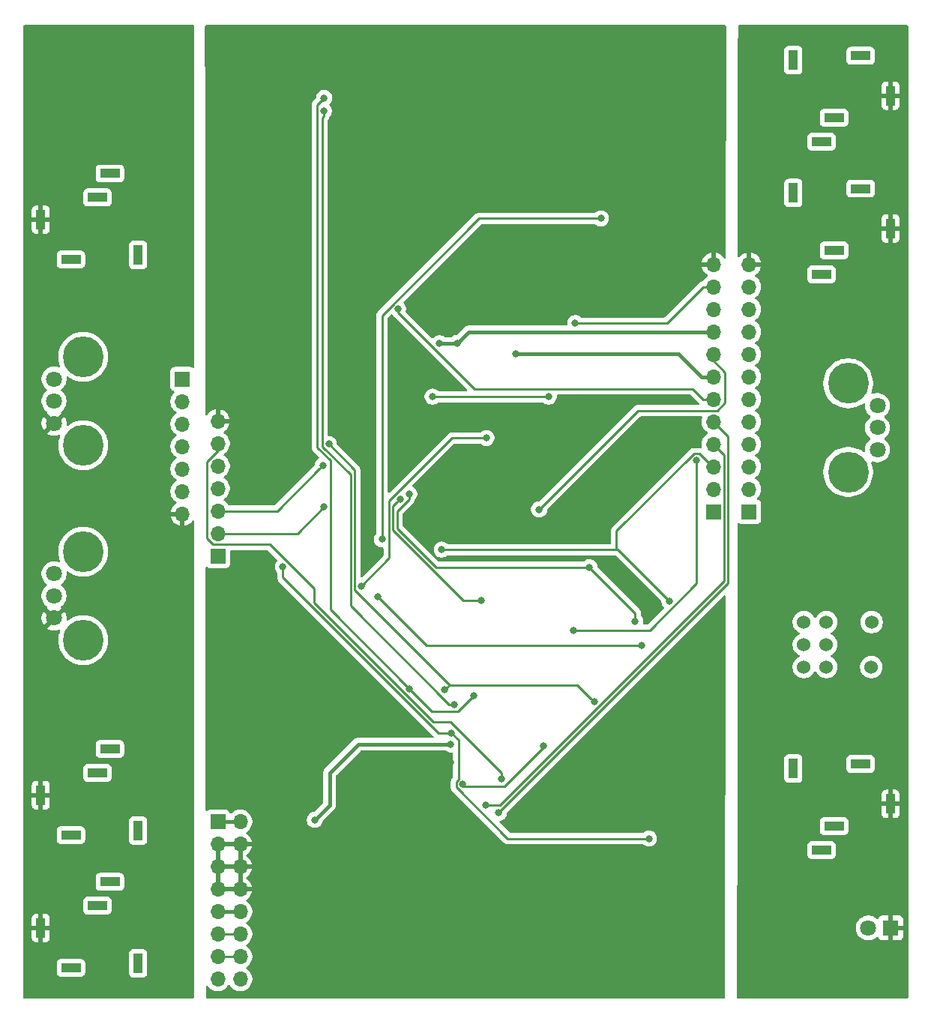
<source format=gbr>
G04 #@! TF.GenerationSoftware,KiCad,Pcbnew,9.0.0*
G04 #@! TF.CreationDate,2025-02-23T15:44:18-07:00*
G04 #@! TF.ProjectId,LFO,4c464f2e-6b69-4636-9164-5f7063625858,rev?*
G04 #@! TF.SameCoordinates,Original*
G04 #@! TF.FileFunction,Copper,L2,Bot*
G04 #@! TF.FilePolarity,Positive*
%FSLAX46Y46*%
G04 Gerber Fmt 4.6, Leading zero omitted, Abs format (unit mm)*
G04 Created by KiCad (PCBNEW 9.0.0) date 2025-02-23 15:44:18*
%MOMM*%
%LPD*%
G01*
G04 APERTURE LIST*
G04 #@! TA.AperFunction,ComponentPad*
%ADD10R,1.800000X1.800000*%
G04 #@! TD*
G04 #@! TA.AperFunction,ComponentPad*
%ADD11C,1.800000*%
G04 #@! TD*
G04 #@! TA.AperFunction,ComponentPad*
%ADD12R,1.000000X2.200000*%
G04 #@! TD*
G04 #@! TA.AperFunction,ComponentPad*
%ADD13R,2.200000X1.000000*%
G04 #@! TD*
G04 #@! TA.AperFunction,ComponentPad*
%ADD14R,1.700000X1.700000*%
G04 #@! TD*
G04 #@! TA.AperFunction,ComponentPad*
%ADD15O,1.700000X1.700000*%
G04 #@! TD*
G04 #@! TA.AperFunction,ComponentPad*
%ADD16C,4.600000*%
G04 #@! TD*
G04 #@! TA.AperFunction,ComponentPad*
%ADD17C,1.524000*%
G04 #@! TD*
G04 #@! TA.AperFunction,ViaPad*
%ADD18C,0.800000*%
G04 #@! TD*
G04 #@! TA.AperFunction,Conductor*
%ADD19C,0.250000*%
G04 #@! TD*
G04 #@! TA.AperFunction,Conductor*
%ADD20C,0.400000*%
G04 #@! TD*
G04 APERTURE END LIST*
D10*
X98000000Y-102000000D03*
D11*
X95460000Y-102000000D03*
D12*
X98000000Y-88000000D03*
X87000000Y-84000000D03*
D13*
X94600000Y-83500000D03*
X91600000Y-90500000D03*
X90200000Y-93200000D03*
D14*
X82000000Y-55000000D03*
D15*
X82000000Y-52460000D03*
X82000000Y-49920000D03*
X82000000Y-47380000D03*
X82000000Y-44840000D03*
X82000000Y-42300000D03*
X82000000Y-39760000D03*
X82000000Y-37220000D03*
X82000000Y-34680000D03*
X82000000Y-32140000D03*
X82000000Y-29600000D03*
X82000000Y-27060000D03*
D14*
X78000000Y-55000000D03*
D15*
X78000000Y-52460000D03*
X78000000Y-49920000D03*
X78000000Y-47380000D03*
X78000000Y-44840000D03*
X78000000Y-42300000D03*
X78000000Y-39760000D03*
X78000000Y-37220000D03*
X78000000Y-34680000D03*
X78000000Y-32140000D03*
X78000000Y-29600000D03*
X78000000Y-27060000D03*
D12*
X98000000Y-23000000D03*
X87000000Y-19000000D03*
D13*
X94600000Y-18500000D03*
X91600000Y-25500000D03*
X90200000Y-28200000D03*
D12*
X98000000Y-8000000D03*
X87000000Y-4000000D03*
D13*
X94600000Y-3500000D03*
X91600000Y-10500000D03*
X90200000Y-13200000D03*
D12*
X2000000Y-22000000D03*
X13000000Y-26000000D03*
D13*
X5400000Y-26500000D03*
X8400000Y-19500000D03*
X9800000Y-16800000D03*
D14*
X22000000Y-90000000D03*
D15*
X24540000Y-90000000D03*
X22000000Y-92540000D03*
X24540000Y-92540000D03*
X22000000Y-95080000D03*
X24540000Y-95080000D03*
X22000000Y-97620000D03*
X24540000Y-97620000D03*
X22000000Y-100160000D03*
X24540000Y-100160000D03*
X22000000Y-102700000D03*
X24540000Y-102700000D03*
X22000000Y-105240000D03*
X24540000Y-105240000D03*
X22000000Y-107780000D03*
X24540000Y-107780000D03*
D14*
X18000000Y-40000000D03*
D15*
X18000000Y-42540000D03*
X18000000Y-45080000D03*
X18000000Y-47620000D03*
X18000000Y-50160000D03*
X18000000Y-52700000D03*
X18000000Y-55240000D03*
D14*
X22000000Y-60000000D03*
D15*
X22000000Y-57460000D03*
X22000000Y-54920000D03*
X22000000Y-52380000D03*
X22000000Y-49840000D03*
X22000000Y-47300000D03*
X22000000Y-44760000D03*
D12*
X2000000Y-87000000D03*
X13000000Y-91000000D03*
D13*
X5400000Y-91500000D03*
X8400000Y-84500000D03*
X9800000Y-81800000D03*
D12*
X2000000Y-102000000D03*
X13000000Y-106000000D03*
D13*
X5400000Y-106500000D03*
X8400000Y-99500000D03*
X9800000Y-96800000D03*
D16*
X93200000Y-40500000D03*
X93200000Y-50500000D03*
D11*
X96500000Y-48000000D03*
X96500000Y-45500000D03*
X96500000Y-43000000D03*
D16*
X6800000Y-47500000D03*
X6800000Y-37500000D03*
D11*
X3500000Y-40000000D03*
X3500000Y-42500000D03*
X3500000Y-45000000D03*
D16*
X6800000Y-69500000D03*
X6800000Y-59500000D03*
D11*
X3500000Y-62000000D03*
X3500000Y-64500000D03*
X3500000Y-67000000D03*
D17*
X95840000Y-67460000D03*
X95810000Y-72540000D03*
X90730000Y-67460000D03*
X90730000Y-70000000D03*
X90730000Y-72540000D03*
X88190000Y-67460000D03*
X88190000Y-70000000D03*
X88190000Y-72540000D03*
D18*
X73000000Y-65100000D03*
X47288000Y-59273400D03*
X25450000Y-60050000D03*
X74050000Y-42400000D03*
X66550000Y-30150000D03*
X78600000Y-108800000D03*
X43550000Y-78450000D03*
X43250000Y-55650000D03*
X38150000Y-16400000D03*
X53000000Y-56750000D03*
X66650000Y-80450000D03*
X55450000Y-48000000D03*
X26750000Y-108750000D03*
X39050000Y-56050000D03*
X21350000Y-1350000D03*
X43400000Y-83250000D03*
X51400000Y-100450000D03*
X51450000Y-91300000D03*
X68600000Y-94000000D03*
X68800000Y-21500000D03*
X42450000Y-6000000D03*
X25450000Y-53750000D03*
X78700000Y-1150000D03*
X48304400Y-83291168D03*
X81250000Y-108850000D03*
X98800000Y-108850000D03*
X81300000Y-1050000D03*
X98850000Y-1100000D03*
X42592447Y-53547919D03*
X51743300Y-64976200D03*
X63973400Y-61270500D03*
X43604050Y-52995950D03*
X69142600Y-67357100D03*
X46250000Y-42000000D03*
X59362700Y-41999800D03*
X55643800Y-37170800D03*
X49000000Y-35949998D03*
X32950000Y-89800000D03*
X47030300Y-35967500D03*
X48308200Y-81259000D03*
X58750000Y-81445000D03*
X49661200Y-85797600D03*
X47609400Y-75120800D03*
X34524000Y-47347300D03*
X64504208Y-76470473D03*
X70693800Y-91910500D03*
X48406200Y-79973500D03*
X29339000Y-61223300D03*
X52229900Y-88104400D03*
X53715400Y-89011300D03*
X42343900Y-32063800D03*
X58288300Y-54737400D03*
X76084600Y-49168000D03*
X62143800Y-68390900D03*
X62374000Y-33692200D03*
X1150000Y-108900000D03*
X18750000Y-108900000D03*
X18700000Y-1150000D03*
X1150000Y-1150000D03*
X33975000Y-54458000D03*
X33850000Y-49750006D03*
X54006700Y-85179200D03*
X65262662Y-21862658D03*
X40540500Y-58117600D03*
X38188900Y-63377900D03*
X52331300Y-46672300D03*
X43603296Y-74973896D03*
X34000000Y-8250000D03*
X50875200Y-75789300D03*
X33975000Y-9737100D03*
X48699800Y-76750800D03*
X40053100Y-64604100D03*
X69906900Y-70100600D03*
D19*
X67173400Y-59273400D02*
X72600001Y-64700001D01*
X67032900Y-57163100D02*
X67032900Y-59273400D01*
X67032900Y-59273400D02*
X67173400Y-59273400D01*
X72600001Y-64700001D02*
X73000000Y-65100000D01*
X78000000Y-49920000D02*
X77890500Y-49920000D01*
X47288000Y-59273400D02*
X67032900Y-59273400D01*
X76395400Y-48424900D02*
X75771100Y-48424900D01*
X77890500Y-49920000D02*
X76395400Y-48424900D01*
X75771100Y-48424900D02*
X67032900Y-57163100D01*
D20*
X61600000Y-48000000D02*
X67200000Y-42400000D01*
X67200000Y-42400000D02*
X74050000Y-42400000D01*
X44350000Y-56750000D02*
X53000000Y-56750000D01*
X43250000Y-55650000D02*
X44350000Y-56750000D01*
X53000000Y-50450000D02*
X55450000Y-48000000D01*
X53000000Y-56750000D02*
X53000000Y-50450000D01*
X55450000Y-48000000D02*
X61600000Y-48000000D01*
D19*
X41799989Y-54340377D02*
X42192448Y-53947918D01*
X49726200Y-64976200D02*
X41799989Y-57049989D01*
X51743300Y-64976200D02*
X49726200Y-64976200D01*
X42192448Y-53947918D02*
X42592447Y-53547919D01*
X41799989Y-57049989D02*
X41799989Y-54340377D01*
X63973400Y-61270500D02*
X46670500Y-61270500D01*
X42250000Y-56850000D02*
X42250000Y-54915685D01*
X69142600Y-67357100D02*
X69142600Y-66439700D01*
X42250000Y-54915685D02*
X43604050Y-53561635D01*
X46670500Y-61270500D02*
X42250000Y-56850000D01*
X69142600Y-66439700D02*
X63973400Y-61270500D01*
X43604050Y-53561635D02*
X43604050Y-52995950D01*
X46250200Y-41999800D02*
X46250000Y-42000000D01*
X59362700Y-41999800D02*
X46250200Y-41999800D01*
D20*
X22000000Y-100160000D02*
X24540000Y-100160000D01*
X76649700Y-39760000D02*
X74060500Y-37170800D01*
X78000000Y-39760000D02*
X76649700Y-39760000D01*
X74060500Y-37170800D02*
X55643800Y-37170800D01*
X34631300Y-84468700D02*
X37841000Y-81259000D01*
X78000000Y-34680000D02*
X76649700Y-34680000D01*
X47046900Y-35984100D02*
X47030300Y-35967500D01*
X49030700Y-35984100D02*
X49000000Y-35953400D01*
X34631300Y-88118700D02*
X34631300Y-84468700D01*
X49000000Y-35953400D02*
X49000000Y-35949998D01*
X22000000Y-90000000D02*
X24540000Y-90000000D01*
X49030700Y-35984100D02*
X47046900Y-35984100D01*
X49030700Y-35984100D02*
X50334800Y-34680000D01*
X37841000Y-81259000D02*
X48308200Y-81259000D01*
X50334800Y-34680000D02*
X76649700Y-34680000D01*
X32950000Y-89800000D02*
X34631300Y-88118700D01*
D19*
X58750000Y-81576100D02*
X54345900Y-85980200D01*
X58750000Y-81445000D02*
X58750000Y-81576100D01*
X54345900Y-85980200D02*
X49843800Y-85980200D01*
X49843800Y-85980200D02*
X49661200Y-85797600D01*
X64104209Y-76070474D02*
X64504208Y-76470473D01*
X48166600Y-74563600D02*
X47609400Y-75120800D01*
X37463600Y-50286900D02*
X34524000Y-47347300D01*
X37463600Y-63860600D02*
X37463600Y-50286900D01*
X48166600Y-74563600D02*
X37463600Y-63860600D01*
X48166600Y-74563600D02*
X62597335Y-74563600D01*
X62597335Y-74563600D02*
X64104209Y-76070474D01*
X48935900Y-86120700D02*
X48935900Y-85497200D01*
X48935900Y-85497200D02*
X49197400Y-85235700D01*
X48406200Y-79973500D02*
X46897700Y-79973500D01*
X70693800Y-91910500D02*
X54725700Y-91910500D01*
X49197400Y-80764700D02*
X48406200Y-79973500D01*
X54725700Y-91910500D02*
X48935900Y-86120700D01*
X29339000Y-62414800D02*
X29339000Y-61223300D01*
X46897700Y-79973500D02*
X29339000Y-62414800D01*
X49197400Y-85235700D02*
X49197400Y-80764700D01*
X79175300Y-48555300D02*
X79175300Y-62824700D01*
X78000000Y-47380000D02*
X79175300Y-48555300D01*
X79175300Y-62824700D02*
X53895600Y-88104400D01*
X53895600Y-88104400D02*
X52229900Y-88104400D01*
X78000000Y-44840000D02*
X79625700Y-46465700D01*
X79625700Y-63101000D02*
X53715400Y-89011300D01*
X79625700Y-46465700D02*
X79625700Y-63101000D01*
X42343900Y-32485400D02*
X50983200Y-41124700D01*
X50983200Y-41124700D02*
X75649400Y-41124700D01*
X75649400Y-41124700D02*
X76824700Y-42300000D01*
X78000000Y-42300000D02*
X76824700Y-42300000D01*
X42343900Y-32063800D02*
X42343900Y-32485400D01*
X78000000Y-37220000D02*
X78000000Y-37954600D01*
X79295600Y-42667100D02*
X78392700Y-43570000D01*
X78000000Y-37954600D02*
X79295600Y-39250200D01*
X78392700Y-43570000D02*
X69455700Y-43570000D01*
X69455700Y-43570000D02*
X58288300Y-54737400D01*
X79295600Y-39250200D02*
X79295600Y-42667100D01*
X76084600Y-63088402D02*
X76084600Y-49733685D01*
X76084600Y-49733685D02*
X76084600Y-49168000D01*
X62143800Y-68390900D02*
X70782102Y-68390900D01*
X70782102Y-68390900D02*
X76084600Y-63088402D01*
X62374000Y-33692200D02*
X72732500Y-33692200D01*
X72732500Y-33692200D02*
X76824700Y-29600000D01*
X78000000Y-29600000D02*
X76824700Y-29600000D01*
X22000000Y-105240000D02*
X24540000Y-105240000D01*
X22000000Y-102700000D02*
X24540000Y-102700000D01*
X23175300Y-57460000D02*
X30973000Y-57460000D01*
X30973000Y-57460000D02*
X33975000Y-54458000D01*
X22000000Y-57460000D02*
X23175300Y-57460000D01*
X33450001Y-50150005D02*
X33850000Y-49750006D01*
X22000000Y-54920000D02*
X28680006Y-54920000D01*
X28680006Y-54920000D02*
X33450001Y-50150005D01*
X21478300Y-58700000D02*
X20750000Y-57971700D01*
X20750000Y-49358000D02*
X22000000Y-48108000D01*
X20750000Y-57971700D02*
X20750000Y-49358000D01*
X27881000Y-58700000D02*
X21478300Y-58700000D01*
X48242900Y-78752100D02*
X46316200Y-78752100D01*
X32859100Y-63678100D02*
X27881000Y-58700000D01*
X32859100Y-65295000D02*
X32859100Y-63678100D01*
X46316200Y-78752100D02*
X32859100Y-65295000D01*
X54006700Y-85179200D02*
X54006700Y-84515900D01*
X22000000Y-48108000D02*
X22000000Y-47300000D01*
X54006700Y-84515900D02*
X48242900Y-78752100D01*
X64696977Y-21862658D02*
X65262662Y-21862658D01*
X40540500Y-32841500D02*
X51519342Y-21862658D01*
X51519342Y-21862658D02*
X64696977Y-21862658D01*
X40540500Y-58117600D02*
X40540500Y-32841500D01*
X41343000Y-60223800D02*
X38188900Y-63377900D01*
X48427700Y-46672300D02*
X41343000Y-53757000D01*
X41343000Y-53757000D02*
X41343000Y-60223800D01*
X52331300Y-46672300D02*
X48427700Y-46672300D01*
X33232400Y-47718300D02*
X33232400Y-9017600D01*
X43603296Y-74973896D02*
X34700300Y-66070900D01*
X33600001Y-8649999D02*
X34000000Y-8250000D01*
X49151700Y-77512800D02*
X46142200Y-77512800D01*
X33232400Y-9017600D02*
X33600001Y-8649999D01*
X34700300Y-66070900D02*
X34700300Y-49186200D01*
X44003295Y-75373895D02*
X43603296Y-74973896D01*
X46142200Y-77512800D02*
X44003295Y-75373895D01*
X34700300Y-49186200D02*
X33232400Y-47718300D01*
X50875200Y-75789300D02*
X49151700Y-77512800D01*
X33975000Y-9737100D02*
X33975000Y-10302785D01*
X33773200Y-10504585D02*
X33773200Y-47622200D01*
X48134115Y-76750800D02*
X48699800Y-76750800D01*
X36986400Y-50835400D02*
X36986400Y-65603085D01*
X33975000Y-10302785D02*
X33773200Y-10504585D01*
X36986400Y-65603085D02*
X48134115Y-76750800D01*
X33773200Y-47622200D02*
X36986400Y-50835400D01*
X40053100Y-64604100D02*
X45549600Y-70100600D01*
X45549600Y-70100600D02*
X69906900Y-70100600D01*
G04 #@! TA.AperFunction,Conductor*
G36*
X99916621Y-45502D02*
G01*
X99963114Y-99158D01*
X99974500Y-151500D01*
X99974500Y-109848500D01*
X99954498Y-109916621D01*
X99900842Y-109963114D01*
X99848500Y-109974500D01*
X80776138Y-109974500D01*
X80708017Y-109954498D01*
X80661524Y-109900842D01*
X80650138Y-109848385D01*
X80656410Y-102948585D01*
X80657373Y-101889149D01*
X94051500Y-101889149D01*
X94051500Y-102110851D01*
X94074173Y-102254000D01*
X94086183Y-102329829D01*
X94154690Y-102540671D01*
X94154692Y-102540676D01*
X94154693Y-102540677D01*
X94255345Y-102738218D01*
X94385658Y-102917578D01*
X94542421Y-103074341D01*
X94542424Y-103074343D01*
X94721785Y-103204657D01*
X94919324Y-103305308D01*
X95130176Y-103373818D01*
X95349149Y-103408500D01*
X95349152Y-103408500D01*
X95570848Y-103408500D01*
X95570851Y-103408500D01*
X95789824Y-103373818D01*
X96000676Y-103305308D01*
X96198215Y-103204657D01*
X96377576Y-103074343D01*
X96417577Y-103034342D01*
X96479888Y-103000316D01*
X96550704Y-103005380D01*
X96607540Y-103047926D01*
X96624728Y-103079403D01*
X96649553Y-103145960D01*
X96649555Y-103145965D01*
X96737095Y-103262904D01*
X96854034Y-103350444D01*
X96990906Y-103401494D01*
X97051402Y-103407999D01*
X97051415Y-103408000D01*
X97746000Y-103408000D01*
X97746000Y-102372968D01*
X97826306Y-102419333D01*
X97940756Y-102450000D01*
X98059244Y-102450000D01*
X98173694Y-102419333D01*
X98254000Y-102372968D01*
X98254000Y-103408000D01*
X98948585Y-103408000D01*
X98948597Y-103407999D01*
X99009093Y-103401494D01*
X99145964Y-103350444D01*
X99145965Y-103350444D01*
X99262904Y-103262904D01*
X99350444Y-103145965D01*
X99350444Y-103145964D01*
X99401494Y-103009093D01*
X99407999Y-102948597D01*
X99408000Y-102948585D01*
X99408000Y-102254000D01*
X98372968Y-102254000D01*
X98419333Y-102173694D01*
X98450000Y-102059244D01*
X98450000Y-101940756D01*
X98419333Y-101826306D01*
X98372968Y-101746000D01*
X99408000Y-101746000D01*
X99408000Y-101051414D01*
X99407999Y-101051402D01*
X99401494Y-100990906D01*
X99350444Y-100854035D01*
X99350444Y-100854034D01*
X99262904Y-100737095D01*
X99145965Y-100649555D01*
X99009093Y-100598505D01*
X98948597Y-100592000D01*
X98254000Y-100592000D01*
X98254000Y-101627031D01*
X98173694Y-101580667D01*
X98059244Y-101550000D01*
X97940756Y-101550000D01*
X97826306Y-101580667D01*
X97746000Y-101627031D01*
X97746000Y-100592000D01*
X97051402Y-100592000D01*
X96990906Y-100598505D01*
X96854035Y-100649555D01*
X96854034Y-100649555D01*
X96737095Y-100737095D01*
X96649555Y-100854034D01*
X96649554Y-100854037D01*
X96624728Y-100920597D01*
X96582181Y-100977432D01*
X96515660Y-101002242D01*
X96446286Y-100987150D01*
X96417578Y-100965658D01*
X96377578Y-100925658D01*
X96198218Y-100795345D01*
X96198217Y-100795344D01*
X96198215Y-100795343D01*
X96000676Y-100694692D01*
X96000673Y-100694691D01*
X96000671Y-100694690D01*
X95789829Y-100626183D01*
X95789825Y-100626182D01*
X95789824Y-100626182D01*
X95570851Y-100591500D01*
X95349149Y-100591500D01*
X95130176Y-100626182D01*
X95130170Y-100626183D01*
X94919328Y-100694690D01*
X94919322Y-100694693D01*
X94721781Y-100795345D01*
X94542421Y-100925658D01*
X94385658Y-101082421D01*
X94255345Y-101261781D01*
X94154693Y-101459322D01*
X94154690Y-101459328D01*
X94086183Y-101670170D01*
X94086182Y-101670175D01*
X94086182Y-101670176D01*
X94051500Y-101889149D01*
X80657373Y-101889149D01*
X80665771Y-92651350D01*
X88591500Y-92651350D01*
X88591500Y-93748649D01*
X88598009Y-93809196D01*
X88598011Y-93809204D01*
X88649110Y-93946202D01*
X88649112Y-93946207D01*
X88736738Y-94063261D01*
X88853792Y-94150887D01*
X88853794Y-94150888D01*
X88853796Y-94150889D01*
X88912875Y-94172924D01*
X88990795Y-94201988D01*
X88990803Y-94201990D01*
X89051350Y-94208499D01*
X89051355Y-94208499D01*
X89051362Y-94208500D01*
X89051368Y-94208500D01*
X91348632Y-94208500D01*
X91348638Y-94208500D01*
X91348645Y-94208499D01*
X91348649Y-94208499D01*
X91409196Y-94201990D01*
X91409199Y-94201989D01*
X91409201Y-94201989D01*
X91546204Y-94150889D01*
X91663261Y-94063261D01*
X91750889Y-93946204D01*
X91801989Y-93809201D01*
X91808500Y-93748638D01*
X91808500Y-92651362D01*
X91808499Y-92651350D01*
X91801990Y-92590803D01*
X91801988Y-92590795D01*
X91750889Y-92453797D01*
X91750887Y-92453792D01*
X91663261Y-92336738D01*
X91546207Y-92249112D01*
X91546202Y-92249110D01*
X91409204Y-92198011D01*
X91409196Y-92198009D01*
X91348649Y-92191500D01*
X91348638Y-92191500D01*
X89051362Y-92191500D01*
X89051350Y-92191500D01*
X88990803Y-92198009D01*
X88990795Y-92198011D01*
X88853797Y-92249110D01*
X88853792Y-92249112D01*
X88736738Y-92336738D01*
X88649112Y-92453792D01*
X88649110Y-92453797D01*
X88598011Y-92590795D01*
X88598009Y-92590803D01*
X88591500Y-92651350D01*
X80665771Y-92651350D01*
X80668226Y-89951350D01*
X89991500Y-89951350D01*
X89991500Y-91048649D01*
X89998009Y-91109196D01*
X89998011Y-91109204D01*
X90049110Y-91246202D01*
X90049112Y-91246207D01*
X90136738Y-91363261D01*
X90253792Y-91450887D01*
X90253794Y-91450888D01*
X90253796Y-91450889D01*
X90312875Y-91472924D01*
X90390795Y-91501988D01*
X90390803Y-91501990D01*
X90451350Y-91508499D01*
X90451355Y-91508499D01*
X90451362Y-91508500D01*
X90451368Y-91508500D01*
X92748632Y-91508500D01*
X92748638Y-91508500D01*
X92748645Y-91508499D01*
X92748649Y-91508499D01*
X92809196Y-91501990D01*
X92809199Y-91501989D01*
X92809201Y-91501989D01*
X92946204Y-91450889D01*
X93063261Y-91363261D01*
X93150889Y-91246204D01*
X93201989Y-91109201D01*
X93208500Y-91048638D01*
X93208500Y-89951362D01*
X93208499Y-89951350D01*
X93201990Y-89890803D01*
X93201988Y-89890795D01*
X93150889Y-89753797D01*
X93150887Y-89753792D01*
X93063261Y-89636738D01*
X92946207Y-89549112D01*
X92946202Y-89549110D01*
X92809204Y-89498011D01*
X92809196Y-89498009D01*
X92748649Y-89491500D01*
X92748638Y-89491500D01*
X90451362Y-89491500D01*
X90451350Y-89491500D01*
X90390803Y-89498009D01*
X90390795Y-89498011D01*
X90253797Y-89549110D01*
X90253792Y-89549112D01*
X90136738Y-89636738D01*
X90049112Y-89753792D01*
X90049110Y-89753797D01*
X89998011Y-89890795D01*
X89998009Y-89890803D01*
X89991500Y-89951350D01*
X80668226Y-89951350D01*
X80668956Y-89148597D01*
X96992000Y-89148597D01*
X96998505Y-89209093D01*
X97049555Y-89345964D01*
X97049555Y-89345965D01*
X97137095Y-89462904D01*
X97254034Y-89550444D01*
X97390906Y-89601494D01*
X97451402Y-89607999D01*
X97451415Y-89608000D01*
X97746000Y-89608000D01*
X98254000Y-89608000D01*
X98548585Y-89608000D01*
X98548597Y-89607999D01*
X98609093Y-89601494D01*
X98745964Y-89550444D01*
X98745965Y-89550444D01*
X98862904Y-89462904D01*
X98950444Y-89345965D01*
X98950444Y-89345964D01*
X99001494Y-89209093D01*
X99007999Y-89148597D01*
X99008000Y-89148585D01*
X99008000Y-88254000D01*
X98254000Y-88254000D01*
X98254000Y-89608000D01*
X97746000Y-89608000D01*
X97746000Y-88254000D01*
X96992000Y-88254000D01*
X96992000Y-89148597D01*
X80668956Y-89148597D01*
X80671044Y-86851402D01*
X96992000Y-86851402D01*
X96992000Y-87746000D01*
X97746000Y-87746000D01*
X97746000Y-87560218D01*
X97800000Y-87560218D01*
X97800000Y-88439782D01*
X97830448Y-88513291D01*
X97886709Y-88569552D01*
X97960218Y-88600000D01*
X98039782Y-88600000D01*
X98113291Y-88569552D01*
X98169552Y-88513291D01*
X98200000Y-88439782D01*
X98200000Y-87746000D01*
X98254000Y-87746000D01*
X99008000Y-87746000D01*
X99008000Y-86851414D01*
X99007999Y-86851402D01*
X99001494Y-86790906D01*
X98950444Y-86654035D01*
X98950444Y-86654034D01*
X98862904Y-86537095D01*
X98745965Y-86449555D01*
X98609093Y-86398505D01*
X98548597Y-86392000D01*
X98254000Y-86392000D01*
X98254000Y-87746000D01*
X98200000Y-87746000D01*
X98200000Y-87560218D01*
X98169552Y-87486709D01*
X98113291Y-87430448D01*
X98039782Y-87400000D01*
X97960218Y-87400000D01*
X97886709Y-87430448D01*
X97830448Y-87486709D01*
X97800000Y-87560218D01*
X97746000Y-87560218D01*
X97746000Y-86392000D01*
X97451402Y-86392000D01*
X97390906Y-86398505D01*
X97254035Y-86449555D01*
X97254034Y-86449555D01*
X97137095Y-86537095D01*
X97049555Y-86654034D01*
X97049555Y-86654035D01*
X96998505Y-86790906D01*
X96992000Y-86851402D01*
X80671044Y-86851402D01*
X80674680Y-82851350D01*
X85991500Y-82851350D01*
X85991500Y-85148649D01*
X85998009Y-85209196D01*
X85998011Y-85209204D01*
X86049110Y-85346202D01*
X86049112Y-85346207D01*
X86136738Y-85463261D01*
X86253792Y-85550887D01*
X86253794Y-85550888D01*
X86253796Y-85550889D01*
X86312875Y-85572924D01*
X86390795Y-85601988D01*
X86390803Y-85601990D01*
X86451350Y-85608499D01*
X86451355Y-85608499D01*
X86451362Y-85608500D01*
X86451368Y-85608500D01*
X87548632Y-85608500D01*
X87548638Y-85608500D01*
X87548645Y-85608499D01*
X87548649Y-85608499D01*
X87609196Y-85601990D01*
X87609199Y-85601989D01*
X87609201Y-85601989D01*
X87746204Y-85550889D01*
X87863261Y-85463261D01*
X87950889Y-85346204D01*
X88001989Y-85209201D01*
X88008500Y-85148638D01*
X88008500Y-82951350D01*
X92991500Y-82951350D01*
X92991500Y-84048649D01*
X92998009Y-84109196D01*
X92998011Y-84109204D01*
X93049110Y-84246202D01*
X93049112Y-84246207D01*
X93136738Y-84363261D01*
X93253792Y-84450887D01*
X93253794Y-84450888D01*
X93253796Y-84450889D01*
X93312875Y-84472924D01*
X93390795Y-84501988D01*
X93390803Y-84501990D01*
X93451350Y-84508499D01*
X93451355Y-84508499D01*
X93451362Y-84508500D01*
X93451368Y-84508500D01*
X95748632Y-84508500D01*
X95748638Y-84508500D01*
X95748645Y-84508499D01*
X95748649Y-84508499D01*
X95809196Y-84501990D01*
X95809199Y-84501989D01*
X95809201Y-84501989D01*
X95946204Y-84450889D01*
X96063261Y-84363261D01*
X96150889Y-84246204D01*
X96201989Y-84109201D01*
X96208500Y-84048638D01*
X96208500Y-82951362D01*
X96208499Y-82951350D01*
X96201990Y-82890803D01*
X96201988Y-82890795D01*
X96164692Y-82790803D01*
X96150889Y-82753796D01*
X96150888Y-82753794D01*
X96150887Y-82753792D01*
X96063261Y-82636738D01*
X95946207Y-82549112D01*
X95946202Y-82549110D01*
X95809204Y-82498011D01*
X95809196Y-82498009D01*
X95748649Y-82491500D01*
X95748638Y-82491500D01*
X93451362Y-82491500D01*
X93451350Y-82491500D01*
X93390803Y-82498009D01*
X93390795Y-82498011D01*
X93253797Y-82549110D01*
X93253792Y-82549112D01*
X93136738Y-82636738D01*
X93049112Y-82753792D01*
X93049110Y-82753797D01*
X92998011Y-82890795D01*
X92998009Y-82890803D01*
X92991500Y-82951350D01*
X88008500Y-82951350D01*
X88008500Y-82851362D01*
X88008499Y-82851350D01*
X88001990Y-82790803D01*
X88001988Y-82790795D01*
X87950889Y-82653797D01*
X87950887Y-82653792D01*
X87863261Y-82536738D01*
X87746207Y-82449112D01*
X87746202Y-82449110D01*
X87609204Y-82398011D01*
X87609196Y-82398009D01*
X87548649Y-82391500D01*
X87548638Y-82391500D01*
X86451362Y-82391500D01*
X86451350Y-82391500D01*
X86390803Y-82398009D01*
X86390795Y-82398011D01*
X86253797Y-82449110D01*
X86253792Y-82449112D01*
X86136738Y-82536738D01*
X86049112Y-82653792D01*
X86049110Y-82653797D01*
X85998011Y-82790795D01*
X85998009Y-82790803D01*
X85991500Y-82851350D01*
X80674680Y-82851350D01*
X80688763Y-67360009D01*
X86919500Y-67360009D01*
X86919500Y-67559991D01*
X86920000Y-67563147D01*
X86950785Y-67757515D01*
X87008363Y-67934722D01*
X87012581Y-67947703D01*
X87012582Y-67947704D01*
X87103372Y-68125890D01*
X87183683Y-68236428D01*
X87220917Y-68287675D01*
X87220919Y-68287677D01*
X87220921Y-68287680D01*
X87362319Y-68429078D01*
X87362322Y-68429080D01*
X87362325Y-68429083D01*
X87524113Y-68546629D01*
X87663662Y-68617733D01*
X87715277Y-68666482D01*
X87732343Y-68735397D01*
X87709442Y-68802598D01*
X87663662Y-68842266D01*
X87610152Y-68869531D01*
X87524110Y-68913372D01*
X87362322Y-69030919D01*
X87362319Y-69030921D01*
X87220921Y-69172319D01*
X87220919Y-69172322D01*
X87103372Y-69334109D01*
X87012582Y-69512295D01*
X87012579Y-69512301D01*
X86950785Y-69702484D01*
X86950784Y-69702489D01*
X86950784Y-69702490D01*
X86919500Y-69900009D01*
X86919500Y-70099991D01*
X86920000Y-70103147D01*
X86950785Y-70297515D01*
X87002818Y-70457656D01*
X87012581Y-70487703D01*
X87012582Y-70487704D01*
X87103372Y-70665890D01*
X87183683Y-70776428D01*
X87220917Y-70827675D01*
X87220919Y-70827677D01*
X87220921Y-70827680D01*
X87362319Y-70969078D01*
X87362322Y-70969080D01*
X87362325Y-70969083D01*
X87524113Y-71086629D01*
X87663662Y-71157733D01*
X87715277Y-71206482D01*
X87732343Y-71275397D01*
X87709442Y-71342598D01*
X87663662Y-71382266D01*
X87610152Y-71409531D01*
X87524110Y-71453372D01*
X87362322Y-71570919D01*
X87362319Y-71570921D01*
X87220921Y-71712319D01*
X87220919Y-71712322D01*
X87103372Y-71874109D01*
X87012582Y-72052295D01*
X87012579Y-72052301D01*
X86950785Y-72242484D01*
X86950784Y-72242489D01*
X86950784Y-72242490D01*
X86919500Y-72440009D01*
X86919500Y-72639991D01*
X86920000Y-72643147D01*
X86950785Y-72837515D01*
X87002818Y-72997656D01*
X87012581Y-73027703D01*
X87012582Y-73027704D01*
X87103372Y-73205890D01*
X87183683Y-73316428D01*
X87220917Y-73367675D01*
X87220919Y-73367677D01*
X87220921Y-73367680D01*
X87362319Y-73509078D01*
X87362322Y-73509080D01*
X87362325Y-73509083D01*
X87439195Y-73564932D01*
X87524109Y-73626627D01*
X87524113Y-73626629D01*
X87702297Y-73717419D01*
X87892484Y-73779214D01*
X87892485Y-73779214D01*
X87892490Y-73779216D01*
X88090009Y-73810500D01*
X88090012Y-73810500D01*
X88289988Y-73810500D01*
X88289991Y-73810500D01*
X88487510Y-73779216D01*
X88677703Y-73717419D01*
X88855887Y-73626629D01*
X89017675Y-73509083D01*
X89159083Y-73367675D01*
X89276629Y-73205887D01*
X89347734Y-73066335D01*
X89396481Y-73014722D01*
X89465396Y-72997656D01*
X89532598Y-73020557D01*
X89572264Y-73066334D01*
X89643371Y-73205887D01*
X89760917Y-73367675D01*
X89760919Y-73367677D01*
X89760921Y-73367680D01*
X89902319Y-73509078D01*
X89902322Y-73509080D01*
X89902325Y-73509083D01*
X89979195Y-73564932D01*
X90064109Y-73626627D01*
X90064113Y-73626629D01*
X90242297Y-73717419D01*
X90432484Y-73779214D01*
X90432485Y-73779214D01*
X90432490Y-73779216D01*
X90630009Y-73810500D01*
X90630012Y-73810500D01*
X90829988Y-73810500D01*
X90829991Y-73810500D01*
X91027510Y-73779216D01*
X91217703Y-73717419D01*
X91395887Y-73626629D01*
X91557675Y-73509083D01*
X91699083Y-73367675D01*
X91816629Y-73205887D01*
X91907419Y-73027703D01*
X91969216Y-72837510D01*
X92000500Y-72639991D01*
X92000500Y-72440009D01*
X94539500Y-72440009D01*
X94539500Y-72639991D01*
X94540000Y-72643147D01*
X94570785Y-72837515D01*
X94622818Y-72997656D01*
X94632581Y-73027703D01*
X94632582Y-73027704D01*
X94723372Y-73205890D01*
X94803683Y-73316428D01*
X94840917Y-73367675D01*
X94840919Y-73367677D01*
X94840921Y-73367680D01*
X94982319Y-73509078D01*
X94982322Y-73509080D01*
X94982325Y-73509083D01*
X95059195Y-73564932D01*
X95144109Y-73626627D01*
X95144113Y-73626629D01*
X95322297Y-73717419D01*
X95512484Y-73779214D01*
X95512485Y-73779214D01*
X95512490Y-73779216D01*
X95710009Y-73810500D01*
X95710012Y-73810500D01*
X95909988Y-73810500D01*
X95909991Y-73810500D01*
X96107510Y-73779216D01*
X96297703Y-73717419D01*
X96475887Y-73626629D01*
X96637675Y-73509083D01*
X96779083Y-73367675D01*
X96896629Y-73205887D01*
X96987419Y-73027703D01*
X97049216Y-72837510D01*
X97080500Y-72639991D01*
X97080500Y-72440009D01*
X97049216Y-72242490D01*
X96987419Y-72052297D01*
X96896629Y-71874113D01*
X96896627Y-71874109D01*
X96834932Y-71789195D01*
X96779083Y-71712325D01*
X96779080Y-71712322D01*
X96779078Y-71712319D01*
X96637680Y-71570921D01*
X96637677Y-71570919D01*
X96637675Y-71570917D01*
X96586428Y-71533683D01*
X96475890Y-71453372D01*
X96383464Y-71406279D01*
X96297703Y-71362581D01*
X96297700Y-71362580D01*
X96297698Y-71362579D01*
X96107513Y-71300785D01*
X96107517Y-71300785D01*
X96070743Y-71294960D01*
X95909991Y-71269500D01*
X95710009Y-71269500D01*
X95512490Y-71300784D01*
X95512484Y-71300785D01*
X95322301Y-71362579D01*
X95322295Y-71362582D01*
X95144109Y-71453372D01*
X94982322Y-71570919D01*
X94982319Y-71570921D01*
X94840921Y-71712319D01*
X94840919Y-71712322D01*
X94723372Y-71874109D01*
X94632582Y-72052295D01*
X94632579Y-72052301D01*
X94570785Y-72242484D01*
X94570784Y-72242489D01*
X94570784Y-72242490D01*
X94539500Y-72440009D01*
X92000500Y-72440009D01*
X91969216Y-72242490D01*
X91907419Y-72052297D01*
X91816629Y-71874113D01*
X91816627Y-71874109D01*
X91754932Y-71789195D01*
X91699083Y-71712325D01*
X91699080Y-71712322D01*
X91699078Y-71712319D01*
X91557680Y-71570921D01*
X91557677Y-71570919D01*
X91557675Y-71570917D01*
X91395887Y-71453371D01*
X91256335Y-71382265D01*
X91204722Y-71333519D01*
X91187656Y-71264604D01*
X91210557Y-71197402D01*
X91256334Y-71157735D01*
X91395887Y-71086629D01*
X91557675Y-70969083D01*
X91699083Y-70827675D01*
X91816629Y-70665887D01*
X91907419Y-70487703D01*
X91969216Y-70297510D01*
X92000500Y-70099991D01*
X92000500Y-69900009D01*
X91969216Y-69702490D01*
X91907419Y-69512297D01*
X91816629Y-69334113D01*
X91816627Y-69334109D01*
X91754932Y-69249195D01*
X91699083Y-69172325D01*
X91699080Y-69172322D01*
X91699078Y-69172319D01*
X91557680Y-69030921D01*
X91557677Y-69030919D01*
X91557675Y-69030917D01*
X91395887Y-68913371D01*
X91256335Y-68842265D01*
X91204722Y-68793519D01*
X91187656Y-68724604D01*
X91210557Y-68657402D01*
X91256334Y-68617735D01*
X91395887Y-68546629D01*
X91557675Y-68429083D01*
X91699083Y-68287675D01*
X91816629Y-68125887D01*
X91907419Y-67947703D01*
X91969216Y-67757510D01*
X92000500Y-67559991D01*
X92000500Y-67360009D01*
X94569500Y-67360009D01*
X94569500Y-67559991D01*
X94570000Y-67563147D01*
X94600785Y-67757515D01*
X94658363Y-67934722D01*
X94662581Y-67947703D01*
X94662582Y-67947704D01*
X94753372Y-68125890D01*
X94833683Y-68236428D01*
X94870917Y-68287675D01*
X94870919Y-68287677D01*
X94870921Y-68287680D01*
X95012319Y-68429078D01*
X95012322Y-68429080D01*
X95012325Y-68429083D01*
X95089195Y-68484932D01*
X95174109Y-68546627D01*
X95174113Y-68546629D01*
X95352297Y-68637419D01*
X95542484Y-68699214D01*
X95542485Y-68699214D01*
X95542490Y-68699216D01*
X95740009Y-68730500D01*
X95740012Y-68730500D01*
X95939988Y-68730500D01*
X95939991Y-68730500D01*
X96137510Y-68699216D01*
X96327703Y-68637419D01*
X96505887Y-68546629D01*
X96667675Y-68429083D01*
X96809083Y-68287675D01*
X96926629Y-68125887D01*
X97017419Y-67947703D01*
X97079216Y-67757510D01*
X97110500Y-67559991D01*
X97110500Y-67360009D01*
X97079216Y-67162490D01*
X97017419Y-66972297D01*
X96926629Y-66794113D01*
X96926627Y-66794109D01*
X96864932Y-66709195D01*
X96809083Y-66632325D01*
X96809080Y-66632322D01*
X96809078Y-66632319D01*
X96667680Y-66490921D01*
X96667677Y-66490919D01*
X96667675Y-66490917D01*
X96616428Y-66453683D01*
X96505890Y-66373372D01*
X96413464Y-66326279D01*
X96327703Y-66282581D01*
X96327700Y-66282580D01*
X96327698Y-66282579D01*
X96137513Y-66220785D01*
X96137517Y-66220785D01*
X96100743Y-66214960D01*
X95939991Y-66189500D01*
X95740009Y-66189500D01*
X95542490Y-66220784D01*
X95542484Y-66220785D01*
X95352301Y-66282579D01*
X95352295Y-66282582D01*
X95174109Y-66373372D01*
X95012322Y-66490919D01*
X95012319Y-66490921D01*
X94870921Y-66632319D01*
X94870919Y-66632322D01*
X94753372Y-66794109D01*
X94662582Y-66972295D01*
X94662579Y-66972301D01*
X94600785Y-67162484D01*
X94600784Y-67162489D01*
X94600784Y-67162490D01*
X94569500Y-67360009D01*
X92000500Y-67360009D01*
X91969216Y-67162490D01*
X91907419Y-66972297D01*
X91816629Y-66794113D01*
X91816627Y-66794109D01*
X91754932Y-66709195D01*
X91699083Y-66632325D01*
X91699080Y-66632322D01*
X91699078Y-66632319D01*
X91557680Y-66490921D01*
X91557677Y-66490919D01*
X91557675Y-66490917D01*
X91506428Y-66453683D01*
X91395890Y-66373372D01*
X91303464Y-66326279D01*
X91217703Y-66282581D01*
X91217700Y-66282580D01*
X91217698Y-66282579D01*
X91027513Y-66220785D01*
X91027517Y-66220785D01*
X90990743Y-66214960D01*
X90829991Y-66189500D01*
X90630009Y-66189500D01*
X90432490Y-66220784D01*
X90432484Y-66220785D01*
X90242301Y-66282579D01*
X90242295Y-66282582D01*
X90064109Y-66373372D01*
X89902322Y-66490919D01*
X89902319Y-66490921D01*
X89760921Y-66632319D01*
X89760919Y-66632322D01*
X89643372Y-66794110D01*
X89572267Y-66933662D01*
X89523518Y-66985277D01*
X89454603Y-67002343D01*
X89387402Y-66979442D01*
X89347733Y-66933662D01*
X89276627Y-66794110D01*
X89255512Y-66765048D01*
X89159083Y-66632325D01*
X89159080Y-66632322D01*
X89159078Y-66632319D01*
X89017680Y-66490921D01*
X89017677Y-66490919D01*
X89017675Y-66490917D01*
X88966428Y-66453683D01*
X88855890Y-66373372D01*
X88763464Y-66326279D01*
X88677703Y-66282581D01*
X88677700Y-66282580D01*
X88677698Y-66282579D01*
X88487513Y-66220785D01*
X88487517Y-66220785D01*
X88450743Y-66214960D01*
X88289991Y-66189500D01*
X88090009Y-66189500D01*
X87892490Y-66220784D01*
X87892484Y-66220785D01*
X87702301Y-66282579D01*
X87702295Y-66282582D01*
X87524109Y-66373372D01*
X87362322Y-66490919D01*
X87362319Y-66490921D01*
X87220921Y-66632319D01*
X87220919Y-66632322D01*
X87103372Y-66794109D01*
X87012582Y-66972295D01*
X87012579Y-66972301D01*
X86950785Y-67162484D01*
X86950784Y-67162489D01*
X86950784Y-67162490D01*
X86919500Y-67360009D01*
X80688763Y-67360009D01*
X80698728Y-56398973D01*
X80718791Y-56330876D01*
X80772489Y-56284432D01*
X80842772Y-56274392D01*
X80900234Y-56298223D01*
X80903793Y-56300887D01*
X80903796Y-56300889D01*
X80962875Y-56322924D01*
X81040795Y-56351988D01*
X81040803Y-56351990D01*
X81101350Y-56358499D01*
X81101355Y-56358499D01*
X81101362Y-56358500D01*
X81101368Y-56358500D01*
X82898632Y-56358500D01*
X82898638Y-56358500D01*
X82898645Y-56358499D01*
X82898649Y-56358499D01*
X82959196Y-56351990D01*
X82959199Y-56351989D01*
X82959201Y-56351989D01*
X83096204Y-56300889D01*
X83099766Y-56298223D01*
X83213261Y-56213261D01*
X83300887Y-56096207D01*
X83300887Y-56096206D01*
X83300889Y-56096204D01*
X83351989Y-55959201D01*
X83358500Y-55898638D01*
X83358500Y-54101362D01*
X83358499Y-54101350D01*
X83351990Y-54040803D01*
X83351988Y-54040795D01*
X83300889Y-53903797D01*
X83300887Y-53903792D01*
X83213261Y-53786738D01*
X83096207Y-53699112D01*
X83096203Y-53699110D01*
X82978291Y-53655131D01*
X82921455Y-53612585D01*
X82896645Y-53546064D01*
X82911737Y-53476690D01*
X82933226Y-53447983D01*
X83036206Y-53345004D01*
X83161894Y-53172009D01*
X83258972Y-52981483D01*
X83325049Y-52778116D01*
X83358500Y-52566916D01*
X83358500Y-52353084D01*
X83325049Y-52141884D01*
X83258972Y-51938517D01*
X83161894Y-51747991D01*
X83036206Y-51574996D01*
X83036203Y-51574993D01*
X83036201Y-51574990D01*
X82885009Y-51423798D01*
X82885006Y-51423796D01*
X82885004Y-51423794D01*
X82712009Y-51298106D01*
X82712007Y-51298105D01*
X82710920Y-51297439D01*
X82710591Y-51297075D01*
X82708004Y-51295196D01*
X82708398Y-51294652D01*
X82663283Y-51244796D01*
X82651670Y-51174756D01*
X82679766Y-51109555D01*
X82708130Y-51084978D01*
X82708004Y-51084804D01*
X82710030Y-51083331D01*
X82710920Y-51082561D01*
X82711997Y-51081899D01*
X82712009Y-51081894D01*
X82885004Y-50956206D01*
X83036206Y-50805004D01*
X83161894Y-50632009D01*
X83258972Y-50441483D01*
X83325049Y-50238116D01*
X83358500Y-50026916D01*
X83358500Y-49813084D01*
X83325049Y-49601884D01*
X83258972Y-49398517D01*
X83161894Y-49207991D01*
X83036206Y-49034996D01*
X83036203Y-49034993D01*
X83036201Y-49034990D01*
X82885009Y-48883798D01*
X82885006Y-48883796D01*
X82885004Y-48883794D01*
X82712009Y-48758106D01*
X82712007Y-48758105D01*
X82710920Y-48757439D01*
X82710591Y-48757075D01*
X82708004Y-48755196D01*
X82708398Y-48754652D01*
X82663283Y-48704796D01*
X82651670Y-48634756D01*
X82679766Y-48569555D01*
X82708130Y-48544978D01*
X82708004Y-48544804D01*
X82710030Y-48543331D01*
X82710920Y-48542561D01*
X82711997Y-48541899D01*
X82712009Y-48541894D01*
X82885004Y-48416206D01*
X83036206Y-48265004D01*
X83161894Y-48092009D01*
X83258972Y-47901483D01*
X83325049Y-47698116D01*
X83358500Y-47486916D01*
X83358500Y-47273084D01*
X83325049Y-47061884D01*
X83258972Y-46858517D01*
X83161894Y-46667991D01*
X83036206Y-46494996D01*
X83036203Y-46494993D01*
X83036201Y-46494990D01*
X82885009Y-46343798D01*
X82885006Y-46343796D01*
X82885004Y-46343794D01*
X82712009Y-46218106D01*
X82712007Y-46218105D01*
X82710920Y-46217439D01*
X82710591Y-46217075D01*
X82708004Y-46215196D01*
X82708398Y-46214652D01*
X82663283Y-46164796D01*
X82651670Y-46094756D01*
X82679766Y-46029555D01*
X82708130Y-46004978D01*
X82708004Y-46004804D01*
X82710030Y-46003331D01*
X82710920Y-46002561D01*
X82711997Y-46001899D01*
X82712009Y-46001894D01*
X82885004Y-45876206D01*
X83036206Y-45725004D01*
X83161894Y-45552009D01*
X83258972Y-45361483D01*
X83325049Y-45158116D01*
X83358500Y-44946916D01*
X83358500Y-44733084D01*
X83325049Y-44521884D01*
X83258972Y-44318517D01*
X83161894Y-44127991D01*
X83036206Y-43954996D01*
X83036203Y-43954993D01*
X83036201Y-43954990D01*
X82885009Y-43803798D01*
X82885006Y-43803796D01*
X82885004Y-43803794D01*
X82712009Y-43678106D01*
X82712007Y-43678105D01*
X82710920Y-43677439D01*
X82710591Y-43677075D01*
X82708004Y-43675196D01*
X82708398Y-43674652D01*
X82663283Y-43624796D01*
X82651670Y-43554756D01*
X82679766Y-43489555D01*
X82708130Y-43464978D01*
X82708004Y-43464804D01*
X82710030Y-43463331D01*
X82710920Y-43462561D01*
X82711997Y-43461899D01*
X82712009Y-43461894D01*
X82885004Y-43336206D01*
X83036206Y-43185004D01*
X83161894Y-43012009D01*
X83258972Y-42821483D01*
X83325049Y-42618116D01*
X83358500Y-42406916D01*
X83358500Y-42193084D01*
X83325049Y-41981884D01*
X83258972Y-41778517D01*
X83161894Y-41587991D01*
X83036206Y-41414996D01*
X83036203Y-41414993D01*
X83036201Y-41414990D01*
X82885009Y-41263798D01*
X82885006Y-41263796D01*
X82885004Y-41263794D01*
X82712009Y-41138106D01*
X82712007Y-41138105D01*
X82710920Y-41137439D01*
X82710591Y-41137075D01*
X82708004Y-41135196D01*
X82708398Y-41134652D01*
X82663283Y-41084796D01*
X82651670Y-41014756D01*
X82679766Y-40949555D01*
X82708130Y-40924978D01*
X82708004Y-40924804D01*
X82710030Y-40923331D01*
X82710920Y-40922561D01*
X82711997Y-40921899D01*
X82712009Y-40921894D01*
X82885004Y-40796206D01*
X83036206Y-40645004D01*
X83161894Y-40472009D01*
X83227996Y-40342276D01*
X90391500Y-40342276D01*
X90391500Y-40657723D01*
X90426819Y-40971185D01*
X90458607Y-41110453D01*
X90497012Y-41278718D01*
X90497014Y-41278724D01*
X90497013Y-41278724D01*
X90601189Y-41576442D01*
X90601200Y-41576469D01*
X90738063Y-41860668D01*
X90905890Y-42127762D01*
X90905894Y-42127768D01*
X91102563Y-42374381D01*
X91102572Y-42374391D01*
X91325608Y-42597427D01*
X91325618Y-42597436D01*
X91572231Y-42794105D01*
X91572238Y-42794109D01*
X91572241Y-42794112D01*
X91702215Y-42875779D01*
X91839331Y-42961936D01*
X91839334Y-42961937D01*
X91839335Y-42961938D01*
X92123540Y-43098804D01*
X92123556Y-43098809D01*
X92123557Y-43098810D01*
X92421275Y-43202986D01*
X92421278Y-43202986D01*
X92421282Y-43202988D01*
X92728818Y-43273181D01*
X92951088Y-43298225D01*
X93042276Y-43308500D01*
X93042278Y-43308500D01*
X93357724Y-43308500D01*
X93437332Y-43299529D01*
X93671182Y-43273181D01*
X93978718Y-43202988D01*
X94276460Y-43098804D01*
X94560665Y-42961938D01*
X94827759Y-42794112D01*
X94893070Y-42742027D01*
X94958797Y-42715194D01*
X95028600Y-42728155D01*
X95080315Y-42776797D01*
X95097523Y-42845677D01*
X95096077Y-42860247D01*
X95091500Y-42889148D01*
X95091500Y-42889149D01*
X95091500Y-43110851D01*
X95117211Y-43273181D01*
X95126183Y-43329829D01*
X95194690Y-43540671D01*
X95194692Y-43540676D01*
X95264716Y-43678106D01*
X95295345Y-43738218D01*
X95425658Y-43917578D01*
X95582417Y-44074337D01*
X95582420Y-44074339D01*
X95582424Y-44074343D01*
X95656264Y-44127991D01*
X95683892Y-44148064D01*
X95727245Y-44204287D01*
X95733320Y-44275023D01*
X95700188Y-44337815D01*
X95683892Y-44351936D01*
X95582417Y-44425662D01*
X95425658Y-44582421D01*
X95295345Y-44761781D01*
X95194693Y-44959322D01*
X95194690Y-44959328D01*
X95126183Y-45170170D01*
X95126182Y-45170175D01*
X95126182Y-45170176D01*
X95091500Y-45389149D01*
X95091500Y-45610851D01*
X95109581Y-45725009D01*
X95126183Y-45829829D01*
X95194690Y-46040671D01*
X95194692Y-46040676D01*
X95285097Y-46218106D01*
X95295345Y-46238218D01*
X95425658Y-46417578D01*
X95582417Y-46574337D01*
X95582420Y-46574339D01*
X95582424Y-46574343D01*
X95683892Y-46648064D01*
X95727245Y-46704287D01*
X95733320Y-46775023D01*
X95700188Y-46837815D01*
X95683893Y-46851935D01*
X95617865Y-46899907D01*
X95582417Y-46925662D01*
X95425658Y-47082421D01*
X95295345Y-47261781D01*
X95194693Y-47459322D01*
X95194690Y-47459328D01*
X95126183Y-47670170D01*
X95091500Y-47889152D01*
X95091500Y-48110850D01*
X95096077Y-48139751D01*
X95086977Y-48210162D01*
X95041254Y-48264475D01*
X94973425Y-48285447D01*
X94905026Y-48266419D01*
X94893068Y-48257970D01*
X94827768Y-48205894D01*
X94827762Y-48205890D01*
X94560668Y-48038063D01*
X94276469Y-47901200D01*
X94276464Y-47901198D01*
X94276460Y-47901196D01*
X94276454Y-47901193D01*
X94276442Y-47901189D01*
X93978724Y-47797013D01*
X93671185Y-47726819D01*
X93357724Y-47691500D01*
X93357722Y-47691500D01*
X93042278Y-47691500D01*
X93042276Y-47691500D01*
X92728814Y-47726819D01*
X92421275Y-47797013D01*
X92123557Y-47901189D01*
X92123530Y-47901200D01*
X91839331Y-48038063D01*
X91572237Y-48205890D01*
X91572231Y-48205894D01*
X91325618Y-48402563D01*
X91325608Y-48402572D01*
X91102572Y-48625608D01*
X91102563Y-48625618D01*
X90905894Y-48872231D01*
X90905890Y-48872237D01*
X90738063Y-49139331D01*
X90601200Y-49423530D01*
X90601189Y-49423557D01*
X90497013Y-49721275D01*
X90426819Y-50028814D01*
X90391500Y-50342276D01*
X90391500Y-50657723D01*
X90426819Y-50971185D01*
X90452325Y-51082931D01*
X90497012Y-51278718D01*
X90497014Y-51278724D01*
X90497013Y-51278724D01*
X90601189Y-51576442D01*
X90601200Y-51576469D01*
X90738063Y-51860668D01*
X90905890Y-52127762D01*
X90905894Y-52127768D01*
X91102563Y-52374381D01*
X91102572Y-52374391D01*
X91325608Y-52597427D01*
X91325618Y-52597436D01*
X91572231Y-52794105D01*
X91572238Y-52794109D01*
X91572241Y-52794112D01*
X91702215Y-52875779D01*
X91839331Y-52961936D01*
X91839334Y-52961937D01*
X91839335Y-52961938D01*
X92123540Y-53098804D01*
X92123556Y-53098809D01*
X92123557Y-53098810D01*
X92421275Y-53202986D01*
X92421278Y-53202986D01*
X92421282Y-53202988D01*
X92728818Y-53273181D01*
X92951088Y-53298225D01*
X93042276Y-53308500D01*
X93042278Y-53308500D01*
X93357724Y-53308500D01*
X93437332Y-53299529D01*
X93671182Y-53273181D01*
X93978718Y-53202988D01*
X94276460Y-53098804D01*
X94560665Y-52961938D01*
X94827759Y-52794112D01*
X95074383Y-52597435D01*
X95297435Y-52374383D01*
X95482848Y-52141884D01*
X95494105Y-52127768D01*
X95494105Y-52127766D01*
X95494112Y-52127759D01*
X95661938Y-51860665D01*
X95798804Y-51576460D01*
X95897283Y-51295023D01*
X95902986Y-51278724D01*
X95902986Y-51278723D01*
X95902988Y-51278718D01*
X95973181Y-50971182D01*
X96008500Y-50657722D01*
X96008500Y-50342278D01*
X95973181Y-50028818D01*
X95902988Y-49721282D01*
X95815525Y-49471326D01*
X95811905Y-49400422D01*
X95847195Y-49338817D01*
X95910188Y-49306070D01*
X95973388Y-49309877D01*
X96170176Y-49373818D01*
X96389149Y-49408500D01*
X96389152Y-49408500D01*
X96610848Y-49408500D01*
X96610851Y-49408500D01*
X96829824Y-49373818D01*
X97040676Y-49305308D01*
X97238215Y-49204657D01*
X97417576Y-49074343D01*
X97574343Y-48917576D01*
X97704657Y-48738215D01*
X97805308Y-48540676D01*
X97873818Y-48329824D01*
X97908500Y-48110851D01*
X97908500Y-47889149D01*
X97873818Y-47670176D01*
X97805308Y-47459324D01*
X97704657Y-47261785D01*
X97574343Y-47082424D01*
X97574341Y-47082421D01*
X97417578Y-46925658D01*
X97316108Y-46851936D01*
X97272754Y-46795713D01*
X97266679Y-46724977D01*
X97299811Y-46662186D01*
X97316108Y-46648064D01*
X97405531Y-46583094D01*
X97417576Y-46574343D01*
X97574343Y-46417576D01*
X97704657Y-46238215D01*
X97805308Y-46040676D01*
X97873818Y-45829824D01*
X97908500Y-45610851D01*
X97908500Y-45389149D01*
X97873818Y-45170176D01*
X97805308Y-44959324D01*
X97704657Y-44761785D01*
X97574343Y-44582424D01*
X97574341Y-44582421D01*
X97417578Y-44425658D01*
X97316108Y-44351936D01*
X97272754Y-44295713D01*
X97266679Y-44224977D01*
X97299811Y-44162186D01*
X97316108Y-44148064D01*
X97343736Y-44127991D01*
X97417576Y-44074343D01*
X97574343Y-43917576D01*
X97704657Y-43738215D01*
X97805308Y-43540676D01*
X97873818Y-43329824D01*
X97908500Y-43110851D01*
X97908500Y-42889149D01*
X97873818Y-42670176D01*
X97805308Y-42459324D01*
X97704657Y-42261785D01*
X97654743Y-42193084D01*
X97574341Y-42082421D01*
X97417578Y-41925658D01*
X97238218Y-41795345D01*
X97238217Y-41795344D01*
X97238215Y-41795343D01*
X97040676Y-41694692D01*
X97040673Y-41694691D01*
X97040671Y-41694690D01*
X96829829Y-41626183D01*
X96829825Y-41626182D01*
X96829824Y-41626182D01*
X96610851Y-41591500D01*
X96389149Y-41591500D01*
X96170176Y-41626182D01*
X96170170Y-41626183D01*
X95973390Y-41690121D01*
X95902422Y-41692148D01*
X95841624Y-41655486D01*
X95810299Y-41591774D01*
X95815525Y-41528673D01*
X95826703Y-41496730D01*
X95902988Y-41278718D01*
X95973181Y-40971182D01*
X96008500Y-40657722D01*
X96008500Y-40342278D01*
X95973181Y-40028818D01*
X95902988Y-39721282D01*
X95798804Y-39423540D01*
X95661938Y-39139335D01*
X95661937Y-39139334D01*
X95661936Y-39139331D01*
X95494109Y-38872237D01*
X95494105Y-38872231D01*
X95297436Y-38625618D01*
X95297427Y-38625608D01*
X95074391Y-38402572D01*
X95074381Y-38402563D01*
X94827768Y-38205894D01*
X94827762Y-38205890D01*
X94560668Y-38038063D01*
X94276469Y-37901200D01*
X94276464Y-37901198D01*
X94276460Y-37901196D01*
X94276454Y-37901193D01*
X94276442Y-37901189D01*
X93978724Y-37797013D01*
X93671185Y-37726819D01*
X93357724Y-37691500D01*
X93357722Y-37691500D01*
X93042278Y-37691500D01*
X93042276Y-37691500D01*
X92728814Y-37726819D01*
X92421275Y-37797013D01*
X92123557Y-37901189D01*
X92123530Y-37901200D01*
X91839331Y-38038063D01*
X91572237Y-38205890D01*
X91572231Y-38205894D01*
X91325618Y-38402563D01*
X91325608Y-38402572D01*
X91102572Y-38625608D01*
X91102563Y-38625618D01*
X90905894Y-38872231D01*
X90905890Y-38872237D01*
X90738063Y-39139331D01*
X90601200Y-39423530D01*
X90601189Y-39423557D01*
X90497013Y-39721275D01*
X90426819Y-40028814D01*
X90391500Y-40342276D01*
X83227996Y-40342276D01*
X83258972Y-40281483D01*
X83325049Y-40078116D01*
X83358500Y-39866916D01*
X83358500Y-39653084D01*
X83325049Y-39441884D01*
X83258972Y-39238517D01*
X83161894Y-39047991D01*
X83036206Y-38874996D01*
X83036203Y-38874993D01*
X83036201Y-38874990D01*
X82885009Y-38723798D01*
X82885006Y-38723796D01*
X82885004Y-38723794D01*
X82712009Y-38598106D01*
X82712007Y-38598105D01*
X82710920Y-38597439D01*
X82710591Y-38597075D01*
X82708004Y-38595196D01*
X82708398Y-38594652D01*
X82663283Y-38544796D01*
X82651670Y-38474756D01*
X82679766Y-38409555D01*
X82708130Y-38384978D01*
X82708004Y-38384804D01*
X82710030Y-38383331D01*
X82710920Y-38382561D01*
X82711997Y-38381899D01*
X82712009Y-38381894D01*
X82885004Y-38256206D01*
X83036206Y-38105004D01*
X83161894Y-37932009D01*
X83258972Y-37741483D01*
X83325049Y-37538116D01*
X83358500Y-37326916D01*
X83358500Y-37113084D01*
X83325049Y-36901884D01*
X83258972Y-36698517D01*
X83161894Y-36507991D01*
X83036206Y-36334996D01*
X83036203Y-36334993D01*
X83036201Y-36334990D01*
X82885009Y-36183798D01*
X82885006Y-36183796D01*
X82885004Y-36183794D01*
X82712009Y-36058106D01*
X82712007Y-36058105D01*
X82710920Y-36057439D01*
X82710591Y-36057075D01*
X82708004Y-36055196D01*
X82708398Y-36054652D01*
X82663283Y-36004796D01*
X82651670Y-35934756D01*
X82679766Y-35869555D01*
X82708130Y-35844978D01*
X82708004Y-35844804D01*
X82710030Y-35843331D01*
X82710920Y-35842561D01*
X82711997Y-35841899D01*
X82712009Y-35841894D01*
X82885004Y-35716206D01*
X83036206Y-35565004D01*
X83161894Y-35392009D01*
X83258972Y-35201483D01*
X83325049Y-34998116D01*
X83358500Y-34786916D01*
X83358500Y-34573084D01*
X83325049Y-34361884D01*
X83258972Y-34158517D01*
X83161894Y-33967991D01*
X83036206Y-33794996D01*
X83036203Y-33794993D01*
X83036201Y-33794990D01*
X82885009Y-33643798D01*
X82885006Y-33643796D01*
X82885004Y-33643794D01*
X82712009Y-33518106D01*
X82712007Y-33518105D01*
X82710920Y-33517439D01*
X82710591Y-33517075D01*
X82708004Y-33515196D01*
X82708398Y-33514652D01*
X82663283Y-33464796D01*
X82651670Y-33394756D01*
X82679766Y-33329555D01*
X82708130Y-33304978D01*
X82708004Y-33304804D01*
X82710030Y-33303331D01*
X82710920Y-33302561D01*
X82711997Y-33301899D01*
X82712009Y-33301894D01*
X82885004Y-33176206D01*
X83036206Y-33025004D01*
X83161894Y-32852009D01*
X83258972Y-32661483D01*
X83325049Y-32458116D01*
X83358500Y-32246916D01*
X83358500Y-32033084D01*
X83325049Y-31821884D01*
X83258972Y-31618517D01*
X83161894Y-31427991D01*
X83036206Y-31254996D01*
X83036203Y-31254993D01*
X83036201Y-31254990D01*
X82885009Y-31103798D01*
X82885006Y-31103796D01*
X82885004Y-31103794D01*
X82712009Y-30978106D01*
X82712007Y-30978105D01*
X82710920Y-30977439D01*
X82710591Y-30977075D01*
X82708004Y-30975196D01*
X82708398Y-30974652D01*
X82663283Y-30924796D01*
X82651670Y-30854756D01*
X82679766Y-30789555D01*
X82708130Y-30764978D01*
X82708004Y-30764804D01*
X82710030Y-30763331D01*
X82710920Y-30762561D01*
X82711997Y-30761899D01*
X82712009Y-30761894D01*
X82885004Y-30636206D01*
X83036206Y-30485004D01*
X83161894Y-30312009D01*
X83258972Y-30121483D01*
X83325049Y-29918116D01*
X83358500Y-29706916D01*
X83358500Y-29493084D01*
X83325049Y-29281884D01*
X83258972Y-29078517D01*
X83161894Y-28887991D01*
X83036206Y-28714996D01*
X83036203Y-28714993D01*
X83036201Y-28714990D01*
X82885009Y-28563798D01*
X82885006Y-28563796D01*
X82885004Y-28563794D01*
X82815806Y-28513518D01*
X82712006Y-28438103D01*
X82710427Y-28437136D01*
X82709952Y-28436611D01*
X82708004Y-28435196D01*
X82708301Y-28434786D01*
X82662797Y-28384488D01*
X82651191Y-28314446D01*
X82679296Y-28249249D01*
X82707844Y-28224516D01*
X82707742Y-28224376D01*
X82709382Y-28223184D01*
X82710448Y-28222261D01*
X82711754Y-28221460D01*
X82884679Y-28095822D01*
X83035822Y-27944679D01*
X83161463Y-27771750D01*
X83222810Y-27651350D01*
X88591500Y-27651350D01*
X88591500Y-28748649D01*
X88598009Y-28809196D01*
X88598011Y-28809204D01*
X88649110Y-28946202D01*
X88649112Y-28946207D01*
X88736738Y-29063261D01*
X88853792Y-29150887D01*
X88853794Y-29150888D01*
X88853796Y-29150889D01*
X88912875Y-29172924D01*
X88990795Y-29201988D01*
X88990803Y-29201990D01*
X89051350Y-29208499D01*
X89051355Y-29208499D01*
X89051362Y-29208500D01*
X89051368Y-29208500D01*
X91348632Y-29208500D01*
X91348638Y-29208500D01*
X91348645Y-29208499D01*
X91348649Y-29208499D01*
X91409196Y-29201990D01*
X91409199Y-29201989D01*
X91409201Y-29201989D01*
X91546204Y-29150889D01*
X91663261Y-29063261D01*
X91750889Y-28946204D01*
X91801989Y-28809201D01*
X91805041Y-28780819D01*
X91808499Y-28748649D01*
X91808500Y-28748632D01*
X91808500Y-27651367D01*
X91808499Y-27651350D01*
X91801990Y-27590803D01*
X91801988Y-27590795D01*
X91750889Y-27453797D01*
X91750887Y-27453792D01*
X91663261Y-27336738D01*
X91546207Y-27249112D01*
X91546202Y-27249110D01*
X91409204Y-27198011D01*
X91409196Y-27198009D01*
X91348649Y-27191500D01*
X91348638Y-27191500D01*
X89051362Y-27191500D01*
X89051350Y-27191500D01*
X88990803Y-27198009D01*
X88990795Y-27198011D01*
X88853797Y-27249110D01*
X88853792Y-27249112D01*
X88736738Y-27336738D01*
X88649112Y-27453792D01*
X88649110Y-27453797D01*
X88598011Y-27590795D01*
X88598009Y-27590803D01*
X88591500Y-27651350D01*
X83222810Y-27651350D01*
X83253670Y-27590785D01*
X83258506Y-27581292D01*
X83258509Y-27581286D01*
X83324559Y-27378004D01*
X83334698Y-27314000D01*
X82430703Y-27314000D01*
X82465925Y-27252993D01*
X82500000Y-27125826D01*
X82500000Y-26994174D01*
X82465925Y-26867007D01*
X82430703Y-26806000D01*
X83334697Y-26806000D01*
X83324559Y-26741995D01*
X83258509Y-26538713D01*
X83258506Y-26538707D01*
X83161463Y-26348249D01*
X83035822Y-26175320D01*
X82884679Y-26024177D01*
X82711750Y-25898536D01*
X82521292Y-25801493D01*
X82521286Y-25801490D01*
X82318004Y-25735440D01*
X82254000Y-25725302D01*
X82254000Y-26629297D01*
X82192993Y-26594075D01*
X82065826Y-26560000D01*
X81934174Y-26560000D01*
X81807007Y-26594075D01*
X81746000Y-26629297D01*
X81746000Y-25725302D01*
X81681995Y-25735440D01*
X81478713Y-25801490D01*
X81478707Y-25801493D01*
X81288249Y-25898536D01*
X81115320Y-26024177D01*
X80964180Y-26175317D01*
X80964178Y-26175320D01*
X80954193Y-26189063D01*
X80897970Y-26232415D01*
X80827233Y-26238489D01*
X80764443Y-26205355D01*
X80729533Y-26143535D01*
X80726259Y-26114884D01*
X80726342Y-26024177D01*
X80727317Y-24951350D01*
X89991500Y-24951350D01*
X89991500Y-26048649D01*
X89998009Y-26109196D01*
X89998011Y-26109204D01*
X90049110Y-26246202D01*
X90049112Y-26246207D01*
X90136738Y-26363261D01*
X90253792Y-26450887D01*
X90253794Y-26450888D01*
X90253796Y-26450889D01*
X90312875Y-26472924D01*
X90390795Y-26501988D01*
X90390803Y-26501990D01*
X90451350Y-26508499D01*
X90451355Y-26508499D01*
X90451362Y-26508500D01*
X90451368Y-26508500D01*
X92748632Y-26508500D01*
X92748638Y-26508500D01*
X92748645Y-26508499D01*
X92748649Y-26508499D01*
X92809196Y-26501990D01*
X92809199Y-26501989D01*
X92809201Y-26501989D01*
X92946204Y-26450889D01*
X93063261Y-26363261D01*
X93150889Y-26246204D01*
X93201989Y-26109201D01*
X93208500Y-26048638D01*
X93208500Y-24951362D01*
X93208499Y-24951350D01*
X93201990Y-24890803D01*
X93201988Y-24890795D01*
X93150889Y-24753797D01*
X93150887Y-24753792D01*
X93063261Y-24636738D01*
X92946207Y-24549112D01*
X92946202Y-24549110D01*
X92809204Y-24498011D01*
X92809196Y-24498009D01*
X92748649Y-24491500D01*
X92748638Y-24491500D01*
X90451362Y-24491500D01*
X90451350Y-24491500D01*
X90390803Y-24498009D01*
X90390795Y-24498011D01*
X90253797Y-24549110D01*
X90253792Y-24549112D01*
X90136738Y-24636738D01*
X90049112Y-24753792D01*
X90049110Y-24753797D01*
X89998011Y-24890795D01*
X89998009Y-24890803D01*
X89991500Y-24951350D01*
X80727317Y-24951350D01*
X80728047Y-24148597D01*
X96992000Y-24148597D01*
X96998505Y-24209093D01*
X97049555Y-24345964D01*
X97049555Y-24345965D01*
X97137095Y-24462904D01*
X97254034Y-24550444D01*
X97390906Y-24601494D01*
X97451402Y-24607999D01*
X97451415Y-24608000D01*
X97746000Y-24608000D01*
X98254000Y-24608000D01*
X98548585Y-24608000D01*
X98548597Y-24607999D01*
X98609093Y-24601494D01*
X98745964Y-24550444D01*
X98745965Y-24550444D01*
X98862904Y-24462904D01*
X98950444Y-24345965D01*
X98950444Y-24345964D01*
X99001494Y-24209093D01*
X99007999Y-24148597D01*
X99008000Y-24148585D01*
X99008000Y-23254000D01*
X98254000Y-23254000D01*
X98254000Y-24608000D01*
X97746000Y-24608000D01*
X97746000Y-23254000D01*
X96992000Y-23254000D01*
X96992000Y-24148597D01*
X80728047Y-24148597D01*
X80730135Y-21851402D01*
X96992000Y-21851402D01*
X96992000Y-22746000D01*
X97746000Y-22746000D01*
X97746000Y-22560218D01*
X97800000Y-22560218D01*
X97800000Y-23439782D01*
X97830448Y-23513291D01*
X97886709Y-23569552D01*
X97960218Y-23600000D01*
X98039782Y-23600000D01*
X98113291Y-23569552D01*
X98169552Y-23513291D01*
X98200000Y-23439782D01*
X98200000Y-22746000D01*
X98254000Y-22746000D01*
X99008000Y-22746000D01*
X99008000Y-21851414D01*
X99007999Y-21851402D01*
X99001494Y-21790906D01*
X98950444Y-21654035D01*
X98950444Y-21654034D01*
X98862904Y-21537095D01*
X98745965Y-21449555D01*
X98609093Y-21398505D01*
X98548597Y-21392000D01*
X98254000Y-21392000D01*
X98254000Y-22746000D01*
X98200000Y-22746000D01*
X98200000Y-22560218D01*
X98169552Y-22486709D01*
X98113291Y-22430448D01*
X98039782Y-22400000D01*
X97960218Y-22400000D01*
X97886709Y-22430448D01*
X97830448Y-22486709D01*
X97800000Y-22560218D01*
X97746000Y-22560218D01*
X97746000Y-21392000D01*
X97451402Y-21392000D01*
X97390906Y-21398505D01*
X97254035Y-21449555D01*
X97254034Y-21449555D01*
X97137095Y-21537095D01*
X97049555Y-21654034D01*
X97049555Y-21654035D01*
X96998505Y-21790906D01*
X96992000Y-21851402D01*
X80730135Y-21851402D01*
X80732397Y-19363261D01*
X80733772Y-17851350D01*
X85991500Y-17851350D01*
X85991500Y-20148649D01*
X85998009Y-20209196D01*
X85998011Y-20209204D01*
X86049110Y-20346202D01*
X86049112Y-20346207D01*
X86136738Y-20463261D01*
X86253792Y-20550887D01*
X86253794Y-20550888D01*
X86253796Y-20550889D01*
X86312875Y-20572924D01*
X86390795Y-20601988D01*
X86390803Y-20601990D01*
X86451350Y-20608499D01*
X86451355Y-20608499D01*
X86451362Y-20608500D01*
X86451368Y-20608500D01*
X87548632Y-20608500D01*
X87548638Y-20608500D01*
X87548645Y-20608499D01*
X87548649Y-20608499D01*
X87609196Y-20601990D01*
X87609199Y-20601989D01*
X87609201Y-20601989D01*
X87746204Y-20550889D01*
X87863261Y-20463261D01*
X87950889Y-20346204D01*
X88001989Y-20209201D01*
X88008500Y-20148638D01*
X88008500Y-17951350D01*
X92991500Y-17951350D01*
X92991500Y-19048649D01*
X92998009Y-19109196D01*
X92998011Y-19109204D01*
X93049110Y-19246202D01*
X93049112Y-19246207D01*
X93136738Y-19363261D01*
X93253792Y-19450887D01*
X93253794Y-19450888D01*
X93253796Y-19450889D01*
X93312875Y-19472924D01*
X93390795Y-19501988D01*
X93390803Y-19501990D01*
X93451350Y-19508499D01*
X93451355Y-19508499D01*
X93451362Y-19508500D01*
X93451368Y-19508500D01*
X95748632Y-19508500D01*
X95748638Y-19508500D01*
X95748645Y-19508499D01*
X95748649Y-19508499D01*
X95809196Y-19501990D01*
X95809199Y-19501989D01*
X95809201Y-19501989D01*
X95946204Y-19450889D01*
X96063261Y-19363261D01*
X96150889Y-19246204D01*
X96201989Y-19109201D01*
X96208500Y-19048638D01*
X96208500Y-17951362D01*
X96208499Y-17951350D01*
X96201990Y-17890803D01*
X96201988Y-17890795D01*
X96164692Y-17790803D01*
X96150889Y-17753796D01*
X96150888Y-17753794D01*
X96150887Y-17753792D01*
X96063261Y-17636738D01*
X95946207Y-17549112D01*
X95946202Y-17549110D01*
X95809204Y-17498011D01*
X95809196Y-17498009D01*
X95748649Y-17491500D01*
X95748638Y-17491500D01*
X93451362Y-17491500D01*
X93451350Y-17491500D01*
X93390803Y-17498009D01*
X93390795Y-17498011D01*
X93253797Y-17549110D01*
X93253792Y-17549112D01*
X93136738Y-17636738D01*
X93049112Y-17753792D01*
X93049110Y-17753797D01*
X92998011Y-17890795D01*
X92998009Y-17890803D01*
X92991500Y-17951350D01*
X88008500Y-17951350D01*
X88008500Y-17851362D01*
X88008125Y-17847873D01*
X88001990Y-17790803D01*
X88001988Y-17790795D01*
X87950889Y-17653797D01*
X87950887Y-17653792D01*
X87863261Y-17536738D01*
X87746207Y-17449112D01*
X87746202Y-17449110D01*
X87609204Y-17398011D01*
X87609196Y-17398009D01*
X87548649Y-17391500D01*
X87548638Y-17391500D01*
X86451362Y-17391500D01*
X86451350Y-17391500D01*
X86390803Y-17398009D01*
X86390795Y-17398011D01*
X86253797Y-17449110D01*
X86253792Y-17449112D01*
X86136738Y-17536738D01*
X86049112Y-17653792D01*
X86049110Y-17653797D01*
X85998011Y-17790795D01*
X85998009Y-17790803D01*
X85991500Y-17851350D01*
X80733772Y-17851350D01*
X80733775Y-17847873D01*
X80738499Y-12651350D01*
X88591500Y-12651350D01*
X88591500Y-13748649D01*
X88598009Y-13809196D01*
X88598011Y-13809204D01*
X88649110Y-13946202D01*
X88649112Y-13946207D01*
X88736738Y-14063261D01*
X88853792Y-14150887D01*
X88853794Y-14150888D01*
X88853796Y-14150889D01*
X88912875Y-14172924D01*
X88990795Y-14201988D01*
X88990803Y-14201990D01*
X89051350Y-14208499D01*
X89051355Y-14208499D01*
X89051362Y-14208500D01*
X89051368Y-14208500D01*
X91348632Y-14208500D01*
X91348638Y-14208500D01*
X91348645Y-14208499D01*
X91348649Y-14208499D01*
X91409196Y-14201990D01*
X91409199Y-14201989D01*
X91409201Y-14201989D01*
X91546204Y-14150889D01*
X91663261Y-14063261D01*
X91750889Y-13946204D01*
X91801989Y-13809201D01*
X91808500Y-13748638D01*
X91808500Y-12651362D01*
X91808125Y-12647873D01*
X91801990Y-12590803D01*
X91801988Y-12590795D01*
X91750889Y-12453797D01*
X91750887Y-12453792D01*
X91663261Y-12336738D01*
X91546207Y-12249112D01*
X91546202Y-12249110D01*
X91409204Y-12198011D01*
X91409196Y-12198009D01*
X91348649Y-12191500D01*
X91348638Y-12191500D01*
X89051362Y-12191500D01*
X89051350Y-12191500D01*
X88990803Y-12198009D01*
X88990795Y-12198011D01*
X88853797Y-12249110D01*
X88853792Y-12249112D01*
X88736738Y-12336738D01*
X88649112Y-12453792D01*
X88649110Y-12453797D01*
X88598011Y-12590795D01*
X88598009Y-12590803D01*
X88591500Y-12651350D01*
X80738499Y-12651350D01*
X80738502Y-12647873D01*
X80740954Y-9951350D01*
X89991500Y-9951350D01*
X89991500Y-11048649D01*
X89998009Y-11109196D01*
X89998011Y-11109204D01*
X90049110Y-11246202D01*
X90049112Y-11246207D01*
X90136738Y-11363261D01*
X90253792Y-11450887D01*
X90253794Y-11450888D01*
X90253796Y-11450889D01*
X90312875Y-11472924D01*
X90390795Y-11501988D01*
X90390803Y-11501990D01*
X90451350Y-11508499D01*
X90451355Y-11508499D01*
X90451362Y-11508500D01*
X90451368Y-11508500D01*
X92748632Y-11508500D01*
X92748638Y-11508500D01*
X92748645Y-11508499D01*
X92748649Y-11508499D01*
X92809196Y-11501990D01*
X92809199Y-11501989D01*
X92809201Y-11501989D01*
X92946204Y-11450889D01*
X93063261Y-11363261D01*
X93150889Y-11246204D01*
X93201989Y-11109201D01*
X93208500Y-11048638D01*
X93208500Y-9951362D01*
X93208125Y-9947873D01*
X93201990Y-9890803D01*
X93201988Y-9890795D01*
X93150889Y-9753797D01*
X93150887Y-9753792D01*
X93063261Y-9636738D01*
X92946207Y-9549112D01*
X92946202Y-9549110D01*
X92809204Y-9498011D01*
X92809196Y-9498009D01*
X92748649Y-9491500D01*
X92748638Y-9491500D01*
X90451362Y-9491500D01*
X90451350Y-9491500D01*
X90390803Y-9498009D01*
X90390795Y-9498011D01*
X90253797Y-9549110D01*
X90253792Y-9549112D01*
X90136738Y-9636738D01*
X90049112Y-9753792D01*
X90049110Y-9753797D01*
X89998011Y-9890795D01*
X89998009Y-9890803D01*
X89991500Y-9951350D01*
X80740954Y-9951350D01*
X80740957Y-9947873D01*
X80741683Y-9148597D01*
X96992000Y-9148597D01*
X96998505Y-9209093D01*
X97049555Y-9345964D01*
X97049555Y-9345965D01*
X97137095Y-9462904D01*
X97254034Y-9550444D01*
X97390906Y-9601494D01*
X97451402Y-9607999D01*
X97451415Y-9608000D01*
X97746000Y-9608000D01*
X98254000Y-9608000D01*
X98548585Y-9608000D01*
X98548597Y-9607999D01*
X98609093Y-9601494D01*
X98745964Y-9550444D01*
X98745965Y-9550444D01*
X98862904Y-9462904D01*
X98950444Y-9345965D01*
X98950444Y-9345964D01*
X99001494Y-9209093D01*
X99007999Y-9148597D01*
X99008000Y-9148585D01*
X99008000Y-8254000D01*
X98254000Y-8254000D01*
X98254000Y-9608000D01*
X97746000Y-9608000D01*
X97746000Y-8254000D01*
X96992000Y-8254000D01*
X96992000Y-9148597D01*
X80741683Y-9148597D01*
X80742544Y-8201694D01*
X80743772Y-6851402D01*
X96992000Y-6851402D01*
X96992000Y-7746000D01*
X97746000Y-7746000D01*
X97746000Y-7560218D01*
X97800000Y-7560218D01*
X97800000Y-8439782D01*
X97830448Y-8513291D01*
X97886709Y-8569552D01*
X97960218Y-8600000D01*
X98039782Y-8600000D01*
X98113291Y-8569552D01*
X98169552Y-8513291D01*
X98200000Y-8439782D01*
X98200000Y-7746000D01*
X98254000Y-7746000D01*
X99008000Y-7746000D01*
X99008000Y-6851414D01*
X99007999Y-6851402D01*
X99001494Y-6790906D01*
X98950444Y-6654035D01*
X98950444Y-6654034D01*
X98862904Y-6537095D01*
X98745965Y-6449555D01*
X98609093Y-6398505D01*
X98548597Y-6392000D01*
X98254000Y-6392000D01*
X98254000Y-7746000D01*
X98200000Y-7746000D01*
X98200000Y-7560218D01*
X98169552Y-7486709D01*
X98113291Y-7430448D01*
X98039782Y-7400000D01*
X97960218Y-7400000D01*
X97886709Y-7430448D01*
X97830448Y-7486709D01*
X97800000Y-7560218D01*
X97746000Y-7560218D01*
X97746000Y-6392000D01*
X97451402Y-6392000D01*
X97390906Y-6398505D01*
X97254035Y-6449555D01*
X97254034Y-6449555D01*
X97137095Y-6537095D01*
X97049555Y-6654034D01*
X97049555Y-6654035D01*
X96998505Y-6790906D01*
X96992000Y-6851402D01*
X80743772Y-6851402D01*
X80743775Y-6847920D01*
X80747409Y-2851350D01*
X85991500Y-2851350D01*
X85991500Y-5148649D01*
X85998009Y-5209196D01*
X85998011Y-5209204D01*
X86049110Y-5346202D01*
X86049112Y-5346207D01*
X86136738Y-5463261D01*
X86253792Y-5550887D01*
X86253794Y-5550888D01*
X86253796Y-5550889D01*
X86312875Y-5572924D01*
X86390795Y-5601988D01*
X86390803Y-5601990D01*
X86451350Y-5608499D01*
X86451355Y-5608499D01*
X86451362Y-5608500D01*
X86451368Y-5608500D01*
X87548632Y-5608500D01*
X87548638Y-5608500D01*
X87548645Y-5608499D01*
X87548649Y-5608499D01*
X87609196Y-5601990D01*
X87609199Y-5601989D01*
X87609201Y-5601989D01*
X87746204Y-5550889D01*
X87863261Y-5463261D01*
X87950889Y-5346204D01*
X88001989Y-5209201D01*
X88008500Y-5148638D01*
X88008500Y-2951350D01*
X92991500Y-2951350D01*
X92991500Y-4048649D01*
X92998009Y-4109196D01*
X92998011Y-4109204D01*
X93049110Y-4246202D01*
X93049112Y-4246207D01*
X93136738Y-4363261D01*
X93253792Y-4450887D01*
X93253794Y-4450888D01*
X93253796Y-4450889D01*
X93312875Y-4472924D01*
X93390795Y-4501988D01*
X93390803Y-4501990D01*
X93451350Y-4508499D01*
X93451355Y-4508499D01*
X93451362Y-4508500D01*
X93451368Y-4508500D01*
X95748632Y-4508500D01*
X95748638Y-4508500D01*
X95748645Y-4508499D01*
X95748649Y-4508499D01*
X95809196Y-4501990D01*
X95809199Y-4501989D01*
X95809201Y-4501989D01*
X95946204Y-4450889D01*
X96063261Y-4363261D01*
X96150889Y-4246204D01*
X96201989Y-4109201D01*
X96208500Y-4048638D01*
X96208500Y-2951362D01*
X96208499Y-2951350D01*
X96201990Y-2890803D01*
X96201988Y-2890795D01*
X96164692Y-2790803D01*
X96150889Y-2753796D01*
X96150888Y-2753794D01*
X96150887Y-2753792D01*
X96063261Y-2636738D01*
X95946207Y-2549112D01*
X95946202Y-2549110D01*
X95809204Y-2498011D01*
X95809196Y-2498009D01*
X95748649Y-2491500D01*
X95748638Y-2491500D01*
X93451362Y-2491500D01*
X93451350Y-2491500D01*
X93390803Y-2498009D01*
X93390795Y-2498011D01*
X93253797Y-2549110D01*
X93253792Y-2549112D01*
X93136738Y-2636738D01*
X93049112Y-2753792D01*
X93049110Y-2753797D01*
X92998011Y-2890795D01*
X92998009Y-2890803D01*
X92991500Y-2951350D01*
X88008500Y-2951350D01*
X88008500Y-2851362D01*
X88008125Y-2847873D01*
X88001990Y-2790803D01*
X88001988Y-2790795D01*
X87950889Y-2653797D01*
X87950887Y-2653792D01*
X87863261Y-2536738D01*
X87746207Y-2449112D01*
X87746202Y-2449110D01*
X87609204Y-2398011D01*
X87609196Y-2398009D01*
X87548649Y-2391500D01*
X87548638Y-2391500D01*
X86451362Y-2391500D01*
X86451350Y-2391500D01*
X86390803Y-2398009D01*
X86390795Y-2398011D01*
X86253797Y-2449110D01*
X86253792Y-2449112D01*
X86136738Y-2536738D01*
X86049112Y-2653792D01*
X86049110Y-2653797D01*
X85998011Y-2790795D01*
X85998009Y-2790803D01*
X85991500Y-2851350D01*
X80747409Y-2851350D01*
X80747412Y-2847873D01*
X80749863Y-151385D01*
X80769927Y-83283D01*
X80823625Y-36839D01*
X80875863Y-25500D01*
X99848500Y-25500D01*
X99916621Y-45502D01*
G37*
G04 #@! TD.AperFunction*
G04 #@! TA.AperFunction,Conductor*
G36*
X19292052Y-45502D02*
G01*
X19338545Y-99158D01*
X19349931Y-151557D01*
X19332443Y-38624298D01*
X19312410Y-38692410D01*
X19258733Y-38738878D01*
X19188455Y-38748950D01*
X19130934Y-38725109D01*
X19096207Y-38699112D01*
X19096202Y-38699110D01*
X18959204Y-38648011D01*
X18959196Y-38648009D01*
X18898649Y-38641500D01*
X18898638Y-38641500D01*
X17101362Y-38641500D01*
X17101350Y-38641500D01*
X17040803Y-38648009D01*
X17040795Y-38648011D01*
X16903797Y-38699110D01*
X16903792Y-38699112D01*
X16786738Y-38786738D01*
X16699112Y-38903792D01*
X16699110Y-38903797D01*
X16648011Y-39040795D01*
X16648009Y-39040803D01*
X16641500Y-39101350D01*
X16641500Y-40898649D01*
X16648009Y-40959196D01*
X16648011Y-40959204D01*
X16699110Y-41096202D01*
X16699112Y-41096207D01*
X16786738Y-41213261D01*
X16903791Y-41300886D01*
X16903792Y-41300886D01*
X16903796Y-41300889D01*
X17021711Y-41344869D01*
X17078543Y-41387414D01*
X17103354Y-41453934D01*
X17088263Y-41523308D01*
X17066771Y-41552018D01*
X16963794Y-41654995D01*
X16838108Y-41827987D01*
X16741029Y-42018515D01*
X16741026Y-42018521D01*
X16674952Y-42221878D01*
X16674951Y-42221883D01*
X16674951Y-42221884D01*
X16641500Y-42433084D01*
X16641500Y-42646916D01*
X16670470Y-42829824D01*
X16674952Y-42858121D01*
X16741026Y-43061478D01*
X16741028Y-43061483D01*
X16838106Y-43252009D01*
X16963794Y-43425004D01*
X16963796Y-43425006D01*
X16963798Y-43425009D01*
X17114990Y-43576201D01*
X17114993Y-43576203D01*
X17114996Y-43576206D01*
X17287991Y-43701894D01*
X17287996Y-43701896D01*
X17289088Y-43702566D01*
X17289418Y-43702931D01*
X17291996Y-43704804D01*
X17291602Y-43705345D01*
X17336721Y-43755213D01*
X17348328Y-43825255D01*
X17320226Y-43890453D01*
X17291870Y-43915023D01*
X17291996Y-43915196D01*
X17289982Y-43916658D01*
X17289088Y-43917434D01*
X17287987Y-43918108D01*
X17114993Y-44043796D01*
X17114990Y-44043798D01*
X16963798Y-44194990D01*
X16963796Y-44194993D01*
X16838108Y-44367987D01*
X16741029Y-44558515D01*
X16741026Y-44558521D01*
X16674952Y-44761878D01*
X16674951Y-44761883D01*
X16674951Y-44761884D01*
X16641500Y-44973084D01*
X16641500Y-45186916D01*
X16674951Y-45398116D01*
X16674952Y-45398121D01*
X16741026Y-45601478D01*
X16741028Y-45601483D01*
X16838106Y-45792009D01*
X16963794Y-45965004D01*
X16963796Y-45965006D01*
X16963798Y-45965009D01*
X17114990Y-46116201D01*
X17114993Y-46116203D01*
X17114996Y-46116206D01*
X17287991Y-46241894D01*
X17287996Y-46241896D01*
X17289088Y-46242566D01*
X17289418Y-46242931D01*
X17291996Y-46244804D01*
X17291602Y-46245345D01*
X17336721Y-46295213D01*
X17348328Y-46365255D01*
X17320226Y-46430453D01*
X17291870Y-46455023D01*
X17291996Y-46455196D01*
X17289982Y-46456658D01*
X17289088Y-46457434D01*
X17287987Y-46458108D01*
X17114993Y-46583796D01*
X17114990Y-46583798D01*
X16963798Y-46734990D01*
X16963796Y-46734993D01*
X16838108Y-46907987D01*
X16741029Y-47098515D01*
X16741026Y-47098521D01*
X16674952Y-47301878D01*
X16674951Y-47301883D01*
X16674951Y-47301884D01*
X16641500Y-47513084D01*
X16641500Y-47726916D01*
X16674951Y-47938116D01*
X16674952Y-47938121D01*
X16741026Y-48141478D01*
X16741028Y-48141483D01*
X16838106Y-48332009D01*
X16963794Y-48505004D01*
X16963796Y-48505006D01*
X16963798Y-48505009D01*
X17114990Y-48656201D01*
X17114993Y-48656203D01*
X17114996Y-48656206D01*
X17287991Y-48781894D01*
X17287996Y-48781896D01*
X17289088Y-48782566D01*
X17289418Y-48782931D01*
X17291996Y-48784804D01*
X17291602Y-48785345D01*
X17336721Y-48835213D01*
X17348328Y-48905255D01*
X17320226Y-48970453D01*
X17291870Y-48995023D01*
X17291996Y-48995196D01*
X17289982Y-48996658D01*
X17289088Y-48997434D01*
X17287987Y-48998108D01*
X17114993Y-49123796D01*
X17114990Y-49123798D01*
X16963798Y-49274990D01*
X16963796Y-49274993D01*
X16838108Y-49447987D01*
X16741029Y-49638515D01*
X16741026Y-49638521D01*
X16674952Y-49841878D01*
X16674951Y-49841883D01*
X16674951Y-49841884D01*
X16641500Y-50053084D01*
X16641500Y-50266916D01*
X16674951Y-50478116D01*
X16674952Y-50478121D01*
X16741026Y-50681478D01*
X16741028Y-50681483D01*
X16838106Y-50872009D01*
X16963794Y-51045004D01*
X16963796Y-51045006D01*
X16963798Y-51045009D01*
X17114990Y-51196201D01*
X17114993Y-51196203D01*
X17114996Y-51196206D01*
X17287991Y-51321894D01*
X17287996Y-51321896D01*
X17289088Y-51322566D01*
X17289418Y-51322931D01*
X17291996Y-51324804D01*
X17291602Y-51325345D01*
X17336721Y-51375213D01*
X17348328Y-51445255D01*
X17320226Y-51510453D01*
X17291870Y-51535023D01*
X17291996Y-51535196D01*
X17289982Y-51536658D01*
X17289088Y-51537434D01*
X17287987Y-51538108D01*
X17114993Y-51663796D01*
X17114990Y-51663798D01*
X16963798Y-51814990D01*
X16963796Y-51814993D01*
X16838108Y-51987987D01*
X16741029Y-52178515D01*
X16741026Y-52178521D01*
X16674952Y-52381878D01*
X16674951Y-52381883D01*
X16674951Y-52381884D01*
X16641500Y-52593084D01*
X16641500Y-52806916D01*
X16674951Y-53018116D01*
X16674952Y-53018121D01*
X16741026Y-53221478D01*
X16741028Y-53221483D01*
X16838106Y-53412009D01*
X16963794Y-53585004D01*
X16963796Y-53585006D01*
X16963798Y-53585009D01*
X17114990Y-53736201D01*
X17114993Y-53736203D01*
X17114996Y-53736206D01*
X17287991Y-53861894D01*
X17288001Y-53861899D01*
X17289567Y-53862859D01*
X17290042Y-53863384D01*
X17291996Y-53864804D01*
X17291697Y-53865214D01*
X17337200Y-53915505D01*
X17348808Y-53985546D01*
X17320707Y-54050745D01*
X17292157Y-54075485D01*
X17292258Y-54075624D01*
X17290644Y-54076796D01*
X17289574Y-54077724D01*
X17288255Y-54078532D01*
X17115320Y-54204177D01*
X16964177Y-54355320D01*
X16838536Y-54528249D01*
X16741493Y-54718707D01*
X16741490Y-54718713D01*
X16675440Y-54921995D01*
X16665302Y-54986000D01*
X17569297Y-54986000D01*
X17534075Y-55047007D01*
X17500000Y-55174174D01*
X17500000Y-55305826D01*
X17534075Y-55432993D01*
X17569297Y-55494000D01*
X16665302Y-55494000D01*
X16675440Y-55558004D01*
X16741490Y-55761286D01*
X16741493Y-55761292D01*
X16838536Y-55951750D01*
X16964177Y-56124679D01*
X17115320Y-56275822D01*
X17288249Y-56401463D01*
X17478707Y-56498506D01*
X17478713Y-56498509D01*
X17681998Y-56564560D01*
X17746000Y-56574696D01*
X17746000Y-55670702D01*
X17807007Y-55705925D01*
X17934174Y-55740000D01*
X18065826Y-55740000D01*
X18192993Y-55705925D01*
X18254000Y-55670702D01*
X18254000Y-56574696D01*
X18318001Y-56564560D01*
X18521286Y-56498509D01*
X18521292Y-56498506D01*
X18711750Y-56401463D01*
X18884679Y-56275822D01*
X19035819Y-56124682D01*
X19035821Y-56124679D01*
X19096556Y-56041086D01*
X19152778Y-55997732D01*
X19223514Y-55991657D01*
X19286306Y-56024788D01*
X19321217Y-56086608D01*
X19324492Y-56115204D01*
X19304317Y-100501988D01*
X19301133Y-107508500D01*
X19300069Y-109848557D01*
X19280036Y-109916669D01*
X19226359Y-109963137D01*
X19174069Y-109974500D01*
X151500Y-109974500D01*
X83379Y-109954498D01*
X36886Y-109900842D01*
X25500Y-109848500D01*
X25500Y-105951350D01*
X3791500Y-105951350D01*
X3791500Y-107048649D01*
X3798009Y-107109196D01*
X3798011Y-107109204D01*
X3849110Y-107246202D01*
X3849112Y-107246207D01*
X3936738Y-107363261D01*
X4053792Y-107450887D01*
X4053794Y-107450888D01*
X4053796Y-107450889D01*
X4112875Y-107472924D01*
X4190795Y-107501988D01*
X4190803Y-107501990D01*
X4251350Y-107508499D01*
X4251355Y-107508499D01*
X4251362Y-107508500D01*
X4251368Y-107508500D01*
X6548632Y-107508500D01*
X6548638Y-107508500D01*
X6548645Y-107508499D01*
X6548649Y-107508499D01*
X6609196Y-107501990D01*
X6609199Y-107501989D01*
X6609201Y-107501989D01*
X6746204Y-107450889D01*
X6863261Y-107363261D01*
X6950887Y-107246207D01*
X6950887Y-107246206D01*
X6950889Y-107246204D01*
X7001989Y-107109201D01*
X7008500Y-107048638D01*
X7008500Y-105951362D01*
X7008499Y-105951350D01*
X7001990Y-105890803D01*
X7001988Y-105890795D01*
X6950889Y-105753797D01*
X6950887Y-105753792D01*
X6863261Y-105636738D01*
X6746207Y-105549112D01*
X6746202Y-105549110D01*
X6609204Y-105498011D01*
X6609196Y-105498009D01*
X6548649Y-105491500D01*
X6548638Y-105491500D01*
X4251362Y-105491500D01*
X4251350Y-105491500D01*
X4190803Y-105498009D01*
X4190795Y-105498011D01*
X4053797Y-105549110D01*
X4053792Y-105549112D01*
X3936738Y-105636738D01*
X3849112Y-105753792D01*
X3849110Y-105753797D01*
X3798011Y-105890795D01*
X3798009Y-105890803D01*
X3791500Y-105951350D01*
X25500Y-105951350D01*
X25500Y-104851350D01*
X11991500Y-104851350D01*
X11991500Y-107148649D01*
X11998009Y-107209196D01*
X11998011Y-107209204D01*
X12049110Y-107346202D01*
X12049112Y-107346207D01*
X12136738Y-107463261D01*
X12253792Y-107550887D01*
X12253794Y-107550888D01*
X12253796Y-107550889D01*
X12312875Y-107572924D01*
X12390795Y-107601988D01*
X12390803Y-107601990D01*
X12451350Y-107608499D01*
X12451355Y-107608499D01*
X12451362Y-107608500D01*
X12451368Y-107608500D01*
X13548632Y-107608500D01*
X13548638Y-107608500D01*
X13548645Y-107608499D01*
X13548649Y-107608499D01*
X13609196Y-107601990D01*
X13609199Y-107601989D01*
X13609201Y-107601989D01*
X13746204Y-107550889D01*
X13863261Y-107463261D01*
X13950889Y-107346204D01*
X14001989Y-107209201D01*
X14008500Y-107148638D01*
X14008500Y-104851362D01*
X14008499Y-104851350D01*
X14001990Y-104790803D01*
X14001988Y-104790795D01*
X13950889Y-104653797D01*
X13950887Y-104653792D01*
X13863261Y-104536738D01*
X13746207Y-104449112D01*
X13746202Y-104449110D01*
X13609204Y-104398011D01*
X13609196Y-104398009D01*
X13548649Y-104391500D01*
X13548638Y-104391500D01*
X12451362Y-104391500D01*
X12451350Y-104391500D01*
X12390803Y-104398009D01*
X12390795Y-104398011D01*
X12253797Y-104449110D01*
X12253792Y-104449112D01*
X12136738Y-104536738D01*
X12049112Y-104653792D01*
X12049110Y-104653797D01*
X11998011Y-104790795D01*
X11998009Y-104790803D01*
X11991500Y-104851350D01*
X25500Y-104851350D01*
X25500Y-103148597D01*
X992000Y-103148597D01*
X998505Y-103209093D01*
X1049555Y-103345964D01*
X1049555Y-103345965D01*
X1137095Y-103462904D01*
X1254034Y-103550444D01*
X1390906Y-103601494D01*
X1451402Y-103607999D01*
X1451415Y-103608000D01*
X1746000Y-103608000D01*
X2254000Y-103608000D01*
X2548585Y-103608000D01*
X2548597Y-103607999D01*
X2609093Y-103601494D01*
X2745964Y-103550444D01*
X2745965Y-103550444D01*
X2862904Y-103462904D01*
X2950444Y-103345965D01*
X2950444Y-103345964D01*
X3001494Y-103209093D01*
X3007999Y-103148597D01*
X3008000Y-103148585D01*
X3008000Y-102254000D01*
X2254000Y-102254000D01*
X2254000Y-103608000D01*
X1746000Y-103608000D01*
X1746000Y-102254000D01*
X992000Y-102254000D01*
X992000Y-103148597D01*
X25500Y-103148597D01*
X25500Y-100851402D01*
X992000Y-100851402D01*
X992000Y-101746000D01*
X1746000Y-101746000D01*
X1746000Y-101560218D01*
X1800000Y-101560218D01*
X1800000Y-102439782D01*
X1830448Y-102513291D01*
X1886709Y-102569552D01*
X1960218Y-102600000D01*
X2039782Y-102600000D01*
X2113291Y-102569552D01*
X2169552Y-102513291D01*
X2200000Y-102439782D01*
X2200000Y-101746000D01*
X2254000Y-101746000D01*
X3008000Y-101746000D01*
X3008000Y-100851414D01*
X3007999Y-100851402D01*
X3001494Y-100790906D01*
X2950444Y-100654035D01*
X2950444Y-100654034D01*
X2862904Y-100537095D01*
X2745965Y-100449555D01*
X2609093Y-100398505D01*
X2548597Y-100392000D01*
X2254000Y-100392000D01*
X2254000Y-101746000D01*
X2200000Y-101746000D01*
X2200000Y-101560218D01*
X2169552Y-101486709D01*
X2113291Y-101430448D01*
X2039782Y-101400000D01*
X1960218Y-101400000D01*
X1886709Y-101430448D01*
X1830448Y-101486709D01*
X1800000Y-101560218D01*
X1746000Y-101560218D01*
X1746000Y-100392000D01*
X1451402Y-100392000D01*
X1390906Y-100398505D01*
X1254035Y-100449555D01*
X1254034Y-100449555D01*
X1137095Y-100537095D01*
X1049555Y-100654034D01*
X1049555Y-100654035D01*
X998505Y-100790906D01*
X992000Y-100851402D01*
X25500Y-100851402D01*
X25500Y-98951350D01*
X6791500Y-98951350D01*
X6791500Y-100048649D01*
X6798009Y-100109196D01*
X6798011Y-100109204D01*
X6849110Y-100246202D01*
X6849112Y-100246207D01*
X6936738Y-100363261D01*
X7053792Y-100450887D01*
X7053794Y-100450888D01*
X7053796Y-100450889D01*
X7112875Y-100472924D01*
X7190795Y-100501988D01*
X7190803Y-100501990D01*
X7251350Y-100508499D01*
X7251355Y-100508499D01*
X7251362Y-100508500D01*
X7251368Y-100508500D01*
X9548632Y-100508500D01*
X9548638Y-100508500D01*
X9548645Y-100508499D01*
X9548649Y-100508499D01*
X9609196Y-100501990D01*
X9609199Y-100501989D01*
X9609201Y-100501989D01*
X9746204Y-100450889D01*
X9863261Y-100363261D01*
X9950889Y-100246204D01*
X10001989Y-100109201D01*
X10008500Y-100048638D01*
X10008500Y-98951362D01*
X10008499Y-98951350D01*
X10001990Y-98890803D01*
X10001988Y-98890795D01*
X9950889Y-98753797D01*
X9950887Y-98753792D01*
X9863261Y-98636738D01*
X9746207Y-98549112D01*
X9746202Y-98549110D01*
X9609204Y-98498011D01*
X9609196Y-98498009D01*
X9548649Y-98491500D01*
X9548638Y-98491500D01*
X7251362Y-98491500D01*
X7251350Y-98491500D01*
X7190803Y-98498009D01*
X7190795Y-98498011D01*
X7053797Y-98549110D01*
X7053792Y-98549112D01*
X6936738Y-98636738D01*
X6849112Y-98753792D01*
X6849110Y-98753797D01*
X6798011Y-98890795D01*
X6798009Y-98890803D01*
X6791500Y-98951350D01*
X25500Y-98951350D01*
X25500Y-96251350D01*
X8191500Y-96251350D01*
X8191500Y-97348649D01*
X8198009Y-97409196D01*
X8198011Y-97409204D01*
X8249110Y-97546202D01*
X8249112Y-97546207D01*
X8336738Y-97663261D01*
X8453792Y-97750887D01*
X8453794Y-97750888D01*
X8453796Y-97750889D01*
X8512875Y-97772924D01*
X8590795Y-97801988D01*
X8590803Y-97801990D01*
X8651350Y-97808499D01*
X8651355Y-97808499D01*
X8651362Y-97808500D01*
X8651368Y-97808500D01*
X10948632Y-97808500D01*
X10948638Y-97808500D01*
X10948645Y-97808499D01*
X10948649Y-97808499D01*
X11009196Y-97801990D01*
X11009199Y-97801989D01*
X11009201Y-97801989D01*
X11146204Y-97750889D01*
X11263261Y-97663261D01*
X11350889Y-97546204D01*
X11401989Y-97409201D01*
X11408500Y-97348638D01*
X11408500Y-96251362D01*
X11408499Y-96251350D01*
X11401990Y-96190803D01*
X11401988Y-96190795D01*
X11350889Y-96053797D01*
X11350887Y-96053792D01*
X11263261Y-95936738D01*
X11146207Y-95849112D01*
X11146202Y-95849110D01*
X11009204Y-95798011D01*
X11009196Y-95798009D01*
X10948649Y-95791500D01*
X10948638Y-95791500D01*
X8651362Y-95791500D01*
X8651350Y-95791500D01*
X8590803Y-95798009D01*
X8590795Y-95798011D01*
X8453797Y-95849110D01*
X8453792Y-95849112D01*
X8336738Y-95936738D01*
X8249112Y-96053792D01*
X8249110Y-96053797D01*
X8198011Y-96190795D01*
X8198009Y-96190803D01*
X8191500Y-96251350D01*
X25500Y-96251350D01*
X25500Y-90951350D01*
X3791500Y-90951350D01*
X3791500Y-92048649D01*
X3798009Y-92109196D01*
X3798011Y-92109204D01*
X3849110Y-92246202D01*
X3849112Y-92246207D01*
X3936738Y-92363261D01*
X4053792Y-92450887D01*
X4053794Y-92450888D01*
X4053796Y-92450889D01*
X4112875Y-92472924D01*
X4190795Y-92501988D01*
X4190803Y-92501990D01*
X4251350Y-92508499D01*
X4251355Y-92508499D01*
X4251362Y-92508500D01*
X4251368Y-92508500D01*
X6548632Y-92508500D01*
X6548638Y-92508500D01*
X6548645Y-92508499D01*
X6548649Y-92508499D01*
X6609196Y-92501990D01*
X6609199Y-92501989D01*
X6609201Y-92501989D01*
X6746204Y-92450889D01*
X6863261Y-92363261D01*
X6950887Y-92246207D01*
X6950887Y-92246206D01*
X6950889Y-92246204D01*
X7001989Y-92109201D01*
X7008500Y-92048638D01*
X7008500Y-90951362D01*
X7008499Y-90951350D01*
X7001990Y-90890803D01*
X7001988Y-90890795D01*
X6950889Y-90753797D01*
X6950887Y-90753792D01*
X6863261Y-90636738D01*
X6746207Y-90549112D01*
X6746202Y-90549110D01*
X6609204Y-90498011D01*
X6609196Y-90498009D01*
X6548649Y-90491500D01*
X6548638Y-90491500D01*
X4251362Y-90491500D01*
X4251350Y-90491500D01*
X4190803Y-90498009D01*
X4190795Y-90498011D01*
X4053797Y-90549110D01*
X4053792Y-90549112D01*
X3936738Y-90636738D01*
X3849112Y-90753792D01*
X3849110Y-90753797D01*
X3798011Y-90890795D01*
X3798009Y-90890803D01*
X3791500Y-90951350D01*
X25500Y-90951350D01*
X25500Y-89851350D01*
X11991500Y-89851350D01*
X11991500Y-92148649D01*
X11998009Y-92209196D01*
X11998011Y-92209204D01*
X12049110Y-92346202D01*
X12049112Y-92346207D01*
X12136738Y-92463261D01*
X12253792Y-92550887D01*
X12253794Y-92550888D01*
X12253796Y-92550889D01*
X12312875Y-92572924D01*
X12390795Y-92601988D01*
X12390803Y-92601990D01*
X12451350Y-92608499D01*
X12451355Y-92608499D01*
X12451362Y-92608500D01*
X12451368Y-92608500D01*
X13548632Y-92608500D01*
X13548638Y-92608500D01*
X13548645Y-92608499D01*
X13548649Y-92608499D01*
X13609196Y-92601990D01*
X13609199Y-92601989D01*
X13609201Y-92601989D01*
X13746204Y-92550889D01*
X13863261Y-92463261D01*
X13950889Y-92346204D01*
X14001989Y-92209201D01*
X14008500Y-92148638D01*
X14008500Y-89851362D01*
X14008499Y-89851350D01*
X14001990Y-89790803D01*
X14001988Y-89790795D01*
X13950889Y-89653797D01*
X13950887Y-89653792D01*
X13863261Y-89536738D01*
X13746207Y-89449112D01*
X13746202Y-89449110D01*
X13609204Y-89398011D01*
X13609196Y-89398009D01*
X13548649Y-89391500D01*
X13548638Y-89391500D01*
X12451362Y-89391500D01*
X12451350Y-89391500D01*
X12390803Y-89398009D01*
X12390795Y-89398011D01*
X12253797Y-89449110D01*
X12253792Y-89449112D01*
X12136738Y-89536738D01*
X12049112Y-89653792D01*
X12049110Y-89653797D01*
X11998011Y-89790795D01*
X11998009Y-89790803D01*
X11991500Y-89851350D01*
X25500Y-89851350D01*
X25500Y-88148597D01*
X992000Y-88148597D01*
X998505Y-88209093D01*
X1049555Y-88345964D01*
X1049555Y-88345965D01*
X1137095Y-88462904D01*
X1254034Y-88550444D01*
X1390906Y-88601494D01*
X1451402Y-88607999D01*
X1451415Y-88608000D01*
X1746000Y-88608000D01*
X2254000Y-88608000D01*
X2548585Y-88608000D01*
X2548597Y-88607999D01*
X2609093Y-88601494D01*
X2745964Y-88550444D01*
X2745965Y-88550444D01*
X2862904Y-88462904D01*
X2950444Y-88345965D01*
X2950444Y-88345964D01*
X3001494Y-88209093D01*
X3007999Y-88148597D01*
X3008000Y-88148585D01*
X3008000Y-87254000D01*
X2254000Y-87254000D01*
X2254000Y-88608000D01*
X1746000Y-88608000D01*
X1746000Y-87254000D01*
X992000Y-87254000D01*
X992000Y-88148597D01*
X25500Y-88148597D01*
X25500Y-85851402D01*
X992000Y-85851402D01*
X992000Y-86746000D01*
X1746000Y-86746000D01*
X1746000Y-86560218D01*
X1800000Y-86560218D01*
X1800000Y-87439782D01*
X1830448Y-87513291D01*
X1886709Y-87569552D01*
X1960218Y-87600000D01*
X2039782Y-87600000D01*
X2113291Y-87569552D01*
X2169552Y-87513291D01*
X2200000Y-87439782D01*
X2200000Y-86746000D01*
X2254000Y-86746000D01*
X3008000Y-86746000D01*
X3008000Y-85851414D01*
X3007999Y-85851402D01*
X3001494Y-85790906D01*
X2950444Y-85654035D01*
X2950444Y-85654034D01*
X2862904Y-85537095D01*
X2745965Y-85449555D01*
X2609093Y-85398505D01*
X2548597Y-85392000D01*
X2254000Y-85392000D01*
X2254000Y-86746000D01*
X2200000Y-86746000D01*
X2200000Y-86560218D01*
X2169552Y-86486709D01*
X2113291Y-86430448D01*
X2039782Y-86400000D01*
X1960218Y-86400000D01*
X1886709Y-86430448D01*
X1830448Y-86486709D01*
X1800000Y-86560218D01*
X1746000Y-86560218D01*
X1746000Y-85392000D01*
X1451402Y-85392000D01*
X1390906Y-85398505D01*
X1254035Y-85449555D01*
X1254034Y-85449555D01*
X1137095Y-85537095D01*
X1049555Y-85654034D01*
X1049555Y-85654035D01*
X998505Y-85790906D01*
X992000Y-85851402D01*
X25500Y-85851402D01*
X25500Y-83951350D01*
X6791500Y-83951350D01*
X6791500Y-85048649D01*
X6798009Y-85109196D01*
X6798011Y-85109204D01*
X6849110Y-85246202D01*
X6849112Y-85246207D01*
X6936738Y-85363261D01*
X7053792Y-85450887D01*
X7053794Y-85450888D01*
X7053796Y-85450889D01*
X7112875Y-85472924D01*
X7190795Y-85501988D01*
X7190803Y-85501990D01*
X7251350Y-85508499D01*
X7251355Y-85508499D01*
X7251362Y-85508500D01*
X7251368Y-85508500D01*
X9548632Y-85508500D01*
X9548638Y-85508500D01*
X9548645Y-85508499D01*
X9548649Y-85508499D01*
X9609196Y-85501990D01*
X9609199Y-85501989D01*
X9609201Y-85501989D01*
X9746204Y-85450889D01*
X9863261Y-85363261D01*
X9950889Y-85246204D01*
X10001989Y-85109201D01*
X10008500Y-85048638D01*
X10008500Y-83951362D01*
X10008499Y-83951350D01*
X10001990Y-83890803D01*
X10001988Y-83890795D01*
X9950889Y-83753797D01*
X9950887Y-83753792D01*
X9863261Y-83636738D01*
X9746207Y-83549112D01*
X9746202Y-83549110D01*
X9609204Y-83498011D01*
X9609196Y-83498009D01*
X9548649Y-83491500D01*
X9548638Y-83491500D01*
X7251362Y-83491500D01*
X7251350Y-83491500D01*
X7190803Y-83498009D01*
X7190795Y-83498011D01*
X7053797Y-83549110D01*
X7053792Y-83549112D01*
X6936738Y-83636738D01*
X6849112Y-83753792D01*
X6849110Y-83753797D01*
X6798011Y-83890795D01*
X6798009Y-83890803D01*
X6791500Y-83951350D01*
X25500Y-83951350D01*
X25500Y-81251350D01*
X8191500Y-81251350D01*
X8191500Y-82348649D01*
X8198009Y-82409196D01*
X8198011Y-82409204D01*
X8249110Y-82546202D01*
X8249112Y-82546207D01*
X8336738Y-82663261D01*
X8453792Y-82750887D01*
X8453794Y-82750888D01*
X8453796Y-82750889D01*
X8512875Y-82772924D01*
X8590795Y-82801988D01*
X8590803Y-82801990D01*
X8651350Y-82808499D01*
X8651355Y-82808499D01*
X8651362Y-82808500D01*
X8651368Y-82808500D01*
X10948632Y-82808500D01*
X10948638Y-82808500D01*
X10948645Y-82808499D01*
X10948649Y-82808499D01*
X11009196Y-82801990D01*
X11009199Y-82801989D01*
X11009201Y-82801989D01*
X11146204Y-82750889D01*
X11263261Y-82663261D01*
X11350889Y-82546204D01*
X11401989Y-82409201D01*
X11408500Y-82348638D01*
X11408500Y-81251362D01*
X11408499Y-81251350D01*
X11401990Y-81190803D01*
X11401988Y-81190795D01*
X11350889Y-81053797D01*
X11350887Y-81053792D01*
X11263261Y-80936738D01*
X11146207Y-80849112D01*
X11146202Y-80849110D01*
X11009204Y-80798011D01*
X11009196Y-80798009D01*
X10948649Y-80791500D01*
X10948638Y-80791500D01*
X8651362Y-80791500D01*
X8651350Y-80791500D01*
X8590803Y-80798009D01*
X8590795Y-80798011D01*
X8453797Y-80849110D01*
X8453792Y-80849112D01*
X8336738Y-80936738D01*
X8249112Y-81053792D01*
X8249110Y-81053797D01*
X8198011Y-81190795D01*
X8198009Y-81190803D01*
X8191500Y-81251350D01*
X25500Y-81251350D01*
X25500Y-61889149D01*
X2091500Y-61889149D01*
X2091500Y-62110851D01*
X2117211Y-62273181D01*
X2126183Y-62329829D01*
X2194690Y-62540671D01*
X2194692Y-62540676D01*
X2194693Y-62540677D01*
X2295345Y-62738218D01*
X2425658Y-62917578D01*
X2582417Y-63074337D01*
X2582420Y-63074339D01*
X2582424Y-63074343D01*
X2683892Y-63148064D01*
X2727245Y-63204287D01*
X2733320Y-63275023D01*
X2700188Y-63337815D01*
X2683892Y-63351936D01*
X2582417Y-63425662D01*
X2425658Y-63582421D01*
X2295345Y-63761781D01*
X2194693Y-63959322D01*
X2194690Y-63959328D01*
X2126183Y-64170170D01*
X2126182Y-64170175D01*
X2126182Y-64170176D01*
X2091500Y-64389149D01*
X2091500Y-64610851D01*
X2126182Y-64829824D01*
X2126183Y-64829829D01*
X2194690Y-65040671D01*
X2194692Y-65040676D01*
X2194693Y-65040677D01*
X2295345Y-65238218D01*
X2425658Y-65417578D01*
X2582418Y-65574338D01*
X2582421Y-65574340D01*
X2582424Y-65574343D01*
X2684316Y-65648372D01*
X2727670Y-65704594D01*
X2733745Y-65775331D01*
X2700613Y-65838122D01*
X2700221Y-65838461D01*
X2700035Y-65840825D01*
X3375052Y-66515842D01*
X3307007Y-66534075D01*
X3192993Y-66599901D01*
X3099901Y-66692993D01*
X3034075Y-66807007D01*
X3015842Y-66875052D01*
X2340825Y-66200035D01*
X2340823Y-66200035D01*
X2295772Y-66262043D01*
X2195156Y-66459514D01*
X2195155Y-66459516D01*
X2126670Y-66670289D01*
X2092000Y-66889191D01*
X2092000Y-67110808D01*
X2126670Y-67329710D01*
X2195155Y-67540483D01*
X2195156Y-67540485D01*
X2295770Y-67737952D01*
X2340824Y-67799963D01*
X3015841Y-67124946D01*
X3034075Y-67192993D01*
X3099901Y-67307007D01*
X3192993Y-67400099D01*
X3307007Y-67465925D01*
X3375051Y-67484157D01*
X2700035Y-68159173D01*
X2700035Y-68159174D01*
X2762047Y-68204229D01*
X2959514Y-68304843D01*
X2959516Y-68304844D01*
X3170289Y-68373329D01*
X3389191Y-68408000D01*
X3610809Y-68408000D01*
X3829710Y-68373329D01*
X4026815Y-68309285D01*
X4097783Y-68307257D01*
X4158581Y-68343919D01*
X4189906Y-68407631D01*
X4184682Y-68470733D01*
X4132133Y-68620908D01*
X4097015Y-68721275D01*
X4097012Y-68721283D01*
X4026819Y-69028814D01*
X3991500Y-69342276D01*
X3991500Y-69657723D01*
X4026819Y-69971185D01*
X4063362Y-70131289D01*
X4097012Y-70278718D01*
X4097014Y-70278724D01*
X4097013Y-70278724D01*
X4201189Y-70576442D01*
X4201200Y-70576469D01*
X4338063Y-70860668D01*
X4505890Y-71127762D01*
X4505894Y-71127768D01*
X4702563Y-71374381D01*
X4702572Y-71374391D01*
X4925608Y-71597427D01*
X4925618Y-71597436D01*
X5172231Y-71794105D01*
X5172238Y-71794109D01*
X5172241Y-71794112D01*
X5302215Y-71875779D01*
X5439331Y-71961936D01*
X5439334Y-71961937D01*
X5439335Y-71961938D01*
X5723540Y-72098804D01*
X5723556Y-72098809D01*
X5723557Y-72098810D01*
X6021275Y-72202986D01*
X6021278Y-72202986D01*
X6021282Y-72202988D01*
X6328818Y-72273181D01*
X6551088Y-72298225D01*
X6642276Y-72308500D01*
X6642278Y-72308500D01*
X6957724Y-72308500D01*
X7037332Y-72299529D01*
X7271182Y-72273181D01*
X7578718Y-72202988D01*
X7876460Y-72098804D01*
X8160665Y-71961938D01*
X8427759Y-71794112D01*
X8674383Y-71597435D01*
X8897435Y-71374383D01*
X9094112Y-71127759D01*
X9261938Y-70860665D01*
X9398804Y-70576460D01*
X9502988Y-70278718D01*
X9573181Y-69971182D01*
X9608500Y-69657722D01*
X9608500Y-69342278D01*
X9573181Y-69028818D01*
X9502988Y-68721282D01*
X9415317Y-68470733D01*
X9398810Y-68423557D01*
X9398809Y-68423556D01*
X9398804Y-68423540D01*
X9261938Y-68139335D01*
X9261937Y-68139334D01*
X9261936Y-68139331D01*
X9094109Y-67872237D01*
X9094105Y-67872231D01*
X8897436Y-67625618D01*
X8897427Y-67625608D01*
X8674391Y-67402572D01*
X8674381Y-67402563D01*
X8427768Y-67205894D01*
X8427762Y-67205890D01*
X8160668Y-67038063D01*
X7876469Y-66901200D01*
X7876464Y-66901198D01*
X7876460Y-66901196D01*
X7876454Y-66901193D01*
X7876442Y-66901189D01*
X7578724Y-66797013D01*
X7271185Y-66726819D01*
X6957724Y-66691500D01*
X6957722Y-66691500D01*
X6642278Y-66691500D01*
X6642276Y-66691500D01*
X6328814Y-66726819D01*
X6021275Y-66797013D01*
X5723557Y-66901189D01*
X5723530Y-66901200D01*
X5439331Y-67038063D01*
X5172237Y-67205890D01*
X5172233Y-67205893D01*
X5106351Y-67258432D01*
X5040621Y-67285266D01*
X4970817Y-67272304D01*
X4919103Y-67223661D01*
X4901897Y-67154781D01*
X4903343Y-67140209D01*
X4908000Y-67110807D01*
X4908000Y-66889191D01*
X4873329Y-66670289D01*
X4804844Y-66459516D01*
X4804843Y-66459514D01*
X4704229Y-66262047D01*
X4659174Y-66200035D01*
X4659173Y-66200035D01*
X3984157Y-66875051D01*
X3965925Y-66807007D01*
X3900099Y-66692993D01*
X3807007Y-66599901D01*
X3692993Y-66534075D01*
X3624946Y-66515841D01*
X4299963Y-65840824D01*
X4299177Y-65830839D01*
X4272328Y-65796019D01*
X4266254Y-65725283D01*
X4299387Y-65662492D01*
X4315676Y-65648377D01*
X4417576Y-65574343D01*
X4574343Y-65417576D01*
X4704657Y-65238215D01*
X4805308Y-65040676D01*
X4873818Y-64829824D01*
X4908500Y-64610851D01*
X4908500Y-64389149D01*
X4873818Y-64170176D01*
X4805308Y-63959324D01*
X4704657Y-63761785D01*
X4574343Y-63582424D01*
X4574341Y-63582421D01*
X4417578Y-63425658D01*
X4316108Y-63351936D01*
X4272754Y-63295713D01*
X4266679Y-63224977D01*
X4299811Y-63162186D01*
X4316108Y-63148064D01*
X4417576Y-63074343D01*
X4574343Y-62917576D01*
X4704657Y-62738215D01*
X4805308Y-62540676D01*
X4873818Y-62329824D01*
X4908500Y-62110851D01*
X4908500Y-61889149D01*
X4903922Y-61860247D01*
X4913021Y-61789840D01*
X4958743Y-61735525D01*
X5026571Y-61714552D01*
X5094970Y-61733578D01*
X5106931Y-61742029D01*
X5172231Y-61794105D01*
X5172238Y-61794109D01*
X5172241Y-61794112D01*
X5277501Y-61860251D01*
X5439331Y-61961936D01*
X5439334Y-61961937D01*
X5439335Y-61961938D01*
X5723540Y-62098804D01*
X5723556Y-62098809D01*
X5723557Y-62098810D01*
X6021275Y-62202986D01*
X6021278Y-62202986D01*
X6021282Y-62202988D01*
X6328818Y-62273181D01*
X6551088Y-62298225D01*
X6642276Y-62308500D01*
X6642278Y-62308500D01*
X6957724Y-62308500D01*
X7037332Y-62299529D01*
X7271182Y-62273181D01*
X7578718Y-62202988D01*
X7876460Y-62098804D01*
X8160665Y-61961938D01*
X8427759Y-61794112D01*
X8674383Y-61597435D01*
X8897435Y-61374383D01*
X9094112Y-61127759D01*
X9261938Y-60860665D01*
X9398804Y-60576460D01*
X9502988Y-60278718D01*
X9573181Y-59971182D01*
X9608500Y-59657722D01*
X9608500Y-59342278D01*
X9573181Y-59028818D01*
X9502988Y-58721282D01*
X9398804Y-58423540D01*
X9261938Y-58139335D01*
X9261937Y-58139334D01*
X9261936Y-58139331D01*
X9094109Y-57872237D01*
X9094105Y-57872231D01*
X8897436Y-57625618D01*
X8897427Y-57625608D01*
X8674391Y-57402572D01*
X8674381Y-57402563D01*
X8427768Y-57205894D01*
X8427762Y-57205890D01*
X8160668Y-57038063D01*
X7876469Y-56901200D01*
X7876464Y-56901198D01*
X7876460Y-56901196D01*
X7876454Y-56901193D01*
X7876442Y-56901189D01*
X7578724Y-56797013D01*
X7271185Y-56726819D01*
X6957724Y-56691500D01*
X6957722Y-56691500D01*
X6642278Y-56691500D01*
X6642276Y-56691500D01*
X6328814Y-56726819D01*
X6021275Y-56797013D01*
X5723557Y-56901189D01*
X5723530Y-56901200D01*
X5439331Y-57038063D01*
X5172237Y-57205890D01*
X5172231Y-57205894D01*
X4925618Y-57402563D01*
X4925608Y-57402572D01*
X4702572Y-57625608D01*
X4702563Y-57625618D01*
X4505894Y-57872231D01*
X4505890Y-57872237D01*
X4338063Y-58139331D01*
X4201200Y-58423530D01*
X4201189Y-58423557D01*
X4097013Y-58721275D01*
X4026819Y-59028814D01*
X3991500Y-59342276D01*
X3991500Y-59657723D01*
X4026819Y-59971185D01*
X4063362Y-60131289D01*
X4097012Y-60278718D01*
X4097014Y-60278724D01*
X4097013Y-60278724D01*
X4184474Y-60528673D01*
X4188093Y-60599577D01*
X4152804Y-60661183D01*
X4089811Y-60693929D01*
X4026609Y-60690121D01*
X3829827Y-60626183D01*
X3829831Y-60626183D01*
X3789063Y-60619726D01*
X3610851Y-60591500D01*
X3389149Y-60591500D01*
X3170176Y-60626182D01*
X3170170Y-60626183D01*
X2959328Y-60694690D01*
X2959322Y-60694693D01*
X2761781Y-60795345D01*
X2582421Y-60925658D01*
X2425658Y-61082421D01*
X2295345Y-61261781D01*
X2194693Y-61459322D01*
X2194690Y-61459328D01*
X2126183Y-61670170D01*
X2126182Y-61670175D01*
X2126182Y-61670176D01*
X2091500Y-61889149D01*
X25500Y-61889149D01*
X25500Y-39889149D01*
X2091500Y-39889149D01*
X2091500Y-40110851D01*
X2117211Y-40273181D01*
X2126183Y-40329829D01*
X2194690Y-40540671D01*
X2194692Y-40540676D01*
X2194693Y-40540677D01*
X2295345Y-40738218D01*
X2425658Y-40917578D01*
X2582417Y-41074337D01*
X2582420Y-41074339D01*
X2582424Y-41074343D01*
X2683892Y-41148064D01*
X2727245Y-41204287D01*
X2733320Y-41275023D01*
X2700188Y-41337815D01*
X2683892Y-41351936D01*
X2582417Y-41425662D01*
X2425658Y-41582421D01*
X2295345Y-41761781D01*
X2194693Y-41959322D01*
X2194690Y-41959328D01*
X2126183Y-42170170D01*
X2126182Y-42170175D01*
X2126182Y-42170176D01*
X2091500Y-42389149D01*
X2091500Y-42610851D01*
X2126182Y-42829824D01*
X2126183Y-42829829D01*
X2135376Y-42858121D01*
X2194692Y-43040676D01*
X2295343Y-43238215D01*
X2295345Y-43238218D01*
X2425658Y-43417578D01*
X2582418Y-43574338D01*
X2582421Y-43574340D01*
X2582424Y-43574343D01*
X2684316Y-43648372D01*
X2727670Y-43704594D01*
X2733745Y-43775331D01*
X2700613Y-43838122D01*
X2700221Y-43838461D01*
X2700035Y-43840825D01*
X3375052Y-44515842D01*
X3307007Y-44534075D01*
X3192993Y-44599901D01*
X3099901Y-44692993D01*
X3034075Y-44807007D01*
X3015842Y-44875052D01*
X2340825Y-44200035D01*
X2340823Y-44200035D01*
X2295772Y-44262043D01*
X2195156Y-44459514D01*
X2195155Y-44459516D01*
X2126670Y-44670289D01*
X2092000Y-44889191D01*
X2092000Y-45110808D01*
X2126670Y-45329710D01*
X2195155Y-45540483D01*
X2195156Y-45540485D01*
X2295770Y-45737952D01*
X2340824Y-45799963D01*
X3015841Y-45124946D01*
X3034075Y-45192993D01*
X3099901Y-45307007D01*
X3192993Y-45400099D01*
X3307007Y-45465925D01*
X3375051Y-45484157D01*
X2700035Y-46159173D01*
X2700035Y-46159174D01*
X2762047Y-46204229D01*
X2959514Y-46304843D01*
X2959516Y-46304844D01*
X3170289Y-46373329D01*
X3389191Y-46408000D01*
X3610809Y-46408000D01*
X3829710Y-46373329D01*
X4026815Y-46309285D01*
X4097783Y-46307257D01*
X4158581Y-46343919D01*
X4189906Y-46407631D01*
X4184682Y-46470733D01*
X4132133Y-46620908D01*
X4097012Y-46721282D01*
X4082973Y-46782789D01*
X4026819Y-47028814D01*
X3991500Y-47342276D01*
X3991500Y-47657723D01*
X4026819Y-47971185D01*
X4063362Y-48131289D01*
X4097012Y-48278718D01*
X4097014Y-48278724D01*
X4097013Y-48278724D01*
X4201189Y-48576442D01*
X4201200Y-48576469D01*
X4338063Y-48860668D01*
X4505890Y-49127762D01*
X4505894Y-49127768D01*
X4702563Y-49374381D01*
X4702572Y-49374391D01*
X4925608Y-49597427D01*
X4925618Y-49597436D01*
X5172231Y-49794105D01*
X5172238Y-49794109D01*
X5172241Y-49794112D01*
X5248270Y-49841884D01*
X5439331Y-49961936D01*
X5439334Y-49961937D01*
X5439335Y-49961938D01*
X5723540Y-50098804D01*
X5723556Y-50098809D01*
X5723557Y-50098810D01*
X6021275Y-50202986D01*
X6021278Y-50202986D01*
X6021282Y-50202988D01*
X6328818Y-50273181D01*
X6551088Y-50298225D01*
X6642276Y-50308500D01*
X6642278Y-50308500D01*
X6957724Y-50308500D01*
X7037332Y-50299529D01*
X7271182Y-50273181D01*
X7578718Y-50202988D01*
X7876460Y-50098804D01*
X8160665Y-49961938D01*
X8427759Y-49794112D01*
X8674383Y-49597435D01*
X8897435Y-49374383D01*
X9094112Y-49127759D01*
X9261938Y-48860665D01*
X9398804Y-48576460D01*
X9502988Y-48278718D01*
X9573181Y-47971182D01*
X9608500Y-47657722D01*
X9608500Y-47342278D01*
X9573181Y-47028818D01*
X9502988Y-46721282D01*
X9454880Y-46583798D01*
X9398810Y-46423557D01*
X9398809Y-46423556D01*
X9398804Y-46423540D01*
X9261938Y-46139335D01*
X9261937Y-46139334D01*
X9261936Y-46139331D01*
X9124812Y-45921100D01*
X9094112Y-45872241D01*
X9094109Y-45872237D01*
X9094105Y-45872231D01*
X8897436Y-45625618D01*
X8897427Y-45625608D01*
X8674391Y-45402572D01*
X8674381Y-45402563D01*
X8427768Y-45205894D01*
X8427762Y-45205890D01*
X8160668Y-45038063D01*
X7876469Y-44901200D01*
X7876464Y-44901198D01*
X7876460Y-44901196D01*
X7876454Y-44901193D01*
X7876442Y-44901189D01*
X7578724Y-44797013D01*
X7271185Y-44726819D01*
X6957724Y-44691500D01*
X6957722Y-44691500D01*
X6642278Y-44691500D01*
X6642276Y-44691500D01*
X6328814Y-44726819D01*
X6021275Y-44797013D01*
X5723557Y-44901189D01*
X5723530Y-44901200D01*
X5439331Y-45038063D01*
X5172237Y-45205890D01*
X5172233Y-45205893D01*
X5106351Y-45258432D01*
X5040621Y-45285266D01*
X4970817Y-45272304D01*
X4919103Y-45223661D01*
X4901897Y-45154781D01*
X4903343Y-45140209D01*
X4908000Y-45110807D01*
X4908000Y-44889191D01*
X4873329Y-44670289D01*
X4804844Y-44459516D01*
X4804843Y-44459514D01*
X4704229Y-44262047D01*
X4659174Y-44200035D01*
X4659173Y-44200035D01*
X3984157Y-44875051D01*
X3965925Y-44807007D01*
X3900099Y-44692993D01*
X3807007Y-44599901D01*
X3692993Y-44534075D01*
X3624946Y-44515841D01*
X4299963Y-43840824D01*
X4299177Y-43830839D01*
X4272328Y-43796019D01*
X4266254Y-43725283D01*
X4299387Y-43662492D01*
X4315676Y-43648377D01*
X4417576Y-43574343D01*
X4574343Y-43417576D01*
X4704657Y-43238215D01*
X4805308Y-43040676D01*
X4873818Y-42829824D01*
X4908500Y-42610851D01*
X4908500Y-42389149D01*
X4873818Y-42170176D01*
X4805308Y-41959324D01*
X4704657Y-41761785D01*
X4659946Y-41700246D01*
X4574341Y-41582421D01*
X4417578Y-41425658D01*
X4316108Y-41351936D01*
X4272754Y-41295713D01*
X4266679Y-41224977D01*
X4299811Y-41162186D01*
X4316108Y-41148064D01*
X4417576Y-41074343D01*
X4574343Y-40917576D01*
X4704657Y-40738215D01*
X4805308Y-40540676D01*
X4873818Y-40329824D01*
X4908500Y-40110851D01*
X4908500Y-39889149D01*
X4903922Y-39860247D01*
X4913021Y-39789840D01*
X4958743Y-39735525D01*
X5026571Y-39714552D01*
X5094970Y-39733578D01*
X5106931Y-39742029D01*
X5172231Y-39794105D01*
X5172238Y-39794109D01*
X5172241Y-39794112D01*
X5277501Y-39860251D01*
X5439331Y-39961936D01*
X5439334Y-39961937D01*
X5439335Y-39961938D01*
X5723540Y-40098804D01*
X5723556Y-40098809D01*
X5723557Y-40098810D01*
X6021275Y-40202986D01*
X6021278Y-40202986D01*
X6021282Y-40202988D01*
X6328818Y-40273181D01*
X6551088Y-40298225D01*
X6642276Y-40308500D01*
X6642278Y-40308500D01*
X6957724Y-40308500D01*
X7037332Y-40299529D01*
X7271182Y-40273181D01*
X7578718Y-40202988D01*
X7876460Y-40098804D01*
X8160665Y-39961938D01*
X8427759Y-39794112D01*
X8674383Y-39597435D01*
X8897435Y-39374383D01*
X9094112Y-39127759D01*
X9261938Y-38860665D01*
X9398804Y-38576460D01*
X9502988Y-38278718D01*
X9573181Y-37971182D01*
X9608500Y-37657722D01*
X9608500Y-37342278D01*
X9573181Y-37028818D01*
X9502988Y-36721282D01*
X9398804Y-36423540D01*
X9261938Y-36139335D01*
X9261937Y-36139334D01*
X9261936Y-36139331D01*
X9094109Y-35872237D01*
X9094105Y-35872231D01*
X8897436Y-35625618D01*
X8897427Y-35625608D01*
X8674391Y-35402572D01*
X8674381Y-35402563D01*
X8427768Y-35205894D01*
X8427762Y-35205890D01*
X8160668Y-35038063D01*
X7876469Y-34901200D01*
X7876464Y-34901198D01*
X7876460Y-34901196D01*
X7876454Y-34901193D01*
X7876442Y-34901189D01*
X7578724Y-34797013D01*
X7271185Y-34726819D01*
X6957724Y-34691500D01*
X6957722Y-34691500D01*
X6642278Y-34691500D01*
X6642276Y-34691500D01*
X6328814Y-34726819D01*
X6021275Y-34797013D01*
X5723557Y-34901189D01*
X5723530Y-34901200D01*
X5439331Y-35038063D01*
X5172237Y-35205890D01*
X5172231Y-35205894D01*
X4925618Y-35402563D01*
X4925608Y-35402572D01*
X4702572Y-35625608D01*
X4702563Y-35625618D01*
X4505894Y-35872231D01*
X4505890Y-35872237D01*
X4338063Y-36139331D01*
X4201200Y-36423530D01*
X4201189Y-36423557D01*
X4097013Y-36721275D01*
X4026819Y-37028814D01*
X3991500Y-37342276D01*
X3991500Y-37657723D01*
X4026819Y-37971185D01*
X4063362Y-38131289D01*
X4097012Y-38278718D01*
X4097014Y-38278724D01*
X4097013Y-38278724D01*
X4184474Y-38528673D01*
X4188093Y-38599577D01*
X4152804Y-38661183D01*
X4089811Y-38693929D01*
X4026609Y-38690121D01*
X3829827Y-38626183D01*
X3829831Y-38626183D01*
X3789063Y-38619726D01*
X3610851Y-38591500D01*
X3389149Y-38591500D01*
X3170176Y-38626182D01*
X3170170Y-38626183D01*
X2959328Y-38694690D01*
X2959322Y-38694693D01*
X2761781Y-38795345D01*
X2582421Y-38925658D01*
X2425658Y-39082421D01*
X2295345Y-39261781D01*
X2194693Y-39459322D01*
X2194690Y-39459328D01*
X2126183Y-39670170D01*
X2126182Y-39670175D01*
X2126182Y-39670176D01*
X2091500Y-39889149D01*
X25500Y-39889149D01*
X25500Y-25951350D01*
X3791500Y-25951350D01*
X3791500Y-27048649D01*
X3798009Y-27109196D01*
X3798011Y-27109204D01*
X3849110Y-27246202D01*
X3849112Y-27246207D01*
X3936738Y-27363261D01*
X4053792Y-27450887D01*
X4053794Y-27450888D01*
X4053796Y-27450889D01*
X4112875Y-27472924D01*
X4190795Y-27501988D01*
X4190803Y-27501990D01*
X4251350Y-27508499D01*
X4251355Y-27508499D01*
X4251362Y-27508500D01*
X4251368Y-27508500D01*
X6548632Y-27508500D01*
X6548638Y-27508500D01*
X6548645Y-27508499D01*
X6548649Y-27508499D01*
X6609196Y-27501990D01*
X6609199Y-27501989D01*
X6609201Y-27501989D01*
X6746204Y-27450889D01*
X6863261Y-27363261D01*
X6950887Y-27246207D01*
X6950887Y-27246206D01*
X6950889Y-27246204D01*
X7001989Y-27109201D01*
X7008500Y-27048638D01*
X7008500Y-25951362D01*
X7008499Y-25951350D01*
X7001990Y-25890803D01*
X7001988Y-25890795D01*
X6950889Y-25753797D01*
X6950887Y-25753792D01*
X6863261Y-25636738D01*
X6746207Y-25549112D01*
X6746202Y-25549110D01*
X6609204Y-25498011D01*
X6609196Y-25498009D01*
X6548649Y-25491500D01*
X6548638Y-25491500D01*
X4251362Y-25491500D01*
X4251350Y-25491500D01*
X4190803Y-25498009D01*
X4190795Y-25498011D01*
X4053797Y-25549110D01*
X4053792Y-25549112D01*
X3936738Y-25636738D01*
X3849112Y-25753792D01*
X3849110Y-25753797D01*
X3798011Y-25890795D01*
X3798009Y-25890803D01*
X3791500Y-25951350D01*
X25500Y-25951350D01*
X25500Y-24851350D01*
X11991500Y-24851350D01*
X11991500Y-27148649D01*
X11998009Y-27209196D01*
X11998011Y-27209204D01*
X12049110Y-27346202D01*
X12049112Y-27346207D01*
X12136738Y-27463261D01*
X12253792Y-27550887D01*
X12253794Y-27550888D01*
X12253796Y-27550889D01*
X12312875Y-27572924D01*
X12390795Y-27601988D01*
X12390803Y-27601990D01*
X12451350Y-27608499D01*
X12451355Y-27608499D01*
X12451362Y-27608500D01*
X12451368Y-27608500D01*
X13548632Y-27608500D01*
X13548638Y-27608500D01*
X13548645Y-27608499D01*
X13548649Y-27608499D01*
X13609196Y-27601990D01*
X13609199Y-27601989D01*
X13609201Y-27601989D01*
X13746204Y-27550889D01*
X13863261Y-27463261D01*
X13950889Y-27346204D01*
X14001989Y-27209201D01*
X14008500Y-27148638D01*
X14008500Y-24851362D01*
X14008499Y-24851350D01*
X14001990Y-24790803D01*
X14001988Y-24790795D01*
X13950889Y-24653797D01*
X13950887Y-24653792D01*
X13863261Y-24536738D01*
X13746207Y-24449112D01*
X13746202Y-24449110D01*
X13609204Y-24398011D01*
X13609196Y-24398009D01*
X13548649Y-24391500D01*
X13548638Y-24391500D01*
X12451362Y-24391500D01*
X12451350Y-24391500D01*
X12390803Y-24398009D01*
X12390795Y-24398011D01*
X12253797Y-24449110D01*
X12253792Y-24449112D01*
X12136738Y-24536738D01*
X12049112Y-24653792D01*
X12049110Y-24653797D01*
X11998011Y-24790795D01*
X11998009Y-24790803D01*
X11991500Y-24851350D01*
X25500Y-24851350D01*
X25500Y-23148597D01*
X992000Y-23148597D01*
X998505Y-23209093D01*
X1049555Y-23345964D01*
X1049555Y-23345965D01*
X1137095Y-23462904D01*
X1254034Y-23550444D01*
X1390906Y-23601494D01*
X1451402Y-23607999D01*
X1451415Y-23608000D01*
X1746000Y-23608000D01*
X2254000Y-23608000D01*
X2548585Y-23608000D01*
X2548597Y-23607999D01*
X2609093Y-23601494D01*
X2745964Y-23550444D01*
X2745965Y-23550444D01*
X2862904Y-23462904D01*
X2950444Y-23345965D01*
X2950444Y-23345964D01*
X3001494Y-23209093D01*
X3007999Y-23148597D01*
X3008000Y-23148585D01*
X3008000Y-22254000D01*
X2254000Y-22254000D01*
X2254000Y-23608000D01*
X1746000Y-23608000D01*
X1746000Y-22254000D01*
X992000Y-22254000D01*
X992000Y-23148597D01*
X25500Y-23148597D01*
X25500Y-20851402D01*
X992000Y-20851402D01*
X992000Y-21746000D01*
X1746000Y-21746000D01*
X1746000Y-21560218D01*
X1800000Y-21560218D01*
X1800000Y-22439782D01*
X1830448Y-22513291D01*
X1886709Y-22569552D01*
X1960218Y-22600000D01*
X2039782Y-22600000D01*
X2113291Y-22569552D01*
X2169552Y-22513291D01*
X2200000Y-22439782D01*
X2200000Y-21746000D01*
X2254000Y-21746000D01*
X3008000Y-21746000D01*
X3008000Y-20851414D01*
X3007999Y-20851402D01*
X3001494Y-20790906D01*
X2950444Y-20654035D01*
X2950444Y-20654034D01*
X2862904Y-20537095D01*
X2745965Y-20449555D01*
X2609093Y-20398505D01*
X2548597Y-20392000D01*
X2254000Y-20392000D01*
X2254000Y-21746000D01*
X2200000Y-21746000D01*
X2200000Y-21560218D01*
X2169552Y-21486709D01*
X2113291Y-21430448D01*
X2039782Y-21400000D01*
X1960218Y-21400000D01*
X1886709Y-21430448D01*
X1830448Y-21486709D01*
X1800000Y-21560218D01*
X1746000Y-21560218D01*
X1746000Y-20392000D01*
X1451402Y-20392000D01*
X1390906Y-20398505D01*
X1254035Y-20449555D01*
X1254034Y-20449555D01*
X1137095Y-20537095D01*
X1049555Y-20654034D01*
X1049555Y-20654035D01*
X998505Y-20790906D01*
X992000Y-20851402D01*
X25500Y-20851402D01*
X25500Y-18951350D01*
X6791500Y-18951350D01*
X6791500Y-20048649D01*
X6798009Y-20109196D01*
X6798011Y-20109204D01*
X6849110Y-20246202D01*
X6849112Y-20246207D01*
X6936738Y-20363261D01*
X7053792Y-20450887D01*
X7053794Y-20450888D01*
X7053796Y-20450889D01*
X7112875Y-20472924D01*
X7190795Y-20501988D01*
X7190803Y-20501990D01*
X7251350Y-20508499D01*
X7251355Y-20508499D01*
X7251362Y-20508500D01*
X7251368Y-20508500D01*
X9548632Y-20508500D01*
X9548638Y-20508500D01*
X9548645Y-20508499D01*
X9548649Y-20508499D01*
X9609196Y-20501990D01*
X9609199Y-20501989D01*
X9609201Y-20501989D01*
X9746204Y-20450889D01*
X9863261Y-20363261D01*
X9950889Y-20246204D01*
X10001989Y-20109201D01*
X10008500Y-20048638D01*
X10008500Y-18951362D01*
X10008499Y-18951350D01*
X10001990Y-18890803D01*
X10001988Y-18890795D01*
X9950889Y-18753797D01*
X9950887Y-18753792D01*
X9863261Y-18636738D01*
X9746207Y-18549112D01*
X9746202Y-18549110D01*
X9609204Y-18498011D01*
X9609196Y-18498009D01*
X9548649Y-18491500D01*
X9548638Y-18491500D01*
X7251362Y-18491500D01*
X7251350Y-18491500D01*
X7190803Y-18498009D01*
X7190795Y-18498011D01*
X7053797Y-18549110D01*
X7053792Y-18549112D01*
X6936738Y-18636738D01*
X6849112Y-18753792D01*
X6849110Y-18753797D01*
X6798011Y-18890795D01*
X6798009Y-18890803D01*
X6791500Y-18951350D01*
X25500Y-18951350D01*
X25500Y-16251350D01*
X8191500Y-16251350D01*
X8191500Y-17348649D01*
X8198009Y-17409196D01*
X8198011Y-17409204D01*
X8249110Y-17546202D01*
X8249112Y-17546207D01*
X8336738Y-17663261D01*
X8453792Y-17750887D01*
X8453794Y-17750888D01*
X8453796Y-17750889D01*
X8512875Y-17772924D01*
X8590795Y-17801988D01*
X8590803Y-17801990D01*
X8651350Y-17808499D01*
X8651355Y-17808499D01*
X8651362Y-17808500D01*
X8651368Y-17808500D01*
X10948632Y-17808500D01*
X10948638Y-17808500D01*
X10948645Y-17808499D01*
X10948649Y-17808499D01*
X11009196Y-17801990D01*
X11009199Y-17801989D01*
X11009201Y-17801989D01*
X11146204Y-17750889D01*
X11263261Y-17663261D01*
X11350889Y-17546204D01*
X11401989Y-17409201D01*
X11408500Y-17348638D01*
X11408500Y-16251362D01*
X11408499Y-16251350D01*
X11401990Y-16190803D01*
X11401988Y-16190795D01*
X11350889Y-16053797D01*
X11350887Y-16053792D01*
X11263261Y-15936738D01*
X11146207Y-15849112D01*
X11146202Y-15849110D01*
X11009204Y-15798011D01*
X11009196Y-15798009D01*
X10948649Y-15791500D01*
X10948638Y-15791500D01*
X8651362Y-15791500D01*
X8651350Y-15791500D01*
X8590803Y-15798009D01*
X8590795Y-15798011D01*
X8453797Y-15849110D01*
X8453792Y-15849112D01*
X8336738Y-15936738D01*
X8249112Y-16053792D01*
X8249110Y-16053797D01*
X8198011Y-16190795D01*
X8198009Y-16190803D01*
X8191500Y-16251350D01*
X25500Y-16251350D01*
X25500Y-151500D01*
X45502Y-83379D01*
X99158Y-36886D01*
X151500Y-25500D01*
X19223931Y-25500D01*
X19292052Y-45502D01*
G37*
G04 #@! TD.AperFunction*
G04 #@! TA.AperFunction,Conductor*
G36*
X27634527Y-59353502D02*
G01*
X27655501Y-59370405D01*
X28692196Y-60407100D01*
X28726222Y-60469412D01*
X28721157Y-60540227D01*
X28692197Y-60585290D01*
X28633320Y-60644167D01*
X28633319Y-60644169D01*
X28533899Y-60792962D01*
X28465414Y-60958296D01*
X28430500Y-61133818D01*
X28430500Y-61133821D01*
X28430500Y-61312779D01*
X28465413Y-61488300D01*
X28533898Y-61653636D01*
X28633322Y-61802435D01*
X28633324Y-61802437D01*
X28668595Y-61837708D01*
X28702621Y-61900020D01*
X28705500Y-61926803D01*
X28705500Y-62352406D01*
X28705500Y-62477194D01*
X28729845Y-62599585D01*
X28777600Y-62714875D01*
X28846929Y-62818633D01*
X28846931Y-62818635D01*
X46363700Y-80335405D01*
X46397726Y-80397717D01*
X46392661Y-80468532D01*
X46350114Y-80525368D01*
X46283594Y-80550179D01*
X46274605Y-80550500D01*
X37771211Y-80550500D01*
X37751741Y-80554373D01*
X37751740Y-80554374D01*
X37634338Y-80577727D01*
X37634337Y-80577727D01*
X37563667Y-80607000D01*
X37505397Y-80631136D01*
X37389357Y-80708671D01*
X37389351Y-80708676D01*
X34080976Y-84017051D01*
X34080971Y-84017057D01*
X34003435Y-84133098D01*
X33969169Y-84215825D01*
X33950029Y-84262032D01*
X33950027Y-84262037D01*
X33922800Y-84398916D01*
X33922800Y-87773038D01*
X33902798Y-87841159D01*
X33885895Y-87862133D01*
X32882564Y-88865463D01*
X32820252Y-88899489D01*
X32818051Y-88899947D01*
X32684998Y-88926413D01*
X32684997Y-88926414D01*
X32519662Y-88994899D01*
X32370869Y-89094319D01*
X32370862Y-89094324D01*
X32244324Y-89220862D01*
X32244319Y-89220869D01*
X32144899Y-89369662D01*
X32076414Y-89534996D01*
X32041500Y-89710518D01*
X32041500Y-89889481D01*
X32047531Y-89919800D01*
X32076413Y-90065000D01*
X32144898Y-90230336D01*
X32244322Y-90379135D01*
X32370865Y-90505678D01*
X32519664Y-90605102D01*
X32685000Y-90673587D01*
X32860521Y-90708500D01*
X32860522Y-90708500D01*
X33039478Y-90708500D01*
X33039479Y-90708500D01*
X33215000Y-90673587D01*
X33380336Y-90605102D01*
X33529135Y-90505678D01*
X33655678Y-90379135D01*
X33755102Y-90230336D01*
X33823587Y-90065000D01*
X33850051Y-89931947D01*
X33882958Y-89869039D01*
X33884425Y-89867544D01*
X35181628Y-88570343D01*
X35259165Y-88454301D01*
X35281286Y-88400892D01*
X35312573Y-88325362D01*
X35339800Y-88188481D01*
X35339800Y-84814361D01*
X35359802Y-84746240D01*
X35376705Y-84725266D01*
X38097566Y-82004405D01*
X38159878Y-81970379D01*
X38186661Y-81967500D01*
X47695067Y-81967500D01*
X47763188Y-81987502D01*
X47765048Y-81988721D01*
X47877864Y-82064102D01*
X48043200Y-82132587D01*
X48218721Y-82167500D01*
X48218722Y-82167500D01*
X48397679Y-82167500D01*
X48398016Y-82167432D01*
X48413315Y-82164390D01*
X48484029Y-82170716D01*
X48540098Y-82214269D01*
X48563719Y-82281221D01*
X48563900Y-82287968D01*
X48563900Y-84921106D01*
X48543898Y-84989227D01*
X48526995Y-85010201D01*
X48443831Y-85093364D01*
X48443826Y-85093371D01*
X48374501Y-85197123D01*
X48326746Y-85312412D01*
X48302400Y-85434803D01*
X48302400Y-85434806D01*
X48302400Y-86058306D01*
X48302400Y-86183094D01*
X48326745Y-86305485D01*
X48374500Y-86420775D01*
X48443829Y-86524533D01*
X54321867Y-92402572D01*
X54425625Y-92471901D01*
X54507147Y-92505668D01*
X54540915Y-92519655D01*
X54663306Y-92544000D01*
X54663307Y-92544000D01*
X54788094Y-92544000D01*
X69990297Y-92544000D01*
X70058418Y-92564002D01*
X70079392Y-92580905D01*
X70114665Y-92616178D01*
X70263464Y-92715602D01*
X70428800Y-92784087D01*
X70604321Y-92819000D01*
X70604322Y-92819000D01*
X70783278Y-92819000D01*
X70783279Y-92819000D01*
X70958800Y-92784087D01*
X71124136Y-92715602D01*
X71272935Y-92616178D01*
X71399478Y-92489635D01*
X71498902Y-92340836D01*
X71567387Y-92175500D01*
X71602300Y-91999979D01*
X71602300Y-91821021D01*
X71567387Y-91645500D01*
X71498902Y-91480164D01*
X71399478Y-91331365D01*
X71272935Y-91204822D01*
X71124136Y-91105398D01*
X71007229Y-91056973D01*
X70958803Y-91036914D01*
X70958801Y-91036913D01*
X70958800Y-91036913D01*
X70870445Y-91019338D01*
X70783281Y-91002000D01*
X70783279Y-91002000D01*
X70604321Y-91002000D01*
X70604318Y-91002000D01*
X70473571Y-91028007D01*
X70428800Y-91036913D01*
X70428799Y-91036913D01*
X70428796Y-91036914D01*
X70263462Y-91105399D01*
X70114669Y-91204819D01*
X70114662Y-91204824D01*
X70079392Y-91240095D01*
X70017080Y-91274121D01*
X69990297Y-91277000D01*
X55040295Y-91277000D01*
X54972174Y-91256998D01*
X54951200Y-91240095D01*
X53826454Y-90115349D01*
X53792428Y-90053037D01*
X53797493Y-89982222D01*
X53840040Y-89925386D01*
X53890965Y-89902676D01*
X53980400Y-89884887D01*
X54145736Y-89816402D01*
X54294535Y-89716978D01*
X54421078Y-89590435D01*
X54520502Y-89441636D01*
X54588987Y-89276300D01*
X54623900Y-89100779D01*
X54623900Y-89050894D01*
X54643902Y-88982773D01*
X54660805Y-88961799D01*
X66887899Y-76734705D01*
X79126194Y-64496410D01*
X79188502Y-64462387D01*
X79259317Y-64467452D01*
X79316153Y-64509999D01*
X79340964Y-64576519D01*
X79341285Y-64585623D01*
X79300137Y-109848615D01*
X79280073Y-109916717D01*
X79226375Y-109963161D01*
X79174137Y-109974500D01*
X20775862Y-109974500D01*
X20707741Y-109954498D01*
X20661248Y-109900842D01*
X20649862Y-109848615D01*
X20648744Y-108619275D01*
X20668684Y-108551139D01*
X20722297Y-108504597D01*
X20792562Y-108494429D01*
X20857170Y-108523864D01*
X20876680Y-108545102D01*
X20963794Y-108665004D01*
X20963796Y-108665006D01*
X20963798Y-108665009D01*
X21114990Y-108816201D01*
X21114993Y-108816203D01*
X21114996Y-108816206D01*
X21287991Y-108941894D01*
X21478517Y-109038972D01*
X21681878Y-109105047D01*
X21681879Y-109105047D01*
X21681884Y-109105049D01*
X21893084Y-109138500D01*
X21893087Y-109138500D01*
X22106913Y-109138500D01*
X22106916Y-109138500D01*
X22318116Y-109105049D01*
X22521483Y-109038972D01*
X22712009Y-108941894D01*
X22885004Y-108816206D01*
X23036206Y-108665004D01*
X23161894Y-108492009D01*
X23161899Y-108491997D01*
X23162561Y-108490920D01*
X23162924Y-108490591D01*
X23164804Y-108488004D01*
X23165347Y-108488398D01*
X23215204Y-108443283D01*
X23285244Y-108431670D01*
X23350445Y-108459766D01*
X23375021Y-108488130D01*
X23375196Y-108488004D01*
X23376668Y-108490030D01*
X23377439Y-108490920D01*
X23378105Y-108492007D01*
X23378106Y-108492009D01*
X23503794Y-108665004D01*
X23503796Y-108665006D01*
X23503798Y-108665009D01*
X23654990Y-108816201D01*
X23654993Y-108816203D01*
X23654996Y-108816206D01*
X23827991Y-108941894D01*
X24018517Y-109038972D01*
X24221878Y-109105047D01*
X24221879Y-109105047D01*
X24221884Y-109105049D01*
X24433084Y-109138500D01*
X24433087Y-109138500D01*
X24646913Y-109138500D01*
X24646916Y-109138500D01*
X24858116Y-109105049D01*
X25061483Y-109038972D01*
X25252009Y-108941894D01*
X25425004Y-108816206D01*
X25576206Y-108665004D01*
X25701894Y-108492009D01*
X25798972Y-108301483D01*
X25865049Y-108098116D01*
X25898500Y-107886916D01*
X25898500Y-107673084D01*
X25865049Y-107461884D01*
X25798972Y-107258517D01*
X25701894Y-107067991D01*
X25576206Y-106894996D01*
X25576203Y-106894993D01*
X25576201Y-106894990D01*
X25425009Y-106743798D01*
X25425006Y-106743796D01*
X25425004Y-106743794D01*
X25252009Y-106618106D01*
X25252007Y-106618105D01*
X25250920Y-106617439D01*
X25250591Y-106617075D01*
X25248004Y-106615196D01*
X25248398Y-106614652D01*
X25203283Y-106564796D01*
X25191670Y-106494756D01*
X25219766Y-106429555D01*
X25248130Y-106404978D01*
X25248004Y-106404804D01*
X25250030Y-106403331D01*
X25250920Y-106402561D01*
X25251997Y-106401899D01*
X25252009Y-106401894D01*
X25425004Y-106276206D01*
X25576206Y-106125004D01*
X25701894Y-105952009D01*
X25798972Y-105761483D01*
X25865049Y-105558116D01*
X25898500Y-105346916D01*
X25898500Y-105133084D01*
X25865049Y-104921884D01*
X25798972Y-104718517D01*
X25701894Y-104527991D01*
X25576206Y-104354996D01*
X25576203Y-104354993D01*
X25576201Y-104354990D01*
X25425009Y-104203798D01*
X25425006Y-104203796D01*
X25425004Y-104203794D01*
X25252009Y-104078106D01*
X25252007Y-104078105D01*
X25250920Y-104077439D01*
X25250591Y-104077075D01*
X25248004Y-104075196D01*
X25248398Y-104074652D01*
X25203283Y-104024796D01*
X25191670Y-103954756D01*
X25219766Y-103889555D01*
X25248130Y-103864978D01*
X25248004Y-103864804D01*
X25250030Y-103863331D01*
X25250920Y-103862561D01*
X25251997Y-103861899D01*
X25252009Y-103861894D01*
X25425004Y-103736206D01*
X25576206Y-103585004D01*
X25701894Y-103412009D01*
X25798972Y-103221483D01*
X25865049Y-103018116D01*
X25898500Y-102806916D01*
X25898500Y-102593084D01*
X25865049Y-102381884D01*
X25798972Y-102178517D01*
X25701894Y-101987991D01*
X25576206Y-101814996D01*
X25576203Y-101814993D01*
X25576201Y-101814990D01*
X25425009Y-101663798D01*
X25425006Y-101663796D01*
X25425004Y-101663794D01*
X25252009Y-101538106D01*
X25252007Y-101538105D01*
X25250920Y-101537439D01*
X25250591Y-101537075D01*
X25248004Y-101535196D01*
X25248398Y-101534652D01*
X25203283Y-101484796D01*
X25191670Y-101414756D01*
X25219766Y-101349555D01*
X25248130Y-101324978D01*
X25248004Y-101324804D01*
X25250030Y-101323331D01*
X25250920Y-101322561D01*
X25251997Y-101321899D01*
X25252009Y-101321894D01*
X25425004Y-101196206D01*
X25576206Y-101045004D01*
X25701894Y-100872009D01*
X25798972Y-100681483D01*
X25865049Y-100478116D01*
X25898500Y-100266916D01*
X25898500Y-100053084D01*
X25865049Y-99841884D01*
X25798972Y-99638517D01*
X25701894Y-99447991D01*
X25576206Y-99274996D01*
X25576203Y-99274993D01*
X25576201Y-99274990D01*
X25425009Y-99123798D01*
X25425006Y-99123796D01*
X25425004Y-99123794D01*
X25355806Y-99073518D01*
X25252006Y-98998103D01*
X25250427Y-98997136D01*
X25249952Y-98996611D01*
X25248004Y-98995196D01*
X25248301Y-98994786D01*
X25202797Y-98944488D01*
X25191191Y-98874446D01*
X25219296Y-98809249D01*
X25247844Y-98784516D01*
X25247742Y-98784376D01*
X25249382Y-98783184D01*
X25250448Y-98782261D01*
X25251754Y-98781460D01*
X25424679Y-98655822D01*
X25575822Y-98504679D01*
X25701463Y-98331750D01*
X25798506Y-98141292D01*
X25798509Y-98141286D01*
X25864559Y-97938004D01*
X25874698Y-97874000D01*
X24970703Y-97874000D01*
X25005925Y-97812993D01*
X25040000Y-97685826D01*
X25040000Y-97554174D01*
X25005925Y-97427007D01*
X24970703Y-97366000D01*
X25874697Y-97366000D01*
X25864559Y-97301995D01*
X25798509Y-97098713D01*
X25798506Y-97098707D01*
X25701463Y-96908249D01*
X25575822Y-96735320D01*
X25424679Y-96584177D01*
X25251748Y-96458534D01*
X25249955Y-96457436D01*
X25249415Y-96456840D01*
X25247742Y-96455624D01*
X25247997Y-96455272D01*
X25202321Y-96404791D01*
X25190710Y-96334750D01*
X25218810Y-96269551D01*
X25247789Y-96244440D01*
X25247742Y-96244376D01*
X25248496Y-96243827D01*
X25249955Y-96242564D01*
X25251748Y-96241465D01*
X25424679Y-96115822D01*
X25575822Y-95964679D01*
X25701463Y-95791750D01*
X25798506Y-95601292D01*
X25798509Y-95601286D01*
X25864559Y-95398004D01*
X25874698Y-95334000D01*
X24970703Y-95334000D01*
X25005925Y-95272993D01*
X25040000Y-95145826D01*
X25040000Y-95014174D01*
X25005925Y-94887007D01*
X24970703Y-94826000D01*
X25874697Y-94826000D01*
X25864559Y-94761995D01*
X25798509Y-94558713D01*
X25798506Y-94558707D01*
X25701463Y-94368249D01*
X25575822Y-94195320D01*
X25424679Y-94044177D01*
X25251748Y-93918534D01*
X25249955Y-93917436D01*
X25249415Y-93916840D01*
X25247742Y-93915624D01*
X25247997Y-93915272D01*
X25202321Y-93864791D01*
X25190710Y-93794750D01*
X25218810Y-93729551D01*
X25247789Y-93704440D01*
X25247742Y-93704376D01*
X25248496Y-93703827D01*
X25249955Y-93702564D01*
X25251748Y-93701465D01*
X25424679Y-93575822D01*
X25575822Y-93424679D01*
X25701463Y-93251750D01*
X25798506Y-93061292D01*
X25798509Y-93061286D01*
X25864559Y-92858004D01*
X25874698Y-92794000D01*
X24970703Y-92794000D01*
X25005925Y-92732993D01*
X25040000Y-92605826D01*
X25040000Y-92474174D01*
X25005925Y-92347007D01*
X24970703Y-92286000D01*
X25874697Y-92286000D01*
X25864559Y-92221995D01*
X25798509Y-92018713D01*
X25798506Y-92018707D01*
X25701463Y-91828249D01*
X25575822Y-91655320D01*
X25424679Y-91504177D01*
X25251749Y-91378535D01*
X25250433Y-91377729D01*
X25250037Y-91377291D01*
X25247742Y-91375624D01*
X25248092Y-91375141D01*
X25202800Y-91325084D01*
X25191190Y-91255043D01*
X25219291Y-91189844D01*
X25248076Y-91164903D01*
X25248004Y-91164804D01*
X25249158Y-91163965D01*
X25250441Y-91162854D01*
X25251992Y-91161902D01*
X25252009Y-91161894D01*
X25425004Y-91036206D01*
X25576206Y-90885004D01*
X25701894Y-90712009D01*
X25798972Y-90521483D01*
X25865049Y-90318116D01*
X25898500Y-90106916D01*
X25898500Y-89893084D01*
X25865049Y-89681884D01*
X25798972Y-89478517D01*
X25701894Y-89287991D01*
X25576206Y-89114996D01*
X25576203Y-89114993D01*
X25576201Y-89114990D01*
X25425009Y-88963798D01*
X25425006Y-88963796D01*
X25425004Y-88963794D01*
X25252009Y-88838106D01*
X25061483Y-88741028D01*
X25061480Y-88741027D01*
X25061478Y-88741026D01*
X24858120Y-88674952D01*
X24858123Y-88674952D01*
X24818801Y-88668724D01*
X24646916Y-88641500D01*
X24433084Y-88641500D01*
X24221884Y-88674951D01*
X24221878Y-88674952D01*
X24018521Y-88741026D01*
X24018515Y-88741029D01*
X23827987Y-88838108D01*
X23654995Y-88963794D01*
X23552018Y-89066771D01*
X23489706Y-89100796D01*
X23418890Y-89095730D01*
X23362054Y-89053184D01*
X23344871Y-89021715D01*
X23300889Y-88903796D01*
X23300886Y-88903792D01*
X23300886Y-88903791D01*
X23213261Y-88786738D01*
X23096207Y-88699112D01*
X23096202Y-88699110D01*
X22959204Y-88648011D01*
X22959196Y-88648009D01*
X22898649Y-88641500D01*
X22898638Y-88641500D01*
X21101362Y-88641500D01*
X21101350Y-88641500D01*
X21040803Y-88648009D01*
X21040795Y-88648011D01*
X20903797Y-88699110D01*
X20832101Y-88752781D01*
X20765580Y-88777591D01*
X20696206Y-88762499D01*
X20646004Y-88712297D01*
X20630592Y-88652029D01*
X20605754Y-61329603D01*
X20625693Y-61261469D01*
X20679307Y-61214927D01*
X20749571Y-61204759D01*
X20807262Y-61228625D01*
X20903792Y-61300887D01*
X20903794Y-61300888D01*
X20903796Y-61300889D01*
X20955034Y-61320000D01*
X21040795Y-61351988D01*
X21040803Y-61351990D01*
X21101350Y-61358499D01*
X21101355Y-61358499D01*
X21101362Y-61358500D01*
X21101368Y-61358500D01*
X22898632Y-61358500D01*
X22898638Y-61358500D01*
X22898645Y-61358499D01*
X22898649Y-61358499D01*
X22959196Y-61351990D01*
X22959199Y-61351989D01*
X22959201Y-61351989D01*
X23096204Y-61300889D01*
X23189692Y-61230905D01*
X23213261Y-61213261D01*
X23300887Y-61096207D01*
X23300887Y-61096206D01*
X23300889Y-61096204D01*
X23351989Y-60959201D01*
X23352087Y-60958296D01*
X23358499Y-60898649D01*
X23358500Y-60898632D01*
X23358500Y-59459500D01*
X23378502Y-59391379D01*
X23432158Y-59344886D01*
X23484500Y-59333500D01*
X27566406Y-59333500D01*
X27634527Y-59353502D01*
G37*
G04 #@! TD.AperFunction*
G04 #@! TA.AperFunction,Conductor*
G36*
X24074075Y-97427007D02*
G01*
X24040000Y-97554174D01*
X24040000Y-97685826D01*
X24074075Y-97812993D01*
X24109297Y-97874000D01*
X22430703Y-97874000D01*
X22465925Y-97812993D01*
X22500000Y-97685826D01*
X22500000Y-97554174D01*
X22465925Y-97427007D01*
X22430703Y-97366000D01*
X24109297Y-97366000D01*
X24074075Y-97427007D01*
G37*
G04 #@! TD.AperFunction*
G04 #@! TA.AperFunction,Conductor*
G36*
X22254000Y-97189297D02*
G01*
X22192993Y-97154075D01*
X22065826Y-97120000D01*
X21934174Y-97120000D01*
X21807007Y-97154075D01*
X21746000Y-97189297D01*
X21746000Y-95510702D01*
X21807007Y-95545925D01*
X21934174Y-95580000D01*
X22065826Y-95580000D01*
X22192993Y-95545925D01*
X22254000Y-95510702D01*
X22254000Y-97189297D01*
G37*
G04 #@! TD.AperFunction*
G04 #@! TA.AperFunction,Conductor*
G36*
X24794000Y-97189297D02*
G01*
X24732993Y-97154075D01*
X24605826Y-97120000D01*
X24474174Y-97120000D01*
X24347007Y-97154075D01*
X24286000Y-97189297D01*
X24286000Y-95510702D01*
X24347007Y-95545925D01*
X24474174Y-95580000D01*
X24605826Y-95580000D01*
X24732993Y-95545925D01*
X24794000Y-95510702D01*
X24794000Y-97189297D01*
G37*
G04 #@! TD.AperFunction*
G04 #@! TA.AperFunction,Conductor*
G36*
X24074075Y-94887007D02*
G01*
X24040000Y-95014174D01*
X24040000Y-95145826D01*
X24074075Y-95272993D01*
X24109297Y-95334000D01*
X22430703Y-95334000D01*
X22465925Y-95272993D01*
X22500000Y-95145826D01*
X22500000Y-95014174D01*
X22465925Y-94887007D01*
X22430703Y-94826000D01*
X24109297Y-94826000D01*
X24074075Y-94887007D01*
G37*
G04 #@! TD.AperFunction*
G04 #@! TA.AperFunction,Conductor*
G36*
X22254000Y-94649297D02*
G01*
X22192993Y-94614075D01*
X22065826Y-94580000D01*
X21934174Y-94580000D01*
X21807007Y-94614075D01*
X21746000Y-94649297D01*
X21746000Y-92970702D01*
X21807007Y-93005925D01*
X21934174Y-93040000D01*
X22065826Y-93040000D01*
X22192993Y-93005925D01*
X22254000Y-92970702D01*
X22254000Y-94649297D01*
G37*
G04 #@! TD.AperFunction*
G04 #@! TA.AperFunction,Conductor*
G36*
X24794000Y-94649297D02*
G01*
X24732993Y-94614075D01*
X24605826Y-94580000D01*
X24474174Y-94580000D01*
X24347007Y-94614075D01*
X24286000Y-94649297D01*
X24286000Y-92970702D01*
X24347007Y-93005925D01*
X24474174Y-93040000D01*
X24605826Y-93040000D01*
X24732993Y-93005925D01*
X24794000Y-92970702D01*
X24794000Y-94649297D01*
G37*
G04 #@! TD.AperFunction*
G04 #@! TA.AperFunction,Conductor*
G36*
X24074075Y-92347007D02*
G01*
X24040000Y-92474174D01*
X24040000Y-92605826D01*
X24074075Y-92732993D01*
X24109297Y-92794000D01*
X22430703Y-92794000D01*
X22465925Y-92732993D01*
X22500000Y-92605826D01*
X22500000Y-92474174D01*
X22465925Y-92347007D01*
X22430703Y-92286000D01*
X24109297Y-92286000D01*
X24074075Y-92347007D01*
G37*
G04 #@! TD.AperFunction*
G04 #@! TA.AperFunction,Conductor*
G36*
X41680627Y-32701443D02*
G01*
X41725690Y-32730404D01*
X41764762Y-32769476D01*
X41765923Y-32770429D01*
X41767935Y-32772649D01*
X41769141Y-32773855D01*
X41769081Y-32773914D01*
X41790748Y-32797820D01*
X41812127Y-32829815D01*
X41851829Y-32889233D01*
X41851831Y-32889235D01*
X50113801Y-41151205D01*
X50147827Y-41213517D01*
X50142762Y-41284332D01*
X50100215Y-41341168D01*
X50033695Y-41365979D01*
X50024706Y-41366300D01*
X46953303Y-41366300D01*
X46885182Y-41346298D01*
X46864208Y-41329395D01*
X46829137Y-41294324D01*
X46829135Y-41294322D01*
X46680336Y-41194898D01*
X46541607Y-41137434D01*
X46515003Y-41126414D01*
X46515001Y-41126413D01*
X46515000Y-41126413D01*
X46426645Y-41108838D01*
X46339481Y-41091500D01*
X46339479Y-41091500D01*
X46160521Y-41091500D01*
X46160518Y-41091500D01*
X46054061Y-41112676D01*
X45985000Y-41126413D01*
X45984999Y-41126413D01*
X45984996Y-41126414D01*
X45819662Y-41194899D01*
X45670869Y-41294319D01*
X45670862Y-41294324D01*
X45544324Y-41420862D01*
X45544319Y-41420869D01*
X45444899Y-41569662D01*
X45376414Y-41734996D01*
X45341500Y-41910518D01*
X45341500Y-41910521D01*
X45341500Y-42089479D01*
X45376413Y-42265000D01*
X45444898Y-42430336D01*
X45544322Y-42579135D01*
X45670865Y-42705678D01*
X45819664Y-42805102D01*
X45985000Y-42873587D01*
X46160521Y-42908500D01*
X46160522Y-42908500D01*
X46339478Y-42908500D01*
X46339479Y-42908500D01*
X46515000Y-42873587D01*
X46680336Y-42805102D01*
X46829135Y-42705678D01*
X46864608Y-42670205D01*
X46926920Y-42636179D01*
X46953703Y-42633300D01*
X58659197Y-42633300D01*
X58727318Y-42653302D01*
X58748292Y-42670205D01*
X58783565Y-42705478D01*
X58932364Y-42804902D01*
X59097700Y-42873387D01*
X59273221Y-42908300D01*
X59273222Y-42908300D01*
X59452178Y-42908300D01*
X59452179Y-42908300D01*
X59627700Y-42873387D01*
X59793036Y-42804902D01*
X59941835Y-42705478D01*
X60068378Y-42578935D01*
X60167802Y-42430136D01*
X60236287Y-42264800D01*
X60271200Y-42089279D01*
X60271200Y-41910321D01*
X60270894Y-41908782D01*
X60270967Y-41907961D01*
X60270593Y-41904157D01*
X60271314Y-41904085D01*
X60277222Y-41838069D01*
X60320775Y-41782001D01*
X60387728Y-41758381D01*
X60394473Y-41758200D01*
X75334806Y-41758200D01*
X75402927Y-41778202D01*
X75423901Y-41795105D01*
X76350201Y-42721405D01*
X76384227Y-42783717D01*
X76379162Y-42854532D01*
X76336615Y-42911368D01*
X76270095Y-42936179D01*
X76261106Y-42936500D01*
X69393300Y-42936500D01*
X69270917Y-42960844D01*
X69270909Y-42960846D01*
X69237147Y-42974830D01*
X69237147Y-42974831D01*
X69155625Y-43008599D01*
X69051871Y-43077925D01*
X69051864Y-43077930D01*
X58337801Y-53791995D01*
X58275489Y-53826021D01*
X58248706Y-53828900D01*
X58198818Y-53828900D01*
X58068071Y-53854907D01*
X58023300Y-53863813D01*
X58023299Y-53863813D01*
X58023296Y-53863814D01*
X57857962Y-53932299D01*
X57709169Y-54031719D01*
X57709162Y-54031724D01*
X57582624Y-54158262D01*
X57582619Y-54158269D01*
X57483199Y-54307062D01*
X57414714Y-54472396D01*
X57379800Y-54647918D01*
X57379800Y-54647921D01*
X57379800Y-54826879D01*
X57414713Y-55002400D01*
X57483198Y-55167736D01*
X57582622Y-55316535D01*
X57709165Y-55443078D01*
X57857964Y-55542502D01*
X58023300Y-55610987D01*
X58198821Y-55645900D01*
X58198822Y-55645900D01*
X58377778Y-55645900D01*
X58377779Y-55645900D01*
X58553300Y-55610987D01*
X58718636Y-55542502D01*
X58867435Y-55443078D01*
X58993978Y-55316535D01*
X59093402Y-55167736D01*
X59161887Y-55002400D01*
X59196800Y-54826879D01*
X59196800Y-54776994D01*
X59216802Y-54708873D01*
X59233705Y-54687899D01*
X69681200Y-44240405D01*
X69743512Y-44206379D01*
X69770295Y-44203500D01*
X76604976Y-44203500D01*
X76673097Y-44223502D01*
X76719590Y-44277158D01*
X76729694Y-44347432D01*
X76724809Y-44368436D01*
X76674952Y-44521878D01*
X76674951Y-44521883D01*
X76674951Y-44521884D01*
X76641500Y-44733084D01*
X76641500Y-44946916D01*
X76674951Y-45158116D01*
X76674952Y-45158121D01*
X76741026Y-45361478D01*
X76741028Y-45361483D01*
X76838106Y-45552009D01*
X76963794Y-45725004D01*
X76963796Y-45725006D01*
X76963798Y-45725009D01*
X77114990Y-45876201D01*
X77114993Y-45876203D01*
X77114996Y-45876206D01*
X77287991Y-46001894D01*
X77287996Y-46001896D01*
X77289088Y-46002566D01*
X77289418Y-46002931D01*
X77291996Y-46004804D01*
X77291602Y-46005345D01*
X77336721Y-46055213D01*
X77348328Y-46125255D01*
X77320226Y-46190453D01*
X77291870Y-46215023D01*
X77291996Y-46215196D01*
X77289982Y-46216658D01*
X77289088Y-46217434D01*
X77287987Y-46218108D01*
X77114993Y-46343796D01*
X77114990Y-46343798D01*
X76963798Y-46494990D01*
X76963796Y-46494993D01*
X76838108Y-46667987D01*
X76741029Y-46858515D01*
X76741026Y-46858521D01*
X76674952Y-47061878D01*
X76674951Y-47061883D01*
X76674951Y-47061884D01*
X76643918Y-47257822D01*
X76641500Y-47273087D01*
X76641500Y-47486913D01*
X76668989Y-47660476D01*
X76659889Y-47730887D01*
X76614167Y-47785201D01*
X76546339Y-47806173D01*
X76519959Y-47803765D01*
X76457799Y-47791400D01*
X76457794Y-47791400D01*
X75833494Y-47791400D01*
X75708706Y-47791400D01*
X75708703Y-47791400D01*
X75635668Y-47805928D01*
X75586315Y-47815745D01*
X75586313Y-47815745D01*
X75586312Y-47815746D01*
X75471023Y-47863501D01*
X75367271Y-47932826D01*
X75367264Y-47932831D01*
X66540831Y-56759264D01*
X66540826Y-56759271D01*
X66471501Y-56863023D01*
X66423746Y-56978312D01*
X66399400Y-57100703D01*
X66399400Y-58513900D01*
X66379398Y-58582021D01*
X66325742Y-58628514D01*
X66273400Y-58639900D01*
X47991503Y-58639900D01*
X47923382Y-58619898D01*
X47902408Y-58602995D01*
X47867137Y-58567724D01*
X47867135Y-58567722D01*
X47718336Y-58468298D01*
X47601429Y-58419873D01*
X47553003Y-58399814D01*
X47553001Y-58399813D01*
X47553000Y-58399813D01*
X47464645Y-58382238D01*
X47377481Y-58364900D01*
X47377479Y-58364900D01*
X47198521Y-58364900D01*
X47198518Y-58364900D01*
X47067771Y-58390907D01*
X47023000Y-58399813D01*
X47022999Y-58399813D01*
X47022996Y-58399814D01*
X46857662Y-58468299D01*
X46708869Y-58567719D01*
X46708862Y-58567724D01*
X46582324Y-58694262D01*
X46582319Y-58694269D01*
X46482899Y-58843062D01*
X46414414Y-59008396D01*
X46414413Y-59008399D01*
X46414413Y-59008400D01*
X46406914Y-59046102D01*
X46379500Y-59183918D01*
X46379500Y-59183921D01*
X46379500Y-59362879D01*
X46414413Y-59538400D01*
X46482898Y-59703736D01*
X46582322Y-59852535D01*
X46708865Y-59979078D01*
X46857664Y-60078502D01*
X47023000Y-60146987D01*
X47198521Y-60181900D01*
X47198522Y-60181900D01*
X47377478Y-60181900D01*
X47377479Y-60181900D01*
X47553000Y-60146987D01*
X47718336Y-60078502D01*
X47867135Y-59979078D01*
X47902408Y-59943805D01*
X47964720Y-59909779D01*
X47991503Y-59906900D01*
X66858806Y-59906900D01*
X66926927Y-59926902D01*
X66947901Y-59943805D01*
X72054595Y-65050499D01*
X72088621Y-65112811D01*
X72091500Y-65139594D01*
X72091500Y-65189479D01*
X72126413Y-65365000D01*
X72194898Y-65530336D01*
X72294322Y-65679135D01*
X72357047Y-65741860D01*
X72391072Y-65804173D01*
X72386006Y-65874988D01*
X72357046Y-65920050D01*
X70556601Y-67720496D01*
X70494291Y-67754520D01*
X70467508Y-67757400D01*
X70142805Y-67757400D01*
X70074684Y-67737398D01*
X70028191Y-67683742D01*
X70018087Y-67613468D01*
X70019221Y-67606845D01*
X70051100Y-67446579D01*
X70051100Y-67267621D01*
X70016187Y-67092100D01*
X69947702Y-66926764D01*
X69848278Y-66777965D01*
X69813005Y-66742692D01*
X69778979Y-66680380D01*
X69776100Y-66653597D01*
X69776100Y-66377307D01*
X69776099Y-66377303D01*
X69751755Y-66254915D01*
X69704001Y-66139625D01*
X69634672Y-66035867D01*
X64918805Y-61320000D01*
X64884779Y-61257688D01*
X64881900Y-61230905D01*
X64881900Y-61181022D01*
X64881899Y-61181018D01*
X64872511Y-61133821D01*
X64846987Y-61005500D01*
X64778502Y-60840164D01*
X64679078Y-60691365D01*
X64552535Y-60564822D01*
X64403736Y-60465398D01*
X64286829Y-60416973D01*
X64238403Y-60396914D01*
X64238401Y-60396913D01*
X64238400Y-60396913D01*
X64150045Y-60379338D01*
X64062881Y-60362000D01*
X64062879Y-60362000D01*
X63883921Y-60362000D01*
X63883918Y-60362000D01*
X63753171Y-60388007D01*
X63708400Y-60396913D01*
X63708399Y-60396913D01*
X63708396Y-60396914D01*
X63543062Y-60465399D01*
X63394269Y-60564819D01*
X63394262Y-60564824D01*
X63358992Y-60600095D01*
X63296680Y-60634121D01*
X63269897Y-60637000D01*
X46985094Y-60637000D01*
X46916973Y-60616998D01*
X46895999Y-60600095D01*
X42920405Y-56624501D01*
X42886379Y-56562189D01*
X42883500Y-56535406D01*
X42883500Y-55230279D01*
X42903502Y-55162158D01*
X42920405Y-55141184D01*
X43413671Y-54647918D01*
X44096121Y-53965468D01*
X44165450Y-53861710D01*
X44213205Y-53746420D01*
X44224323Y-53690518D01*
X44257228Y-53627612D01*
X44258734Y-53626077D01*
X44309728Y-53575085D01*
X44409152Y-53426286D01*
X44477637Y-53260950D01*
X44512550Y-53085429D01*
X44512550Y-52906471D01*
X44477637Y-52730950D01*
X44409152Y-52565614D01*
X44309728Y-52416815D01*
X44183185Y-52290272D01*
X44034386Y-52190848D01*
X44034385Y-52190847D01*
X44029239Y-52187409D01*
X44029958Y-52186332D01*
X43984112Y-52141286D01*
X43968410Y-52072048D01*
X43992634Y-52005312D01*
X44005061Y-51990841D01*
X48653199Y-47342705D01*
X48715511Y-47308679D01*
X48742294Y-47305800D01*
X51627797Y-47305800D01*
X51695918Y-47325802D01*
X51716892Y-47342705D01*
X51752165Y-47377978D01*
X51900964Y-47477402D01*
X52066300Y-47545887D01*
X52241821Y-47580800D01*
X52241822Y-47580800D01*
X52420778Y-47580800D01*
X52420779Y-47580800D01*
X52596300Y-47545887D01*
X52761636Y-47477402D01*
X52910435Y-47377978D01*
X53036978Y-47251435D01*
X53136402Y-47102636D01*
X53204887Y-46937300D01*
X53239800Y-46761779D01*
X53239800Y-46582821D01*
X53204887Y-46407300D01*
X53136402Y-46241964D01*
X53036978Y-46093165D01*
X52910435Y-45966622D01*
X52761636Y-45867198D01*
X52644729Y-45818773D01*
X52596303Y-45798714D01*
X52596301Y-45798713D01*
X52596300Y-45798713D01*
X52507945Y-45781138D01*
X52420781Y-45763800D01*
X52420779Y-45763800D01*
X52241821Y-45763800D01*
X52241818Y-45763800D01*
X52111071Y-45789807D01*
X52066300Y-45798713D01*
X52066299Y-45798713D01*
X52066296Y-45798714D01*
X51900962Y-45867199D01*
X51752169Y-45966619D01*
X51752162Y-45966624D01*
X51716892Y-46001895D01*
X51654580Y-46035921D01*
X51627797Y-46038800D01*
X48365303Y-46038800D01*
X48292268Y-46053328D01*
X48242915Y-46063145D01*
X48242913Y-46063145D01*
X48242912Y-46063146D01*
X48127623Y-46110901D01*
X48023871Y-46180226D01*
X48023864Y-46180231D01*
X41389095Y-52815001D01*
X41326783Y-52849027D01*
X41255968Y-52843962D01*
X41199132Y-52801415D01*
X41174321Y-52734895D01*
X41174000Y-52725906D01*
X41174000Y-33156094D01*
X41194002Y-33087973D01*
X41210905Y-33066999D01*
X41547500Y-32730404D01*
X41609812Y-32696378D01*
X41680627Y-32701443D01*
G37*
G04 #@! TD.AperFunction*
G04 #@! TA.AperFunction,Conductor*
G36*
X79341983Y-45502D02*
G01*
X79388476Y-99158D01*
X79399862Y-151615D01*
X79376130Y-26256040D01*
X79356066Y-26324142D01*
X79302368Y-26370586D01*
X79232085Y-26380626D01*
X79167531Y-26351074D01*
X79148194Y-26329986D01*
X79035822Y-26175320D01*
X78884679Y-26024177D01*
X78711750Y-25898536D01*
X78521292Y-25801493D01*
X78521286Y-25801490D01*
X78318004Y-25735440D01*
X78254000Y-25725302D01*
X78254000Y-26629297D01*
X78192993Y-26594075D01*
X78065826Y-26560000D01*
X77934174Y-26560000D01*
X77807007Y-26594075D01*
X77746000Y-26629297D01*
X77746000Y-25725302D01*
X77681995Y-25735440D01*
X77478713Y-25801490D01*
X77478707Y-25801493D01*
X77288249Y-25898536D01*
X77115320Y-26024177D01*
X76964177Y-26175320D01*
X76838536Y-26348249D01*
X76741493Y-26538707D01*
X76741490Y-26538713D01*
X76675440Y-26741995D01*
X76665302Y-26806000D01*
X77569297Y-26806000D01*
X77534075Y-26867007D01*
X77500000Y-26994174D01*
X77500000Y-27125826D01*
X77534075Y-27252993D01*
X77569297Y-27314000D01*
X76665302Y-27314000D01*
X76675440Y-27378004D01*
X76741490Y-27581286D01*
X76741493Y-27581292D01*
X76838536Y-27771750D01*
X76964177Y-27944679D01*
X77115320Y-28095822D01*
X77288244Y-28221460D01*
X77289560Y-28222266D01*
X77289955Y-28222703D01*
X77292258Y-28224376D01*
X77291906Y-28224859D01*
X77337196Y-28274910D01*
X77348809Y-28344950D01*
X77320712Y-28410150D01*
X77291925Y-28435098D01*
X77291996Y-28435196D01*
X77290862Y-28436019D01*
X77289580Y-28437131D01*
X77287998Y-28438100D01*
X77114993Y-28563796D01*
X77114990Y-28563798D01*
X76963798Y-28714990D01*
X76963796Y-28714993D01*
X76838112Y-28887981D01*
X76838103Y-28887996D01*
X76829885Y-28904125D01*
X76781135Y-28955739D01*
X76742202Y-28970498D01*
X76639916Y-28990844D01*
X76639909Y-28990846D01*
X76606147Y-29004830D01*
X76606147Y-29004831D01*
X76524625Y-29038599D01*
X76420867Y-29107927D01*
X76420861Y-29107932D01*
X72507001Y-33021795D01*
X72444689Y-33055820D01*
X72417906Y-33058700D01*
X63077503Y-33058700D01*
X63009382Y-33038698D01*
X62988408Y-33021795D01*
X62953137Y-32986524D01*
X62953135Y-32986522D01*
X62804336Y-32887098D01*
X62666044Y-32829815D01*
X62639003Y-32818614D01*
X62639001Y-32818613D01*
X62639000Y-32818613D01*
X62534466Y-32797820D01*
X62463481Y-32783700D01*
X62463479Y-32783700D01*
X62284521Y-32783700D01*
X62284518Y-32783700D01*
X62153771Y-32809707D01*
X62109000Y-32818613D01*
X62108999Y-32818613D01*
X62108996Y-32818614D01*
X61943662Y-32887099D01*
X61794869Y-32986519D01*
X61794862Y-32986524D01*
X61668324Y-33113062D01*
X61668319Y-33113069D01*
X61568899Y-33261862D01*
X61500414Y-33427196D01*
X61465500Y-33602718D01*
X61465500Y-33781681D01*
X61473305Y-33820918D01*
X61466977Y-33891632D01*
X61423423Y-33947700D01*
X61356470Y-33971319D01*
X61349726Y-33971500D01*
X50265013Y-33971500D01*
X50128142Y-33998725D01*
X50128139Y-33998726D01*
X50090372Y-34014368D01*
X50090372Y-34014369D01*
X50071490Y-34022190D01*
X49999200Y-34052133D01*
X49883156Y-34129673D01*
X49008235Y-35004594D01*
X48945923Y-35038619D01*
X48919140Y-35041498D01*
X48910518Y-35041498D01*
X48779771Y-35067505D01*
X48735000Y-35076411D01*
X48734999Y-35076411D01*
X48734996Y-35076412D01*
X48569662Y-35144897D01*
X48420867Y-35244318D01*
X48417610Y-35246992D01*
X48352265Y-35274752D01*
X48337668Y-35275600D01*
X47668277Y-35275600D01*
X47600156Y-35255598D01*
X47598275Y-35254365D01*
X47460637Y-35162399D01*
X47460638Y-35162399D01*
X47460636Y-35162398D01*
X47343729Y-35113973D01*
X47295303Y-35093914D01*
X47295301Y-35093913D01*
X47295300Y-35093913D01*
X47206945Y-35076338D01*
X47119781Y-35059000D01*
X47119779Y-35059000D01*
X46940821Y-35059000D01*
X46940818Y-35059000D01*
X46810071Y-35085007D01*
X46765300Y-35093913D01*
X46765299Y-35093913D01*
X46765296Y-35093914D01*
X46599962Y-35162399D01*
X46451169Y-35261819D01*
X46451167Y-35261820D01*
X46322790Y-35390197D01*
X46260478Y-35424222D01*
X46189662Y-35419156D01*
X46144600Y-35390196D01*
X43237688Y-32483284D01*
X43203662Y-32420972D01*
X43208727Y-32350157D01*
X43210374Y-32345971D01*
X43217487Y-32328800D01*
X43252400Y-32153279D01*
X43252400Y-31974321D01*
X43217487Y-31798800D01*
X43149002Y-31633464D01*
X43049578Y-31484665D01*
X43049574Y-31484661D01*
X43010502Y-31445588D01*
X42976477Y-31383276D01*
X42981543Y-31312460D01*
X43010501Y-31267401D01*
X51744841Y-22533063D01*
X51807153Y-22499037D01*
X51833936Y-22496158D01*
X64559159Y-22496158D01*
X64627280Y-22516160D01*
X64648254Y-22533063D01*
X64683527Y-22568336D01*
X64832326Y-22667760D01*
X64997662Y-22736245D01*
X65173183Y-22771158D01*
X65173184Y-22771158D01*
X65352140Y-22771158D01*
X65352141Y-22771158D01*
X65527662Y-22736245D01*
X65692998Y-22667760D01*
X65841797Y-22568336D01*
X65968340Y-22441793D01*
X66067764Y-22292994D01*
X66136249Y-22127658D01*
X66171162Y-21952137D01*
X66171162Y-21773179D01*
X66136249Y-21597658D01*
X66067764Y-21432322D01*
X65968340Y-21283523D01*
X65841797Y-21156980D01*
X65692998Y-21057556D01*
X65576091Y-21009131D01*
X65527665Y-20989072D01*
X65527663Y-20989071D01*
X65527662Y-20989071D01*
X65439307Y-20971496D01*
X65352143Y-20954158D01*
X65352141Y-20954158D01*
X65173183Y-20954158D01*
X65173180Y-20954158D01*
X65042433Y-20980165D01*
X64997662Y-20989071D01*
X64997661Y-20989071D01*
X64997658Y-20989072D01*
X64832324Y-21057557D01*
X64683531Y-21156977D01*
X64683524Y-21156982D01*
X64648254Y-21192253D01*
X64585942Y-21226279D01*
X64559159Y-21229158D01*
X51456945Y-21229158D01*
X51383910Y-21243686D01*
X51334557Y-21253503D01*
X51334555Y-21253503D01*
X51334554Y-21253504D01*
X51219265Y-21301259D01*
X51115513Y-21370584D01*
X51115506Y-21370589D01*
X40048431Y-32437664D01*
X40048426Y-32437671D01*
X40017949Y-32483284D01*
X39979100Y-32541425D01*
X39931345Y-32656715D01*
X39923456Y-32696378D01*
X39907000Y-32779103D01*
X39907000Y-57414097D01*
X39886998Y-57482218D01*
X39870095Y-57503192D01*
X39834824Y-57538462D01*
X39834819Y-57538469D01*
X39735399Y-57687262D01*
X39666914Y-57852596D01*
X39632000Y-58028118D01*
X39632000Y-58028121D01*
X39632000Y-58207079D01*
X39666913Y-58382600D01*
X39735398Y-58547936D01*
X39834822Y-58696735D01*
X39961365Y-58823278D01*
X40110164Y-58922702D01*
X40275500Y-58991187D01*
X40451021Y-59026100D01*
X40451022Y-59026100D01*
X40583500Y-59026100D01*
X40651621Y-59046102D01*
X40698114Y-59099758D01*
X40709500Y-59152100D01*
X40709500Y-59909206D01*
X40689498Y-59977327D01*
X40672595Y-59998301D01*
X38312195Y-62358701D01*
X38249883Y-62392727D01*
X38179068Y-62387662D01*
X38122232Y-62345115D01*
X38097421Y-62278595D01*
X38097100Y-62269606D01*
X38097100Y-50224507D01*
X38097099Y-50224503D01*
X38072755Y-50102115D01*
X38025000Y-49986825D01*
X37955671Y-49883067D01*
X37867433Y-49794829D01*
X35469405Y-47396801D01*
X35435379Y-47334489D01*
X35432500Y-47307706D01*
X35432500Y-47257822D01*
X35432499Y-47257818D01*
X35431230Y-47251437D01*
X35397587Y-47082300D01*
X35329102Y-46916964D01*
X35229678Y-46768165D01*
X35103135Y-46641622D01*
X34954336Y-46542198D01*
X34837429Y-46493773D01*
X34789003Y-46473714D01*
X34789001Y-46473713D01*
X34789000Y-46473713D01*
X34700645Y-46456138D01*
X34613481Y-46438800D01*
X34613479Y-46438800D01*
X34532700Y-46438800D01*
X34464579Y-46418798D01*
X34418086Y-46365142D01*
X34406700Y-46312800D01*
X34406700Y-10819179D01*
X34426702Y-10751058D01*
X34443605Y-10730084D01*
X34467071Y-10706618D01*
X34536400Y-10602860D01*
X34584155Y-10487570D01*
X34595273Y-10431668D01*
X34628178Y-10368762D01*
X34629684Y-10367227D01*
X34680678Y-10316235D01*
X34780102Y-10167436D01*
X34848587Y-10002100D01*
X34883500Y-9826579D01*
X34883500Y-9647621D01*
X34848587Y-9472100D01*
X34780102Y-9306764D01*
X34680678Y-9157965D01*
X34617858Y-9095145D01*
X34583832Y-9032833D01*
X34588897Y-8962018D01*
X34617858Y-8916955D01*
X34705678Y-8829135D01*
X34805102Y-8680336D01*
X34873587Y-8515000D01*
X34908500Y-8339479D01*
X34908500Y-8160521D01*
X34873587Y-7985000D01*
X34805102Y-7819664D01*
X34705678Y-7670865D01*
X34579135Y-7544322D01*
X34430336Y-7444898D01*
X34313429Y-7396473D01*
X34265003Y-7376414D01*
X34265001Y-7376413D01*
X34265000Y-7376413D01*
X34176645Y-7358838D01*
X34089481Y-7341500D01*
X34089479Y-7341500D01*
X33910521Y-7341500D01*
X33910518Y-7341500D01*
X33779771Y-7367507D01*
X33735000Y-7376413D01*
X33734999Y-7376413D01*
X33734996Y-7376414D01*
X33569662Y-7444899D01*
X33420869Y-7544319D01*
X33420862Y-7544324D01*
X33294324Y-7670862D01*
X33294319Y-7670869D01*
X33194899Y-7819662D01*
X33126414Y-7984996D01*
X33091500Y-8160518D01*
X33091500Y-8210406D01*
X33071498Y-8278527D01*
X33054595Y-8299501D01*
X32740331Y-8613764D01*
X32740326Y-8613771D01*
X32671001Y-8717523D01*
X32623246Y-8832812D01*
X32598900Y-8955203D01*
X32598900Y-47780696D01*
X32603489Y-47803765D01*
X32623245Y-47903085D01*
X32671000Y-48018375D01*
X32740329Y-48122133D01*
X32740331Y-48122135D01*
X33397084Y-48778888D01*
X33431110Y-48841200D01*
X33426045Y-48912015D01*
X33383498Y-48968851D01*
X33377991Y-48972748D01*
X33270869Y-49044324D01*
X33270862Y-49044330D01*
X33144324Y-49170868D01*
X33144319Y-49170875D01*
X33044899Y-49319668D01*
X32976414Y-49485002D01*
X32941500Y-49660524D01*
X32941500Y-49710411D01*
X32921498Y-49778532D01*
X32904595Y-49799506D01*
X28454507Y-54249595D01*
X28392195Y-54283621D01*
X28365412Y-54286500D01*
X23279109Y-54286500D01*
X23210988Y-54266498D01*
X23166844Y-54217706D01*
X23166830Y-54217678D01*
X23161894Y-54207991D01*
X23151002Y-54193000D01*
X23125764Y-54158262D01*
X23036206Y-54034996D01*
X23036203Y-54034993D01*
X23036201Y-54034990D01*
X22885009Y-53883798D01*
X22885006Y-53883796D01*
X22885004Y-53883794D01*
X22712009Y-53758106D01*
X22712007Y-53758105D01*
X22710920Y-53757439D01*
X22710591Y-53757075D01*
X22708004Y-53755196D01*
X22708398Y-53754652D01*
X22663283Y-53704796D01*
X22651670Y-53634756D01*
X22679766Y-53569555D01*
X22708130Y-53544978D01*
X22708004Y-53544804D01*
X22710030Y-53543331D01*
X22710920Y-53542561D01*
X22711997Y-53541899D01*
X22712009Y-53541894D01*
X22885004Y-53416206D01*
X23036206Y-53265004D01*
X23161894Y-53092009D01*
X23258972Y-52901483D01*
X23325049Y-52698116D01*
X23358500Y-52486916D01*
X23358500Y-52273084D01*
X23325049Y-52061884D01*
X23258972Y-51858517D01*
X23161894Y-51667991D01*
X23036206Y-51494996D01*
X23036203Y-51494993D01*
X23036201Y-51494990D01*
X22885009Y-51343798D01*
X22885006Y-51343796D01*
X22885004Y-51343794D01*
X22712009Y-51218106D01*
X22712007Y-51218105D01*
X22710920Y-51217439D01*
X22710591Y-51217075D01*
X22708004Y-51215196D01*
X22708398Y-51214652D01*
X22663283Y-51164796D01*
X22651670Y-51094756D01*
X22679766Y-51029555D01*
X22708130Y-51004978D01*
X22708004Y-51004804D01*
X22710030Y-51003331D01*
X22710920Y-51002561D01*
X22711997Y-51001899D01*
X22712009Y-51001894D01*
X22885004Y-50876206D01*
X23036206Y-50725004D01*
X23161894Y-50552009D01*
X23258972Y-50361483D01*
X23325049Y-50158116D01*
X23358500Y-49946916D01*
X23358500Y-49733084D01*
X23325049Y-49521884D01*
X23258972Y-49318517D01*
X23161894Y-49127991D01*
X23036206Y-48954996D01*
X23036203Y-48954993D01*
X23036201Y-48954990D01*
X22885009Y-48803798D01*
X22885006Y-48803796D01*
X22885004Y-48803794D01*
X22712009Y-48678106D01*
X22712007Y-48678105D01*
X22710920Y-48677439D01*
X22710591Y-48677075D01*
X22708004Y-48675196D01*
X22708398Y-48674652D01*
X22663283Y-48624796D01*
X22651670Y-48554756D01*
X22679766Y-48489555D01*
X22708130Y-48464978D01*
X22708004Y-48464804D01*
X22710030Y-48463331D01*
X22710920Y-48462561D01*
X22711997Y-48461899D01*
X22712009Y-48461894D01*
X22885004Y-48336206D01*
X23036206Y-48185004D01*
X23161894Y-48012009D01*
X23258972Y-47821483D01*
X23325049Y-47618116D01*
X23358500Y-47406916D01*
X23358500Y-47193084D01*
X23325049Y-46981884D01*
X23258972Y-46778517D01*
X23161894Y-46587991D01*
X23036206Y-46414996D01*
X23036203Y-46414993D01*
X23036201Y-46414990D01*
X22885009Y-46263798D01*
X22885006Y-46263796D01*
X22885004Y-46263794D01*
X22784059Y-46190453D01*
X22712006Y-46138103D01*
X22710427Y-46137136D01*
X22709952Y-46136611D01*
X22708004Y-46135196D01*
X22708301Y-46134786D01*
X22662797Y-46084488D01*
X22651191Y-46014446D01*
X22679296Y-45949249D01*
X22707844Y-45924516D01*
X22707742Y-45924376D01*
X22709382Y-45923184D01*
X22710448Y-45922261D01*
X22711754Y-45921460D01*
X22884679Y-45795822D01*
X23035822Y-45644679D01*
X23161463Y-45471750D01*
X23258506Y-45281292D01*
X23258509Y-45281286D01*
X23324559Y-45078004D01*
X23334698Y-45014000D01*
X22430703Y-45014000D01*
X22465925Y-44952993D01*
X22500000Y-44825826D01*
X22500000Y-44694174D01*
X22465925Y-44567007D01*
X22430703Y-44506000D01*
X23334697Y-44506000D01*
X23324559Y-44441995D01*
X23258509Y-44238713D01*
X23258506Y-44238707D01*
X23161463Y-44048249D01*
X23035822Y-43875320D01*
X22884679Y-43724177D01*
X22711750Y-43598536D01*
X22521292Y-43501493D01*
X22521286Y-43501490D01*
X22318004Y-43435440D01*
X22254000Y-43425302D01*
X22254000Y-44329297D01*
X22192993Y-44294075D01*
X22065826Y-44260000D01*
X21934174Y-44260000D01*
X21807007Y-44294075D01*
X21746000Y-44329297D01*
X21746000Y-43425302D01*
X21681995Y-43435440D01*
X21478713Y-43501490D01*
X21478707Y-43501493D01*
X21288249Y-43598536D01*
X21115320Y-43724177D01*
X20964177Y-43875320D01*
X20838534Y-44048252D01*
X20828276Y-44068385D01*
X20779528Y-44120000D01*
X20710613Y-44137065D01*
X20643411Y-44114164D01*
X20599260Y-44058566D01*
X20590010Y-44011296D01*
X20589886Y-43875320D01*
X20558461Y-9306762D01*
X20550138Y-151615D01*
X20570078Y-83476D01*
X20623692Y-36934D01*
X20676138Y-25500D01*
X79273862Y-25500D01*
X79341983Y-45502D01*
G37*
G04 #@! TD.AperFunction*
M02*

</source>
